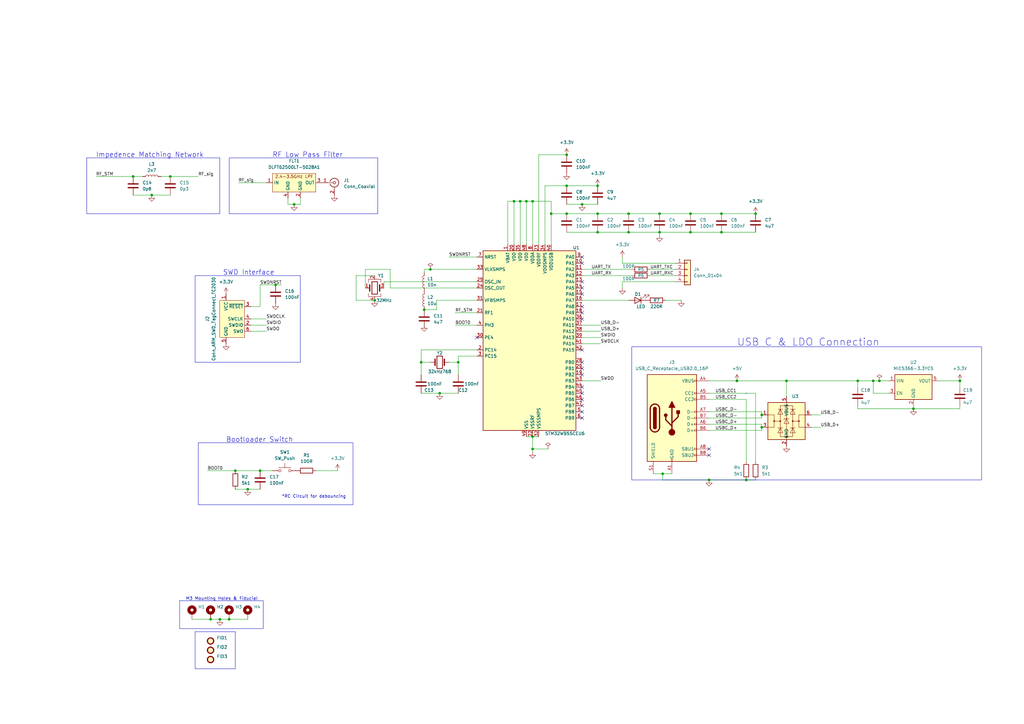
<source format=kicad_sch>
(kicad_sch (version 20230121) (generator eeschema)

  (uuid 9dbda902-cb8a-4562-8e72-be40c764a0b4)

  (paper "A3")

  (title_block
    (title "STM32 Dev Board")
    (date "2024-02-26")
  )

  (lib_symbols
    (symbol "BluePillCopy:DLFT62500LT-5028A1" (in_bom yes) (on_board yes)
      (property "Reference" "FLT" (at 1.27 10.16 0)
        (effects (font (size 1.27 1.27)))
      )
      (property "Value" "DLFT62500LT-5028A1" (at 0 0 0)
        (effects (font (size 1.27 1.27)))
      )
      (property "Footprint" "BluePillPCBFootPrints:DLFT62500LT-5028A1" (at 0 0 0)
        (effects (font (size 1.27 1.27)) hide)
      )
      (property "Datasheet" "" (at 0 0 0)
        (effects (font (size 1.27 1.27)) hide)
      )
      (symbol "DLFT62500LT-5028A1_0_0"
        (pin passive line (at -10.16 5.08 0) (length 2.54)
          (name "IN" (effects (font (size 1.27 1.27))))
          (number "1" (effects (font (size 1.27 1.27))))
        )
        (pin passive line (at 3.81 -1.27 90) (length 2.54)
          (name "GND" (effects (font (size 1.27 1.27))))
          (number "2" (effects (font (size 1.27 1.27))))
        )
        (pin passive line (at 12.7 5.08 180) (length 2.54)
          (name "OUT" (effects (font (size 1.27 1.27))))
          (number "3" (effects (font (size 1.27 1.27))))
        )
        (pin passive line (at -1.27 -1.27 90) (length 2.54)
          (name "GND" (effects (font (size 1.27 1.27))))
          (number "4" (effects (font (size 1.27 1.27))))
        )
      )
      (symbol "DLFT62500LT-5028A1_1_1"
        (rectangle (start -7.62 8.89) (end 10.16 1.27)
          (stroke (width 0) (type default))
          (fill (type background))
        )
        (text "2.4-3.5GHz LPF\n" (at 1.27 7.62 0)
          (effects (font (size 1.27 1.27)))
        )
      )
    )
    (symbol "BluePillCopy:USBESD" (in_bom yes) (on_board yes)
      (property "Reference" "U" (at 0 0 0)
        (effects (font (size 1.27 1.27)))
      )
      (property "Value" "" (at 0 0 0)
        (effects (font (size 1.27 1.27)))
      )
      (property "Footprint" "Package_TO_SOT_SMD:SOT-23-6" (at 0 0 0)
        (effects (font (size 1.27 1.27)) hide)
      )
      (property "Datasheet" "" (at 0 0 0)
        (effects (font (size 1.27 1.27)) hide)
      )
      (symbol "USBESD_0_1"
        (polyline
          (pts
            (xy 11.43 -13.97)
            (xy 8.89 -13.97)
          )
          (stroke (width 0) (type default))
          (fill (type none))
        )
        (polyline
          (pts
            (xy 11.43 -11.43)
            (xy 11.43 -13.97)
          )
          (stroke (width 0) (type default))
          (fill (type none))
        )
        (polyline
          (pts
            (xy 11.43 -8.89)
            (xy 8.89 -8.89)
          )
          (stroke (width 0) (type default))
          (fill (type none))
        )
        (polyline
          (pts
            (xy 14.986 -14.224)
            (xy 12.954 -14.224)
          )
          (stroke (width 0) (type default))
          (fill (type none))
        )
        (polyline
          (pts
            (xy 14.986 -6.604)
            (xy 12.954 -6.604)
          )
          (stroke (width 0) (type default))
          (fill (type none))
        )
        (polyline
          (pts
            (xy 16.51 -19.05)
            (xy 16.51 -17.78)
          )
          (stroke (width 0) (type default))
          (fill (type none))
        )
        (polyline
          (pts
            (xy 16.51 -17.78)
            (xy 16.51 -10.16)
          )
          (stroke (width 0) (type default))
          (fill (type none))
        )
        (polyline
          (pts
            (xy 16.51 -10.16)
            (xy 16.51 -5.08)
          )
          (stroke (width 0) (type default))
          (fill (type none))
        )
        (polyline
          (pts
            (xy 16.51 -5.08)
            (xy 16.51 -3.81)
          )
          (stroke (width 0) (type default))
          (fill (type none))
        )
        (polyline
          (pts
            (xy 18.034 -14.224)
            (xy 20.066 -14.224)
          )
          (stroke (width 0) (type default))
          (fill (type none))
        )
        (polyline
          (pts
            (xy 18.034 -6.604)
            (xy 20.066 -6.604)
          )
          (stroke (width 0) (type default))
          (fill (type none))
        )
        (polyline
          (pts
            (xy 21.59 -13.97)
            (xy 24.13 -13.97)
          )
          (stroke (width 0) (type default))
          (fill (type none))
        )
        (polyline
          (pts
            (xy 21.59 -11.43)
            (xy 21.59 -13.97)
          )
          (stroke (width 0) (type default))
          (fill (type none))
        )
        (polyline
          (pts
            (xy 21.59 -8.89)
            (xy 24.13 -8.89)
          )
          (stroke (width 0) (type default))
          (fill (type none))
        )
        (polyline
          (pts
            (xy 13.97 -11.43)
            (xy 11.43 -11.43)
            (xy 11.43 -8.89)
          )
          (stroke (width 0) (type default))
          (fill (type none))
        )
        (polyline
          (pts
            (xy 19.05 -11.43)
            (xy 21.59 -11.43)
            (xy 21.59 -8.89)
          )
          (stroke (width 0) (type default))
          (fill (type none))
        )
        (polyline
          (pts
            (xy 12.954 -16.256)
            (xy 14.986 -16.256)
            (xy 13.97 -14.224)
            (xy 12.954 -16.256)
          )
          (stroke (width 0) (type default))
          (fill (type none))
        )
        (polyline
          (pts
            (xy 12.954 -8.636)
            (xy 14.986 -8.636)
            (xy 13.97 -6.604)
            (xy 12.954 -8.636)
          )
          (stroke (width 0) (type default))
          (fill (type none))
        )
        (polyline
          (pts
            (xy 15.494 -12.446)
            (xy 17.526 -12.446)
            (xy 16.51 -10.414)
            (xy 15.494 -12.446)
          )
          (stroke (width 0) (type default))
          (fill (type none))
        )
        (polyline
          (pts
            (xy 17.526 -10.414)
            (xy 17.272 -10.414)
            (xy 15.494 -10.414)
            (xy 15.494 -10.922)
          )
          (stroke (width 0) (type default))
          (fill (type none))
        )
        (polyline
          (pts
            (xy 20.066 -16.256)
            (xy 18.034 -16.256)
            (xy 19.05 -14.224)
            (xy 20.066 -16.256)
          )
          (stroke (width 0) (type default))
          (fill (type none))
        )
        (polyline
          (pts
            (xy 20.066 -8.636)
            (xy 18.034 -8.636)
            (xy 19.05 -6.604)
            (xy 20.066 -8.636)
          )
          (stroke (width 0) (type default))
          (fill (type none))
        )
        (rectangle (start 8.89 -19.05) (end 24.13 -3.81)
          (stroke (width 0.254) (type default))
          (fill (type background))
        )
        (circle (center 11.43 -11.43) (radius 0.254)
          (stroke (width 0) (type default))
          (fill (type outline))
        )
        (circle (center 13.97 -11.43) (radius 0.254)
          (stroke (width 0) (type default))
          (fill (type outline))
        )
        (rectangle (start 13.97 -5.08) (end 19.05 -17.78)
          (stroke (width 0) (type default))
          (fill (type none))
        )
        (circle (center 16.51 -17.78) (radius 0.254)
          (stroke (width 0) (type default))
          (fill (type outline))
        )
        (circle (center 16.51 -5.08) (radius 0.254)
          (stroke (width 0) (type default))
          (fill (type outline))
        )
        (circle (center 19.05 -11.43) (radius 0.254)
          (stroke (width 0) (type default))
          (fill (type outline))
        )
        (circle (center 21.59 -11.43) (radius 0.254)
          (stroke (width 0) (type default))
          (fill (type outline))
        )
      )
      (symbol "USBESD_1_1"
        (pin passive line (at 6.35 -8.89 0) (length 2.54)
          (name "" (effects (font (size 1.27 1.27))))
          (number "1" (effects (font (size 1.27 1.27))))
        )
        (pin passive line (at 16.51 -21.59 90) (length 2.54)
          (name "GND" (effects (font (size 1.27 1.27))))
          (number "2" (effects (font (size 1.27 1.27))))
        )
        (pin passive line (at 6.35 -13.97 0) (length 2.54)
          (name "" (effects (font (size 1.27 1.27))))
          (number "3" (effects (font (size 1.27 1.27))))
        )
        (pin passive line (at 26.67 -13.97 180) (length 2.54)
          (name "" (effects (font (size 1.27 1.27))))
          (number "4" (effects (font (size 1.27 1.27))))
        )
        (pin passive line (at 16.51 -1.27 270) (length 2.54)
          (name "VBUS" (effects (font (size 1.27 1.27))))
          (number "5" (effects (font (size 1.27 1.27))))
        )
        (pin passive line (at 26.67 -8.89 180) (length 2.54)
          (name "" (effects (font (size 1.27 1.27))))
          (number "6" (effects (font (size 1.27 1.27))))
        )
      )
    )
    (symbol "Connector:Conn_ARM_SWD_TagConnect_TC2030" (in_bom no) (on_board yes)
      (property "Reference" "J" (at 2.54 11.43 0)
        (effects (font (size 1.27 1.27)))
      )
      (property "Value" "Conn_ARM_SWD_TagConnect_TC2030" (at 5.08 8.89 0)
        (effects (font (size 1.27 1.27)))
      )
      (property "Footprint" "Connector:Tag-Connect_TC2030-IDC-FP_2x03_P1.27mm_Vertical" (at 0 -17.78 0)
        (effects (font (size 1.27 1.27)) hide)
      )
      (property "Datasheet" "https://www.tag-connect.com/wp-content/uploads/bsk-pdf-manager/TC2030-CTX_1.pdf" (at 0 -15.24 0)
        (effects (font (size 1.27 1.27)) hide)
      )
      (property "ki_keywords" "Cortex Debug Connector ARM SWD JTAG" (at 0 0 0)
        (effects (font (size 1.27 1.27)) hide)
      )
      (property "ki_description" "Tag-Connect ARM Cortex SWD JTAG connector, 6 pin" (at 0 0 0)
        (effects (font (size 1.27 1.27)) hide)
      )
      (property "ki_fp_filters" "*TC2030*" (at 0 0 0)
        (effects (font (size 1.27 1.27)) hide)
      )
      (symbol "Conn_ARM_SWD_TagConnect_TC2030_0_0"
        (pin power_in line (at -2.54 10.16 270) (length 2.54)
          (name "VCC" (effects (font (size 1.27 1.27))))
          (number "1" (effects (font (size 1.27 1.27))))
        )
        (pin bidirectional line (at 7.62 -2.54 180) (length 2.54)
          (name "SWDIO" (effects (font (size 1.27 1.27))))
          (number "2" (effects (font (size 1.27 1.27))))
          (alternate "TMS" bidirectional line)
        )
        (pin open_collector line (at 7.62 5.08 180) (length 2.54)
          (name "~{RESET}" (effects (font (size 1.27 1.27))))
          (number "3" (effects (font (size 1.27 1.27))))
        )
        (pin output line (at 7.62 0 180) (length 2.54)
          (name "SWCLK" (effects (font (size 1.27 1.27))))
          (number "4" (effects (font (size 1.27 1.27))))
          (alternate "TCK" output line)
        )
        (pin power_in line (at -2.54 -10.16 90) (length 2.54)
          (name "GND" (effects (font (size 1.27 1.27))))
          (number "5" (effects (font (size 1.27 1.27))))
        )
        (pin input line (at 7.62 -5.08 180) (length 2.54)
          (name "SWO" (effects (font (size 1.27 1.27))))
          (number "6" (effects (font (size 1.27 1.27))))
          (alternate "TDO" input line)
        )
      )
      (symbol "Conn_ARM_SWD_TagConnect_TC2030_0_1"
        (rectangle (start -5.08 7.62) (end 5.08 -7.62)
          (stroke (width 0) (type default))
          (fill (type background))
        )
      )
    )
    (symbol "Connector:Conn_Coaxial" (pin_names (offset 1.016) hide) (in_bom yes) (on_board yes)
      (property "Reference" "J" (at 0.254 3.048 0)
        (effects (font (size 1.27 1.27)))
      )
      (property "Value" "Conn_Coaxial" (at 2.921 0 90)
        (effects (font (size 1.27 1.27)))
      )
      (property "Footprint" "" (at 0 0 0)
        (effects (font (size 1.27 1.27)) hide)
      )
      (property "Datasheet" " ~" (at 0 0 0)
        (effects (font (size 1.27 1.27)) hide)
      )
      (property "ki_keywords" "BNC SMA SMB SMC LEMO coaxial connector CINCH RCA MCX MMCX U.FL UMRF" (at 0 0 0)
        (effects (font (size 1.27 1.27)) hide)
      )
      (property "ki_description" "coaxial connector (BNC, SMA, SMB, SMC, Cinch/RCA, LEMO, ...)" (at 0 0 0)
        (effects (font (size 1.27 1.27)) hide)
      )
      (property "ki_fp_filters" "*BNC* *SMA* *SMB* *SMC* *Cinch* *LEMO* *UMRF* *MCX* *U.FL*" (at 0 0 0)
        (effects (font (size 1.27 1.27)) hide)
      )
      (symbol "Conn_Coaxial_0_1"
        (arc (start -1.778 -0.508) (mid 0.2311 -1.8066) (end 1.778 0)
          (stroke (width 0.254) (type default))
          (fill (type none))
        )
        (polyline
          (pts
            (xy -2.54 0)
            (xy -0.508 0)
          )
          (stroke (width 0) (type default))
          (fill (type none))
        )
        (polyline
          (pts
            (xy 0 -2.54)
            (xy 0 -1.778)
          )
          (stroke (width 0) (type default))
          (fill (type none))
        )
        (circle (center 0 0) (radius 0.508)
          (stroke (width 0.2032) (type default))
          (fill (type none))
        )
        (arc (start 1.778 0) (mid 0.2099 1.8101) (end -1.778 0.508)
          (stroke (width 0.254) (type default))
          (fill (type none))
        )
      )
      (symbol "Conn_Coaxial_1_1"
        (pin passive line (at -5.08 0 0) (length 2.54)
          (name "In" (effects (font (size 1.27 1.27))))
          (number "1" (effects (font (size 1.27 1.27))))
        )
        (pin passive line (at 0 -5.08 90) (length 2.54)
          (name "Ext" (effects (font (size 1.27 1.27))))
          (number "2" (effects (font (size 1.27 1.27))))
        )
      )
    )
    (symbol "Connector:USB_C_Receptacle_USB2.0_16P" (pin_names (offset 1.016)) (in_bom yes) (on_board yes)
      (property "Reference" "J" (at 0 22.225 0)
        (effects (font (size 1.27 1.27)))
      )
      (property "Value" "USB_C_Receptacle_USB2.0_16P" (at 0 19.685 0)
        (effects (font (size 1.27 1.27)))
      )
      (property "Footprint" "" (at 3.81 0 0)
        (effects (font (size 1.27 1.27)) hide)
      )
      (property "Datasheet" "https://www.usb.org/sites/default/files/documents/usb_type-c.zip" (at 3.81 0 0)
        (effects (font (size 1.27 1.27)) hide)
      )
      (property "ki_keywords" "usb universal serial bus type-C USB2.0" (at 0 0 0)
        (effects (font (size 1.27 1.27)) hide)
      )
      (property "ki_description" "USB 2.0-only 16P Type-C Receptacle connector" (at 0 0 0)
        (effects (font (size 1.27 1.27)) hide)
      )
      (property "ki_fp_filters" "USB*C*Receptacle*" (at 0 0 0)
        (effects (font (size 1.27 1.27)) hide)
      )
      (symbol "USB_C_Receptacle_USB2.0_16P_0_0"
        (rectangle (start -0.254 -17.78) (end 0.254 -16.764)
          (stroke (width 0) (type default))
          (fill (type none))
        )
        (rectangle (start 10.16 -14.986) (end 9.144 -15.494)
          (stroke (width 0) (type default))
          (fill (type none))
        )
        (rectangle (start 10.16 -12.446) (end 9.144 -12.954)
          (stroke (width 0) (type default))
          (fill (type none))
        )
        (rectangle (start 10.16 -4.826) (end 9.144 -5.334)
          (stroke (width 0) (type default))
          (fill (type none))
        )
        (rectangle (start 10.16 -2.286) (end 9.144 -2.794)
          (stroke (width 0) (type default))
          (fill (type none))
        )
        (rectangle (start 10.16 0.254) (end 9.144 -0.254)
          (stroke (width 0) (type default))
          (fill (type none))
        )
        (rectangle (start 10.16 2.794) (end 9.144 2.286)
          (stroke (width 0) (type default))
          (fill (type none))
        )
        (rectangle (start 10.16 7.874) (end 9.144 7.366)
          (stroke (width 0) (type default))
          (fill (type none))
        )
        (rectangle (start 10.16 10.414) (end 9.144 9.906)
          (stroke (width 0) (type default))
          (fill (type none))
        )
        (rectangle (start 10.16 15.494) (end 9.144 14.986)
          (stroke (width 0) (type default))
          (fill (type none))
        )
      )
      (symbol "USB_C_Receptacle_USB2.0_16P_0_1"
        (rectangle (start -10.16 17.78) (end 10.16 -17.78)
          (stroke (width 0.254) (type default))
          (fill (type background))
        )
        (arc (start -8.89 -3.81) (mid -6.985 -5.7067) (end -5.08 -3.81)
          (stroke (width 0.508) (type default))
          (fill (type none))
        )
        (arc (start -7.62 -3.81) (mid -6.985 -4.4423) (end -6.35 -3.81)
          (stroke (width 0.254) (type default))
          (fill (type none))
        )
        (arc (start -7.62 -3.81) (mid -6.985 -4.4423) (end -6.35 -3.81)
          (stroke (width 0.254) (type default))
          (fill (type outline))
        )
        (rectangle (start -7.62 -3.81) (end -6.35 3.81)
          (stroke (width 0.254) (type default))
          (fill (type outline))
        )
        (arc (start -6.35 3.81) (mid -6.985 4.4423) (end -7.62 3.81)
          (stroke (width 0.254) (type default))
          (fill (type none))
        )
        (arc (start -6.35 3.81) (mid -6.985 4.4423) (end -7.62 3.81)
          (stroke (width 0.254) (type default))
          (fill (type outline))
        )
        (arc (start -5.08 3.81) (mid -6.985 5.7067) (end -8.89 3.81)
          (stroke (width 0.508) (type default))
          (fill (type none))
        )
        (circle (center -2.54 1.143) (radius 0.635)
          (stroke (width 0.254) (type default))
          (fill (type outline))
        )
        (circle (center 0 -5.842) (radius 1.27)
          (stroke (width 0) (type default))
          (fill (type outline))
        )
        (polyline
          (pts
            (xy -8.89 -3.81)
            (xy -8.89 3.81)
          )
          (stroke (width 0.508) (type default))
          (fill (type none))
        )
        (polyline
          (pts
            (xy -5.08 3.81)
            (xy -5.08 -3.81)
          )
          (stroke (width 0.508) (type default))
          (fill (type none))
        )
        (polyline
          (pts
            (xy 0 -5.842)
            (xy 0 4.318)
          )
          (stroke (width 0.508) (type default))
          (fill (type none))
        )
        (polyline
          (pts
            (xy 0 -3.302)
            (xy -2.54 -0.762)
            (xy -2.54 0.508)
          )
          (stroke (width 0.508) (type default))
          (fill (type none))
        )
        (polyline
          (pts
            (xy 0 -2.032)
            (xy 2.54 0.508)
            (xy 2.54 1.778)
          )
          (stroke (width 0.508) (type default))
          (fill (type none))
        )
        (polyline
          (pts
            (xy -1.27 4.318)
            (xy 0 6.858)
            (xy 1.27 4.318)
            (xy -1.27 4.318)
          )
          (stroke (width 0.254) (type default))
          (fill (type outline))
        )
        (rectangle (start 1.905 1.778) (end 3.175 3.048)
          (stroke (width 0.254) (type default))
          (fill (type outline))
        )
      )
      (symbol "USB_C_Receptacle_USB2.0_16P_1_1"
        (pin passive line (at 0 -22.86 90) (length 5.08)
          (name "GND" (effects (font (size 1.27 1.27))))
          (number "A1" (effects (font (size 1.27 1.27))))
        )
        (pin passive line (at 0 -22.86 90) (length 5.08) hide
          (name "GND" (effects (font (size 1.27 1.27))))
          (number "A12" (effects (font (size 1.27 1.27))))
        )
        (pin passive line (at 15.24 15.24 180) (length 5.08)
          (name "VBUS" (effects (font (size 1.27 1.27))))
          (number "A4" (effects (font (size 1.27 1.27))))
        )
        (pin bidirectional line (at 15.24 10.16 180) (length 5.08)
          (name "CC1" (effects (font (size 1.27 1.27))))
          (number "A5" (effects (font (size 1.27 1.27))))
        )
        (pin bidirectional line (at 15.24 -2.54 180) (length 5.08)
          (name "D+" (effects (font (size 1.27 1.27))))
          (number "A6" (effects (font (size 1.27 1.27))))
        )
        (pin bidirectional line (at 15.24 2.54 180) (length 5.08)
          (name "D-" (effects (font (size 1.27 1.27))))
          (number "A7" (effects (font (size 1.27 1.27))))
        )
        (pin bidirectional line (at 15.24 -12.7 180) (length 5.08)
          (name "SBU1" (effects (font (size 1.27 1.27))))
          (number "A8" (effects (font (size 1.27 1.27))))
        )
        (pin passive line (at 15.24 15.24 180) (length 5.08) hide
          (name "VBUS" (effects (font (size 1.27 1.27))))
          (number "A9" (effects (font (size 1.27 1.27))))
        )
        (pin passive line (at 0 -22.86 90) (length 5.08) hide
          (name "GND" (effects (font (size 1.27 1.27))))
          (number "B1" (effects (font (size 1.27 1.27))))
        )
        (pin passive line (at 0 -22.86 90) (length 5.08) hide
          (name "GND" (effects (font (size 1.27 1.27))))
          (number "B12" (effects (font (size 1.27 1.27))))
        )
        (pin passive line (at 15.24 15.24 180) (length 5.08) hide
          (name "VBUS" (effects (font (size 1.27 1.27))))
          (number "B4" (effects (font (size 1.27 1.27))))
        )
        (pin bidirectional line (at 15.24 7.62 180) (length 5.08)
          (name "CC2" (effects (font (size 1.27 1.27))))
          (number "B5" (effects (font (size 1.27 1.27))))
        )
        (pin bidirectional line (at 15.24 -5.08 180) (length 5.08)
          (name "D+" (effects (font (size 1.27 1.27))))
          (number "B6" (effects (font (size 1.27 1.27))))
        )
        (pin bidirectional line (at 15.24 0 180) (length 5.08)
          (name "D-" (effects (font (size 1.27 1.27))))
          (number "B7" (effects (font (size 1.27 1.27))))
        )
        (pin bidirectional line (at 15.24 -15.24 180) (length 5.08)
          (name "SBU2" (effects (font (size 1.27 1.27))))
          (number "B8" (effects (font (size 1.27 1.27))))
        )
        (pin passive line (at 15.24 15.24 180) (length 5.08) hide
          (name "VBUS" (effects (font (size 1.27 1.27))))
          (number "B9" (effects (font (size 1.27 1.27))))
        )
        (pin passive line (at -7.62 -22.86 90) (length 5.08)
          (name "SHIELD" (effects (font (size 1.27 1.27))))
          (number "S1" (effects (font (size 1.27 1.27))))
        )
      )
    )
    (symbol "Connector_Generic:Conn_01x04" (pin_names (offset 1.016) hide) (in_bom yes) (on_board yes)
      (property "Reference" "J" (at 0 5.08 0)
        (effects (font (size 1.27 1.27)))
      )
      (property "Value" "Conn_01x04" (at 0 -7.62 0)
        (effects (font (size 1.27 1.27)))
      )
      (property "Footprint" "" (at 0 0 0)
        (effects (font (size 1.27 1.27)) hide)
      )
      (property "Datasheet" "~" (at 0 0 0)
        (effects (font (size 1.27 1.27)) hide)
      )
      (property "ki_keywords" "connector" (at 0 0 0)
        (effects (font (size 1.27 1.27)) hide)
      )
      (property "ki_description" "Generic connector, single row, 01x04, script generated (kicad-library-utils/schlib/autogen/connector/)" (at 0 0 0)
        (effects (font (size 1.27 1.27)) hide)
      )
      (property "ki_fp_filters" "Connector*:*_1x??_*" (at 0 0 0)
        (effects (font (size 1.27 1.27)) hide)
      )
      (symbol "Conn_01x04_1_1"
        (rectangle (start -1.27 -4.953) (end 0 -5.207)
          (stroke (width 0.1524) (type default))
          (fill (type none))
        )
        (rectangle (start -1.27 -2.413) (end 0 -2.667)
          (stroke (width 0.1524) (type default))
          (fill (type none))
        )
        (rectangle (start -1.27 0.127) (end 0 -0.127)
          (stroke (width 0.1524) (type default))
          (fill (type none))
        )
        (rectangle (start -1.27 2.667) (end 0 2.413)
          (stroke (width 0.1524) (type default))
          (fill (type none))
        )
        (rectangle (start -1.27 3.81) (end 1.27 -6.35)
          (stroke (width 0.254) (type default))
          (fill (type background))
        )
        (pin passive line (at -5.08 2.54 0) (length 3.81)
          (name "Pin_1" (effects (font (size 1.27 1.27))))
          (number "1" (effects (font (size 1.27 1.27))))
        )
        (pin passive line (at -5.08 0 0) (length 3.81)
          (name "Pin_2" (effects (font (size 1.27 1.27))))
          (number "2" (effects (font (size 1.27 1.27))))
        )
        (pin passive line (at -5.08 -2.54 0) (length 3.81)
          (name "Pin_3" (effects (font (size 1.27 1.27))))
          (number "3" (effects (font (size 1.27 1.27))))
        )
        (pin passive line (at -5.08 -5.08 0) (length 3.81)
          (name "Pin_4" (effects (font (size 1.27 1.27))))
          (number "4" (effects (font (size 1.27 1.27))))
        )
      )
    )
    (symbol "Device:C" (pin_numbers hide) (pin_names (offset 0.254)) (in_bom yes) (on_board yes)
      (property "Reference" "C" (at 0.635 2.54 0)
        (effects (font (size 1.27 1.27)) (justify left))
      )
      (property "Value" "C" (at 0.635 -2.54 0)
        (effects (font (size 1.27 1.27)) (justify left))
      )
      (property "Footprint" "" (at 0.9652 -3.81 0)
        (effects (font (size 1.27 1.27)) hide)
      )
      (property "Datasheet" "~" (at 0 0 0)
        (effects (font (size 1.27 1.27)) hide)
      )
      (property "ki_keywords" "cap capacitor" (at 0 0 0)
        (effects (font (size 1.27 1.27)) hide)
      )
      (property "ki_description" "Unpolarized capacitor" (at 0 0 0)
        (effects (font (size 1.27 1.27)) hide)
      )
      (property "ki_fp_filters" "C_*" (at 0 0 0)
        (effects (font (size 1.27 1.27)) hide)
      )
      (symbol "C_0_1"
        (polyline
          (pts
            (xy -2.032 -0.762)
            (xy 2.032 -0.762)
          )
          (stroke (width 0.508) (type default))
          (fill (type none))
        )
        (polyline
          (pts
            (xy -2.032 0.762)
            (xy 2.032 0.762)
          )
          (stroke (width 0.508) (type default))
          (fill (type none))
        )
      )
      (symbol "C_1_1"
        (pin passive line (at 0 3.81 270) (length 2.794)
          (name "~" (effects (font (size 1.27 1.27))))
          (number "1" (effects (font (size 1.27 1.27))))
        )
        (pin passive line (at 0 -3.81 90) (length 2.794)
          (name "~" (effects (font (size 1.27 1.27))))
          (number "2" (effects (font (size 1.27 1.27))))
        )
      )
    )
    (symbol "Device:Crystal" (pin_numbers hide) (pin_names (offset 1.016) hide) (in_bom yes) (on_board yes)
      (property "Reference" "Y" (at 0 3.81 0)
        (effects (font (size 1.27 1.27)))
      )
      (property "Value" "Crystal" (at 0 -3.81 0)
        (effects (font (size 1.27 1.27)))
      )
      (property "Footprint" "" (at 0 0 0)
        (effects (font (size 1.27 1.27)) hide)
      )
      (property "Datasheet" "~" (at 0 0 0)
        (effects (font (size 1.27 1.27)) hide)
      )
      (property "ki_keywords" "quartz ceramic resonator oscillator" (at 0 0 0)
        (effects (font (size 1.27 1.27)) hide)
      )
      (property "ki_description" "Two pin crystal" (at 0 0 0)
        (effects (font (size 1.27 1.27)) hide)
      )
      (property "ki_fp_filters" "Crystal*" (at 0 0 0)
        (effects (font (size 1.27 1.27)) hide)
      )
      (symbol "Crystal_0_1"
        (rectangle (start -1.143 2.54) (end 1.143 -2.54)
          (stroke (width 0.3048) (type default))
          (fill (type none))
        )
        (polyline
          (pts
            (xy -2.54 0)
            (xy -1.905 0)
          )
          (stroke (width 0) (type default))
          (fill (type none))
        )
        (polyline
          (pts
            (xy -1.905 -1.27)
            (xy -1.905 1.27)
          )
          (stroke (width 0.508) (type default))
          (fill (type none))
        )
        (polyline
          (pts
            (xy 1.905 -1.27)
            (xy 1.905 1.27)
          )
          (stroke (width 0.508) (type default))
          (fill (type none))
        )
        (polyline
          (pts
            (xy 2.54 0)
            (xy 1.905 0)
          )
          (stroke (width 0) (type default))
          (fill (type none))
        )
      )
      (symbol "Crystal_1_1"
        (pin passive line (at -3.81 0 0) (length 1.27)
          (name "1" (effects (font (size 1.27 1.27))))
          (number "1" (effects (font (size 1.27 1.27))))
        )
        (pin passive line (at 3.81 0 180) (length 1.27)
          (name "2" (effects (font (size 1.27 1.27))))
          (number "2" (effects (font (size 1.27 1.27))))
        )
      )
    )
    (symbol "Device:Crystal_GND24" (pin_names (offset 1.016) hide) (in_bom yes) (on_board yes)
      (property "Reference" "Y" (at 3.175 5.08 0)
        (effects (font (size 1.27 1.27)) (justify left))
      )
      (property "Value" "Crystal_GND24" (at 3.175 3.175 0)
        (effects (font (size 1.27 1.27)) (justify left))
      )
      (property "Footprint" "" (at 0 0 0)
        (effects (font (size 1.27 1.27)) hide)
      )
      (property "Datasheet" "~" (at 0 0 0)
        (effects (font (size 1.27 1.27)) hide)
      )
      (property "ki_keywords" "quartz ceramic resonator oscillator" (at 0 0 0)
        (effects (font (size 1.27 1.27)) hide)
      )
      (property "ki_description" "Four pin crystal, GND on pins 2 and 4" (at 0 0 0)
        (effects (font (size 1.27 1.27)) hide)
      )
      (property "ki_fp_filters" "Crystal*" (at 0 0 0)
        (effects (font (size 1.27 1.27)) hide)
      )
      (symbol "Crystal_GND24_0_1"
        (rectangle (start -1.143 2.54) (end 1.143 -2.54)
          (stroke (width 0.3048) (type default))
          (fill (type none))
        )
        (polyline
          (pts
            (xy -2.54 0)
            (xy -2.032 0)
          )
          (stroke (width 0) (type default))
          (fill (type none))
        )
        (polyline
          (pts
            (xy -2.032 -1.27)
            (xy -2.032 1.27)
          )
          (stroke (width 0.508) (type default))
          (fill (type none))
        )
        (polyline
          (pts
            (xy 0 -3.81)
            (xy 0 -3.556)
          )
          (stroke (width 0) (type default))
          (fill (type none))
        )
        (polyline
          (pts
            (xy 0 3.556)
            (xy 0 3.81)
          )
          (stroke (width 0) (type default))
          (fill (type none))
        )
        (polyline
          (pts
            (xy 2.032 -1.27)
            (xy 2.032 1.27)
          )
          (stroke (width 0.508) (type default))
          (fill (type none))
        )
        (polyline
          (pts
            (xy 2.032 0)
            (xy 2.54 0)
          )
          (stroke (width 0) (type default))
          (fill (type none))
        )
        (polyline
          (pts
            (xy -2.54 -2.286)
            (xy -2.54 -3.556)
            (xy 2.54 -3.556)
            (xy 2.54 -2.286)
          )
          (stroke (width 0) (type default))
          (fill (type none))
        )
        (polyline
          (pts
            (xy -2.54 2.286)
            (xy -2.54 3.556)
            (xy 2.54 3.556)
            (xy 2.54 2.286)
          )
          (stroke (width 0) (type default))
          (fill (type none))
        )
      )
      (symbol "Crystal_GND24_1_1"
        (pin passive line (at -3.81 0 0) (length 1.27)
          (name "1" (effects (font (size 1.27 1.27))))
          (number "1" (effects (font (size 1.27 1.27))))
        )
        (pin passive line (at 0 5.08 270) (length 1.27)
          (name "2" (effects (font (size 1.27 1.27))))
          (number "2" (effects (font (size 1.27 1.27))))
        )
        (pin passive line (at 3.81 0 180) (length 1.27)
          (name "3" (effects (font (size 1.27 1.27))))
          (number "3" (effects (font (size 1.27 1.27))))
        )
        (pin passive line (at 0 -5.08 90) (length 1.27)
          (name "4" (effects (font (size 1.27 1.27))))
          (number "4" (effects (font (size 1.27 1.27))))
        )
      )
    )
    (symbol "Device:L" (pin_numbers hide) (pin_names (offset 1.016) hide) (in_bom yes) (on_board yes)
      (property "Reference" "L" (at -1.27 0 90)
        (effects (font (size 1.27 1.27)))
      )
      (property "Value" "L" (at 1.905 0 90)
        (effects (font (size 1.27 1.27)))
      )
      (property "Footprint" "" (at 0 0 0)
        (effects (font (size 1.27 1.27)) hide)
      )
      (property "Datasheet" "~" (at 0 0 0)
        (effects (font (size 1.27 1.27)) hide)
      )
      (property "ki_keywords" "inductor choke coil reactor magnetic" (at 0 0 0)
        (effects (font (size 1.27 1.27)) hide)
      )
      (property "ki_description" "Inductor" (at 0 0 0)
        (effects (font (size 1.27 1.27)) hide)
      )
      (property "ki_fp_filters" "Choke_* *Coil* Inductor_* L_*" (at 0 0 0)
        (effects (font (size 1.27 1.27)) hide)
      )
      (symbol "L_0_1"
        (arc (start 0 -2.54) (mid 0.6323 -1.905) (end 0 -1.27)
          (stroke (width 0) (type default))
          (fill (type none))
        )
        (arc (start 0 -1.27) (mid 0.6323 -0.635) (end 0 0)
          (stroke (width 0) (type default))
          (fill (type none))
        )
        (arc (start 0 0) (mid 0.6323 0.635) (end 0 1.27)
          (stroke (width 0) (type default))
          (fill (type none))
        )
        (arc (start 0 1.27) (mid 0.6323 1.905) (end 0 2.54)
          (stroke (width 0) (type default))
          (fill (type none))
        )
      )
      (symbol "L_1_1"
        (pin passive line (at 0 3.81 270) (length 1.27)
          (name "1" (effects (font (size 1.27 1.27))))
          (number "1" (effects (font (size 1.27 1.27))))
        )
        (pin passive line (at 0 -3.81 90) (length 1.27)
          (name "2" (effects (font (size 1.27 1.27))))
          (number "2" (effects (font (size 1.27 1.27))))
        )
      )
    )
    (symbol "Device:LED" (pin_numbers hide) (pin_names (offset 1.016) hide) (in_bom yes) (on_board yes)
      (property "Reference" "D" (at 0 2.54 0)
        (effects (font (size 1.27 1.27)))
      )
      (property "Value" "LED" (at 0 -2.54 0)
        (effects (font (size 1.27 1.27)))
      )
      (property "Footprint" "" (at 0 0 0)
        (effects (font (size 1.27 1.27)) hide)
      )
      (property "Datasheet" "~" (at 0 0 0)
        (effects (font (size 1.27 1.27)) hide)
      )
      (property "ki_keywords" "LED diode" (at 0 0 0)
        (effects (font (size 1.27 1.27)) hide)
      )
      (property "ki_description" "Light emitting diode" (at 0 0 0)
        (effects (font (size 1.27 1.27)) hide)
      )
      (property "ki_fp_filters" "LED* LED_SMD:* LED_THT:*" (at 0 0 0)
        (effects (font (size 1.27 1.27)) hide)
      )
      (symbol "LED_0_1"
        (polyline
          (pts
            (xy -1.27 -1.27)
            (xy -1.27 1.27)
          )
          (stroke (width 0.254) (type default))
          (fill (type none))
        )
        (polyline
          (pts
            (xy -1.27 0)
            (xy 1.27 0)
          )
          (stroke (width 0) (type default))
          (fill (type none))
        )
        (polyline
          (pts
            (xy 1.27 -1.27)
            (xy 1.27 1.27)
            (xy -1.27 0)
            (xy 1.27 -1.27)
          )
          (stroke (width 0.254) (type default))
          (fill (type none))
        )
        (polyline
          (pts
            (xy -3.048 -0.762)
            (xy -4.572 -2.286)
            (xy -3.81 -2.286)
            (xy -4.572 -2.286)
            (xy -4.572 -1.524)
          )
          (stroke (width 0) (type default))
          (fill (type none))
        )
        (polyline
          (pts
            (xy -1.778 -0.762)
            (xy -3.302 -2.286)
            (xy -2.54 -2.286)
            (xy -3.302 -2.286)
            (xy -3.302 -1.524)
          )
          (stroke (width 0) (type default))
          (fill (type none))
        )
      )
      (symbol "LED_1_1"
        (pin passive line (at -3.81 0 0) (length 2.54)
          (name "K" (effects (font (size 1.27 1.27))))
          (number "1" (effects (font (size 1.27 1.27))))
        )
        (pin passive line (at 3.81 0 180) (length 2.54)
          (name "A" (effects (font (size 1.27 1.27))))
          (number "2" (effects (font (size 1.27 1.27))))
        )
      )
    )
    (symbol "Device:R" (pin_numbers hide) (pin_names (offset 0)) (in_bom yes) (on_board yes)
      (property "Reference" "R" (at 2.032 0 90)
        (effects (font (size 1.27 1.27)))
      )
      (property "Value" "R" (at 0 0 90)
        (effects (font (size 1.27 1.27)))
      )
      (property "Footprint" "" (at -1.778 0 90)
        (effects (font (size 1.27 1.27)) hide)
      )
      (property "Datasheet" "~" (at 0 0 0)
        (effects (font (size 1.27 1.27)) hide)
      )
      (property "ki_keywords" "R res resistor" (at 0 0 0)
        (effects (font (size 1.27 1.27)) hide)
      )
      (property "ki_description" "Resistor" (at 0 0 0)
        (effects (font (size 1.27 1.27)) hide)
      )
      (property "ki_fp_filters" "R_*" (at 0 0 0)
        (effects (font (size 1.27 1.27)) hide)
      )
      (symbol "R_0_1"
        (rectangle (start -1.016 -2.54) (end 1.016 2.54)
          (stroke (width 0.254) (type default))
          (fill (type none))
        )
      )
      (symbol "R_1_1"
        (pin passive line (at 0 3.81 270) (length 1.27)
          (name "~" (effects (font (size 1.27 1.27))))
          (number "1" (effects (font (size 1.27 1.27))))
        )
        (pin passive line (at 0 -3.81 90) (length 1.27)
          (name "~" (effects (font (size 1.27 1.27))))
          (number "2" (effects (font (size 1.27 1.27))))
        )
      )
    )
    (symbol "MCU_ST_STM32WB:STM32WB55CEUx" (in_bom yes) (on_board yes)
      (property "Reference" "U" (at -17.78 39.37 0)
        (effects (font (size 1.27 1.27)) (justify left))
      )
      (property "Value" "STM32WB55CEUx" (at 12.7 39.37 0)
        (effects (font (size 1.27 1.27)) (justify left))
      )
      (property "Footprint" "Package_DFN_QFN:QFN-48-1EP_7x7mm_P0.5mm_EP5.6x5.6mm" (at -17.78 -35.56 0)
        (effects (font (size 1.27 1.27)) (justify right) hide)
      )
      (property "Datasheet" "https://www.st.com/resource/en/datasheet/stm32wb55ce.pdf" (at 0 0 0)
        (effects (font (size 1.27 1.27)) hide)
      )
      (property "ki_locked" "" (at 0 0 0)
        (effects (font (size 1.27 1.27)))
      )
      (property "ki_keywords" "Arm Cortex-M4 STM32WB STM32WBx5" (at 0 0 0)
        (effects (font (size 1.27 1.27)) hide)
      )
      (property "ki_description" "STMicroelectronics Arm Cortex-M4 MCU, 512KB flash, 256KB RAM, 64 MHz, 1.71-3.6V, 30 GPIO, UFQFPN48" (at 0 0 0)
        (effects (font (size 1.27 1.27)) hide)
      )
      (property "ki_fp_filters" "QFN*1EP*7x7mm*P0.5mm*" (at 0 0 0)
        (effects (font (size 1.27 1.27)) hide)
      )
      (symbol "STM32WB55CEUx_0_1"
        (rectangle (start -17.78 -35.56) (end 20.32 38.1)
          (stroke (width 0.254) (type default))
          (fill (type background))
        )
      )
      (symbol "STM32WB55CEUx_1_1"
        (pin power_in line (at -7.62 40.64 270) (length 2.54)
          (name "VBAT" (effects (font (size 1.27 1.27))))
          (number "1" (effects (font (size 1.27 1.27))))
        )
        (pin bidirectional line (at 22.86 33.02 180) (length 2.54)
          (name "PA1" (effects (font (size 1.27 1.27))))
          (number "10" (effects (font (size 1.27 1.27))))
          (alternate "ADC1_IN6" bidirectional line)
          (alternate "COMP1_INP" bidirectional line)
          (alternate "I2C1_SMBA" bidirectional line)
          (alternate "LCD_SEG0" bidirectional line)
          (alternate "SPI1_SCK" bidirectional line)
          (alternate "TIM2_CH2" bidirectional line)
        )
        (pin bidirectional line (at 22.86 30.48 180) (length 2.54)
          (name "PA2" (effects (font (size 1.27 1.27))))
          (number "11" (effects (font (size 1.27 1.27))))
          (alternate "ADC1_IN7" bidirectional line)
          (alternate "COMP2_INM" bidirectional line)
          (alternate "COMP2_OUT" bidirectional line)
          (alternate "LCD_SEG1" bidirectional line)
          (alternate "LPUART1_TX" bidirectional line)
          (alternate "QUADSPI_BK1_NCS" bidirectional line)
          (alternate "RCC_LSCO" bidirectional line)
          (alternate "SYS_WKUP4" bidirectional line)
          (alternate "TIM2_CH3" bidirectional line)
        )
        (pin bidirectional line (at 22.86 27.94 180) (length 2.54)
          (name "PA3" (effects (font (size 1.27 1.27))))
          (number "12" (effects (font (size 1.27 1.27))))
          (alternate "ADC1_IN8" bidirectional line)
          (alternate "COMP2_INP" bidirectional line)
          (alternate "LCD_SEG2" bidirectional line)
          (alternate "LPUART1_RX" bidirectional line)
          (alternate "QUADSPI_CLK" bidirectional line)
          (alternate "SAI1_CK1" bidirectional line)
          (alternate "SAI1_MCLK_A" bidirectional line)
          (alternate "TIM2_CH4" bidirectional line)
        )
        (pin bidirectional line (at 22.86 25.4 180) (length 2.54)
          (name "PA4" (effects (font (size 1.27 1.27))))
          (number "13" (effects (font (size 1.27 1.27))))
          (alternate "ADC1_IN9" bidirectional line)
          (alternate "COMP1_INM" bidirectional line)
          (alternate "COMP2_INM" bidirectional line)
          (alternate "LCD_SEG5" bidirectional line)
          (alternate "LPTIM2_OUT" bidirectional line)
          (alternate "SAI1_FS_B" bidirectional line)
          (alternate "SPI1_NSS" bidirectional line)
        )
        (pin bidirectional line (at 22.86 22.86 180) (length 2.54)
          (name "PA5" (effects (font (size 1.27 1.27))))
          (number "14" (effects (font (size 1.27 1.27))))
          (alternate "ADC1_IN10" bidirectional line)
          (alternate "COMP1_INM" bidirectional line)
          (alternate "COMP2_INM" bidirectional line)
          (alternate "LPTIM2_ETR" bidirectional line)
          (alternate "SAI1_SD_B" bidirectional line)
          (alternate "SPI1_SCK" bidirectional line)
          (alternate "TIM2_CH1" bidirectional line)
          (alternate "TIM2_ETR" bidirectional line)
        )
        (pin bidirectional line (at 22.86 20.32 180) (length 2.54)
          (name "PA6" (effects (font (size 1.27 1.27))))
          (number "15" (effects (font (size 1.27 1.27))))
          (alternate "ADC1_IN11" bidirectional line)
          (alternate "LCD_SEG3" bidirectional line)
          (alternate "LPUART1_CTS" bidirectional line)
          (alternate "QUADSPI_BK1_IO3" bidirectional line)
          (alternate "SPI1_MISO" bidirectional line)
          (alternate "TIM16_CH1" bidirectional line)
          (alternate "TIM1_BKIN" bidirectional line)
        )
        (pin bidirectional line (at 22.86 17.78 180) (length 2.54)
          (name "PA7" (effects (font (size 1.27 1.27))))
          (number "16" (effects (font (size 1.27 1.27))))
          (alternate "ADC1_IN12" bidirectional line)
          (alternate "COMP2_OUT" bidirectional line)
          (alternate "I2C3_SCL" bidirectional line)
          (alternate "LCD_SEG4" bidirectional line)
          (alternate "QUADSPI_BK1_IO2" bidirectional line)
          (alternate "SPI1_MOSI" bidirectional line)
          (alternate "TIM17_CH1" bidirectional line)
          (alternate "TIM1_CH1N" bidirectional line)
        )
        (pin bidirectional line (at 22.86 15.24 180) (length 2.54)
          (name "PA8" (effects (font (size 1.27 1.27))))
          (number "17" (effects (font (size 1.27 1.27))))
          (alternate "ADC1_IN15" bidirectional line)
          (alternate "LCD_COM0" bidirectional line)
          (alternate "LPTIM2_OUT" bidirectional line)
          (alternate "RCC_MCO" bidirectional line)
          (alternate "SAI1_CK2" bidirectional line)
          (alternate "SAI1_SCK_A" bidirectional line)
          (alternate "TIM1_CH1" bidirectional line)
          (alternate "USART1_CK" bidirectional line)
        )
        (pin bidirectional line (at 22.86 12.7 180) (length 2.54)
          (name "PA9" (effects (font (size 1.27 1.27))))
          (number "18" (effects (font (size 1.27 1.27))))
          (alternate "ADC1_IN16" bidirectional line)
          (alternate "COMP1_INM" bidirectional line)
          (alternate "I2C1_SCL" bidirectional line)
          (alternate "LCD_COM1" bidirectional line)
          (alternate "SAI1_D2" bidirectional line)
          (alternate "SAI1_FS_A" bidirectional line)
          (alternate "TIM1_CH2" bidirectional line)
          (alternate "USART1_TX" bidirectional line)
        )
        (pin bidirectional line (at 22.86 -12.7 180) (length 2.54)
          (name "PB2" (effects (font (size 1.27 1.27))))
          (number "19" (effects (font (size 1.27 1.27))))
          (alternate "COMP1_INP" bidirectional line)
          (alternate "I2C3_SMBA" bidirectional line)
          (alternate "LCD_VLCD" bidirectional line)
          (alternate "LPTIM1_OUT" bidirectional line)
          (alternate "RTC_OUT2" bidirectional line)
          (alternate "SAI1_EXTCLK" bidirectional line)
          (alternate "SPI1_NSS" bidirectional line)
        )
        (pin bidirectional line (at -20.32 -2.54 0) (length 2.54)
          (name "PC14" (effects (font (size 1.27 1.27))))
          (number "2" (effects (font (size 1.27 1.27))))
          (alternate "RCC_OSC32_IN" bidirectional line)
        )
        (pin power_in line (at -5.08 40.64 270) (length 2.54)
          (name "VDD" (effects (font (size 1.27 1.27))))
          (number "20" (effects (font (size 1.27 1.27))))
        )
        (pin bidirectional line (at -20.32 12.7 0) (length 2.54)
          (name "RF1" (effects (font (size 1.27 1.27))))
          (number "21" (effects (font (size 1.27 1.27))))
          (alternate "RF_RF1" bidirectional line)
        )
        (pin power_in line (at 2.54 -38.1 90) (length 2.54)
          (name "VSSRF" (effects (font (size 1.27 1.27))))
          (number "22" (effects (font (size 1.27 1.27))))
        )
        (pin power_in line (at 5.08 40.64 270) (length 2.54)
          (name "VDDRF" (effects (font (size 1.27 1.27))))
          (number "23" (effects (font (size 1.27 1.27))))
        )
        (pin input line (at -20.32 22.86 0) (length 2.54)
          (name "OSC_OUT" (effects (font (size 1.27 1.27))))
          (number "24" (effects (font (size 1.27 1.27))))
          (alternate "RCC_OSC_OUT" bidirectional line)
        )
        (pin input line (at -20.32 25.4 0) (length 2.54)
          (name "OSC_IN" (effects (font (size 1.27 1.27))))
          (number "25" (effects (font (size 1.27 1.27))))
          (alternate "RCC_OSC_IN" bidirectional line)
        )
        (pin no_connect line (at -17.78 -35.56 0) (length 2.54) hide
          (name "AT0" (effects (font (size 1.27 1.27))))
          (number "26" (effects (font (size 1.27 1.27))))
        )
        (pin no_connect line (at -17.78 -33.02 0) (length 2.54) hide
          (name "AT1" (effects (font (size 1.27 1.27))))
          (number "27" (effects (font (size 1.27 1.27))))
        )
        (pin bidirectional line (at 22.86 -7.62 180) (length 2.54)
          (name "PB0" (effects (font (size 1.27 1.27))))
          (number "28" (effects (font (size 1.27 1.27))))
          (alternate "COMP1_OUT" bidirectional line)
          (alternate "RF_TX_MOD_EXT_PA" bidirectional line)
        )
        (pin bidirectional line (at 22.86 -10.16 180) (length 2.54)
          (name "PB1" (effects (font (size 1.27 1.27))))
          (number "29" (effects (font (size 1.27 1.27))))
          (alternate "LPTIM2_IN1" bidirectional line)
          (alternate "LPUART1_DE" bidirectional line)
          (alternate "LPUART1_RTS" bidirectional line)
        )
        (pin bidirectional line (at -20.32 -5.08 0) (length 2.54)
          (name "PC15" (effects (font (size 1.27 1.27))))
          (number "3" (effects (font (size 1.27 1.27))))
          (alternate "ADC1_EXTI15" bidirectional line)
          (alternate "RCC_OSC32_OUT" bidirectional line)
        )
        (pin bidirectional line (at -20.32 2.54 0) (length 2.54)
          (name "PE4" (effects (font (size 1.27 1.27))))
          (number "30" (effects (font (size 1.27 1.27))))
        )
        (pin input line (at -20.32 17.78 0) (length 2.54)
          (name "VFBSMPS" (effects (font (size 1.27 1.27))))
          (number "31" (effects (font (size 1.27 1.27))))
        )
        (pin power_in line (at 5.08 -38.1 90) (length 2.54)
          (name "VSSSMPS" (effects (font (size 1.27 1.27))))
          (number "32" (effects (font (size 1.27 1.27))))
        )
        (pin power_in line (at -20.32 30.48 0) (length 2.54)
          (name "VLXSMPS" (effects (font (size 1.27 1.27))))
          (number "33" (effects (font (size 1.27 1.27))))
        )
        (pin power_in line (at 7.62 40.64 270) (length 2.54)
          (name "VDDSMPS" (effects (font (size 1.27 1.27))))
          (number "34" (effects (font (size 1.27 1.27))))
        )
        (pin power_in line (at -2.54 40.64 270) (length 2.54)
          (name "VDD" (effects (font (size 1.27 1.27))))
          (number "35" (effects (font (size 1.27 1.27))))
        )
        (pin bidirectional line (at 22.86 10.16 180) (length 2.54)
          (name "PA10" (effects (font (size 1.27 1.27))))
          (number "36" (effects (font (size 1.27 1.27))))
          (alternate "CRS_SYNC" bidirectional line)
          (alternate "I2C1_SDA" bidirectional line)
          (alternate "LCD_COM2" bidirectional line)
          (alternate "SAI1_D1" bidirectional line)
          (alternate "SAI1_SD_A" bidirectional line)
          (alternate "TIM17_BKIN" bidirectional line)
          (alternate "TIM1_CH3" bidirectional line)
          (alternate "USART1_RX" bidirectional line)
        )
        (pin bidirectional line (at 22.86 7.62 180) (length 2.54)
          (name "PA11" (effects (font (size 1.27 1.27))))
          (number "37" (effects (font (size 1.27 1.27))))
          (alternate "ADC1_EXTI11" bidirectional line)
          (alternate "SPI1_MISO" bidirectional line)
          (alternate "TIM1_BKIN2" bidirectional line)
          (alternate "TIM1_CH4" bidirectional line)
          (alternate "USART1_CTS" bidirectional line)
          (alternate "USART1_NSS" bidirectional line)
          (alternate "USB_DM" bidirectional line)
        )
        (pin bidirectional line (at 22.86 5.08 180) (length 2.54)
          (name "PA12" (effects (font (size 1.27 1.27))))
          (number "38" (effects (font (size 1.27 1.27))))
          (alternate "LPUART1_RX" bidirectional line)
          (alternate "SPI1_MOSI" bidirectional line)
          (alternate "TIM1_ETR" bidirectional line)
          (alternate "USART1_DE" bidirectional line)
          (alternate "USART1_RTS" bidirectional line)
          (alternate "USB_DP" bidirectional line)
        )
        (pin bidirectional line (at 22.86 2.54 180) (length 2.54)
          (name "PA13" (effects (font (size 1.27 1.27))))
          (number "39" (effects (font (size 1.27 1.27))))
          (alternate "IR_OUT" bidirectional line)
          (alternate "SAI1_SD_B" bidirectional line)
          (alternate "SYS_JTMS-SWDIO" bidirectional line)
          (alternate "USB_NOE" bidirectional line)
        )
        (pin bidirectional line (at -20.32 7.62 0) (length 2.54)
          (name "PH3" (effects (font (size 1.27 1.27))))
          (number "4" (effects (font (size 1.27 1.27))))
          (alternate "RCC_LSCO" bidirectional line)
        )
        (pin power_in line (at 10.16 40.64 270) (length 2.54)
          (name "VDDUSB" (effects (font (size 1.27 1.27))))
          (number "40" (effects (font (size 1.27 1.27))))
        )
        (pin bidirectional line (at 22.86 0 180) (length 2.54)
          (name "PA14" (effects (font (size 1.27 1.27))))
          (number "41" (effects (font (size 1.27 1.27))))
          (alternate "I2C1_SMBA" bidirectional line)
          (alternate "LCD_SEG5" bidirectional line)
          (alternate "LPTIM1_OUT" bidirectional line)
          (alternate "SAI1_FS_B" bidirectional line)
          (alternate "SYS_JTCK-SWCLK" bidirectional line)
        )
        (pin bidirectional line (at 22.86 -2.54 180) (length 2.54)
          (name "PA15" (effects (font (size 1.27 1.27))))
          (number "42" (effects (font (size 1.27 1.27))))
          (alternate "ADC1_EXTI15" bidirectional line)
          (alternate "LCD_SEG17" bidirectional line)
          (alternate "RCC_MCO" bidirectional line)
          (alternate "SPI1_NSS" bidirectional line)
          (alternate "SYS_JTDI" bidirectional line)
          (alternate "TIM2_CH1" bidirectional line)
          (alternate "TIM2_ETR" bidirectional line)
        )
        (pin bidirectional line (at 22.86 -15.24 180) (length 2.54)
          (name "PB3" (effects (font (size 1.27 1.27))))
          (number "43" (effects (font (size 1.27 1.27))))
          (alternate "COMP2_INM" bidirectional line)
          (alternate "LCD_SEG7" bidirectional line)
          (alternate "SAI1_SCK_B" bidirectional line)
          (alternate "SPI1_SCK" bidirectional line)
          (alternate "SYS_JTDO-SWO" bidirectional line)
          (alternate "TIM2_CH2" bidirectional line)
          (alternate "USART1_DE" bidirectional line)
          (alternate "USART1_RTS" bidirectional line)
        )
        (pin bidirectional line (at 22.86 -17.78 180) (length 2.54)
          (name "PB4" (effects (font (size 1.27 1.27))))
          (number "44" (effects (font (size 1.27 1.27))))
          (alternate "COMP2_INP" bidirectional line)
          (alternate "I2C3_SDA" bidirectional line)
          (alternate "LCD_SEG8" bidirectional line)
          (alternate "SAI1_MCLK_B" bidirectional line)
          (alternate "SPI1_MISO" bidirectional line)
          (alternate "SYS_JTRST" bidirectional line)
          (alternate "TIM17_BKIN" bidirectional line)
          (alternate "USART1_CTS" bidirectional line)
          (alternate "USART1_NSS" bidirectional line)
        )
        (pin bidirectional line (at 22.86 -20.32 180) (length 2.54)
          (name "PB5" (effects (font (size 1.27 1.27))))
          (number "45" (effects (font (size 1.27 1.27))))
          (alternate "COMP2_OUT" bidirectional line)
          (alternate "I2C1_SMBA" bidirectional line)
          (alternate "LCD_SEG9" bidirectional line)
          (alternate "LPTIM1_IN1" bidirectional line)
          (alternate "LPUART1_TX" bidirectional line)
          (alternate "SAI1_SD_B" bidirectional line)
          (alternate "SPI1_MOSI" bidirectional line)
          (alternate "TIM16_BKIN" bidirectional line)
          (alternate "USART1_CK" bidirectional line)
        )
        (pin bidirectional line (at 22.86 -22.86 180) (length 2.54)
          (name "PB6" (effects (font (size 1.27 1.27))))
          (number "46" (effects (font (size 1.27 1.27))))
          (alternate "COMP2_INP" bidirectional line)
          (alternate "I2C1_SCL" bidirectional line)
          (alternate "LCD_SEG6" bidirectional line)
          (alternate "LPTIM1_ETR" bidirectional line)
          (alternate "RCC_MCO" bidirectional line)
          (alternate "SAI1_FS_B" bidirectional line)
          (alternate "TIM16_CH1N" bidirectional line)
          (alternate "USART1_TX" bidirectional line)
        )
        (pin bidirectional line (at 22.86 -25.4 180) (length 2.54)
          (name "PB7" (effects (font (size 1.27 1.27))))
          (number "47" (effects (font (size 1.27 1.27))))
          (alternate "COMP2_INM" bidirectional line)
          (alternate "I2C1_SDA" bidirectional line)
          (alternate "LCD_SEG21" bidirectional line)
          (alternate "LPTIM1_IN2" bidirectional line)
          (alternate "SYS_PVD_IN" bidirectional line)
          (alternate "TIM17_CH1N" bidirectional line)
          (alternate "TIM1_BKIN" bidirectional line)
          (alternate "USART1_RX" bidirectional line)
        )
        (pin power_in line (at 0 40.64 270) (length 2.54)
          (name "VDD" (effects (font (size 1.27 1.27))))
          (number "48" (effects (font (size 1.27 1.27))))
        )
        (pin power_in line (at 0 -38.1 90) (length 2.54)
          (name "VSS" (effects (font (size 1.27 1.27))))
          (number "49" (effects (font (size 1.27 1.27))))
        )
        (pin bidirectional line (at 22.86 -27.94 180) (length 2.54)
          (name "PB8" (effects (font (size 1.27 1.27))))
          (number "5" (effects (font (size 1.27 1.27))))
          (alternate "I2C1_SCL" bidirectional line)
          (alternate "LCD_SEG16" bidirectional line)
          (alternate "QUADSPI_BK1_IO1" bidirectional line)
          (alternate "SAI1_CK1" bidirectional line)
          (alternate "SAI1_MCLK_A" bidirectional line)
          (alternate "TIM16_CH1" bidirectional line)
          (alternate "TIM1_CH2N" bidirectional line)
        )
        (pin bidirectional line (at 22.86 -30.48 180) (length 2.54)
          (name "PB9" (effects (font (size 1.27 1.27))))
          (number "6" (effects (font (size 1.27 1.27))))
          (alternate "I2C1_SDA" bidirectional line)
          (alternate "IR_OUT" bidirectional line)
          (alternate "LCD_COM3" bidirectional line)
          (alternate "QUADSPI_BK1_IO0" bidirectional line)
          (alternate "SAI1_D2" bidirectional line)
          (alternate "SAI1_FS_A" bidirectional line)
          (alternate "TIM17_CH1" bidirectional line)
          (alternate "TIM1_CH3N" bidirectional line)
        )
        (pin input line (at -20.32 35.56 0) (length 2.54)
          (name "NRST" (effects (font (size 1.27 1.27))))
          (number "7" (effects (font (size 1.27 1.27))))
        )
        (pin power_in line (at 2.54 40.64 270) (length 2.54)
          (name "VDDA" (effects (font (size 1.27 1.27))))
          (number "8" (effects (font (size 1.27 1.27))))
        )
        (pin bidirectional line (at 22.86 35.56 180) (length 2.54)
          (name "PA0" (effects (font (size 1.27 1.27))))
          (number "9" (effects (font (size 1.27 1.27))))
          (alternate "ADC1_IN5" bidirectional line)
          (alternate "COMP1_INM" bidirectional line)
          (alternate "COMP1_OUT" bidirectional line)
          (alternate "RTC_TAMP2" bidirectional line)
          (alternate "SAI1_EXTCLK" bidirectional line)
          (alternate "SYS_WKUP1" bidirectional line)
          (alternate "TIM2_CH1" bidirectional line)
          (alternate "TIM2_ETR" bidirectional line)
        )
      )
    )
    (symbol "Mechanical:Fiducial" (in_bom yes) (on_board yes)
      (property "Reference" "FID" (at 0 5.08 0)
        (effects (font (size 1.27 1.27)))
      )
      (property "Value" "Fiducial" (at 0 3.175 0)
        (effects (font (size 1.27 1.27)))
      )
      (property "Footprint" "" (at 0 0 0)
        (effects (font (size 1.27 1.27)) hide)
      )
      (property "Datasheet" "~" (at 0 0 0)
        (effects (font (size 1.27 1.27)) hide)
      )
      (property "ki_keywords" "fiducial marker" (at 0 0 0)
        (effects (font (size 1.27 1.27)) hide)
      )
      (property "ki_description" "Fiducial Marker" (at 0 0 0)
        (effects (font (size 1.27 1.27)) hide)
      )
      (property "ki_fp_filters" "Fiducial*" (at 0 0 0)
        (effects (font (size 1.27 1.27)) hide)
      )
      (symbol "Fiducial_0_1"
        (circle (center 0 0) (radius 1.27)
          (stroke (width 0.508) (type default))
          (fill (type background))
        )
      )
    )
    (symbol "Mechanical:MountingHole_Pad" (pin_numbers hide) (pin_names (offset 1.016) hide) (in_bom yes) (on_board yes)
      (property "Reference" "H" (at 0 6.35 0)
        (effects (font (size 1.27 1.27)))
      )
      (property "Value" "MountingHole_Pad" (at 0 4.445 0)
        (effects (font (size 1.27 1.27)))
      )
      (property "Footprint" "" (at 0 0 0)
        (effects (font (size 1.27 1.27)) hide)
      )
      (property "Datasheet" "~" (at 0 0 0)
        (effects (font (size 1.27 1.27)) hide)
      )
      (property "ki_keywords" "mounting hole" (at 0 0 0)
        (effects (font (size 1.27 1.27)) hide)
      )
      (property "ki_description" "Mounting Hole with connection" (at 0 0 0)
        (effects (font (size 1.27 1.27)) hide)
      )
      (property "ki_fp_filters" "MountingHole*Pad*" (at 0 0 0)
        (effects (font (size 1.27 1.27)) hide)
      )
      (symbol "MountingHole_Pad_0_1"
        (circle (center 0 1.27) (radius 1.27)
          (stroke (width 1.27) (type default))
          (fill (type none))
        )
      )
      (symbol "MountingHole_Pad_1_1"
        (pin input line (at 0 -2.54 90) (length 2.54)
          (name "1" (effects (font (size 1.27 1.27))))
          (number "1" (effects (font (size 1.27 1.27))))
        )
      )
    )
    (symbol "Regulator_Linear:MIC5366-3.3YC5" (in_bom yes) (on_board yes)
      (property "Reference" "U" (at -6.35 6.35 0)
        (effects (font (size 1.27 1.27)))
      )
      (property "Value" "MIC5366-3.3YC5" (at 0 6.35 0)
        (effects (font (size 1.27 1.27)) (justify left))
      )
      (property "Footprint" "Package_TO_SOT_SMD:SOT-353_SC-70-5" (at 0 8.89 0)
        (effects (font (size 1.27 1.27)) hide)
      )
      (property "Datasheet" "http://ww1.microchip.com/downloads/en/DeviceDoc/mic5365.pdf" (at -7.62 20.32 0)
        (effects (font (size 1.27 1.27)) hide)
      )
      (property "ki_keywords" "Micrel LDO voltage regulator" (at 0 0 0)
        (effects (font (size 1.27 1.27)) hide)
      )
      (property "ki_description" "150mA Low-dropout Voltage Regulator, Vout 3.3V, Output discharge circuit, Vin up to 5.5V, SC-70-5" (at 0 0 0)
        (effects (font (size 1.27 1.27)) hide)
      )
      (property "ki_fp_filters" "SOT*353*SC*70*" (at 0 0 0)
        (effects (font (size 1.27 1.27)) hide)
      )
      (symbol "MIC5366-3.3YC5_0_1"
        (rectangle (start -7.62 -5.08) (end 7.62 5.08)
          (stroke (width 0.254) (type default))
          (fill (type background))
        )
      )
      (symbol "MIC5366-3.3YC5_1_1"
        (pin power_in line (at -10.16 2.54 0) (length 2.54)
          (name "VIN" (effects (font (size 1.27 1.27))))
          (number "1" (effects (font (size 1.27 1.27))))
        )
        (pin power_in line (at 0 -7.62 90) (length 2.54)
          (name "GND" (effects (font (size 1.27 1.27))))
          (number "2" (effects (font (size 1.27 1.27))))
        )
        (pin input line (at -10.16 -2.54 0) (length 2.54)
          (name "EN" (effects (font (size 1.27 1.27))))
          (number "3" (effects (font (size 1.27 1.27))))
        )
        (pin no_connect line (at 7.62 -2.54 180) (length 2.54) hide
          (name "NC" (effects (font (size 1.27 1.27))))
          (number "4" (effects (font (size 1.27 1.27))))
        )
        (pin power_out line (at 10.16 2.54 180) (length 2.54)
          (name "VOUT" (effects (font (size 1.27 1.27))))
          (number "5" (effects (font (size 1.27 1.27))))
        )
      )
    )
    (symbol "Switch:SW_Push" (pin_numbers hide) (pin_names (offset 1.016) hide) (in_bom yes) (on_board yes)
      (property "Reference" "SW" (at 1.27 2.54 0)
        (effects (font (size 1.27 1.27)) (justify left))
      )
      (property "Value" "SW_Push" (at 0 -1.524 0)
        (effects (font (size 1.27 1.27)))
      )
      (property "Footprint" "" (at 0 5.08 0)
        (effects (font (size 1.27 1.27)) hide)
      )
      (property "Datasheet" "~" (at 0 5.08 0)
        (effects (font (size 1.27 1.27)) hide)
      )
      (property "ki_keywords" "switch normally-open pushbutton push-button" (at 0 0 0)
        (effects (font (size 1.27 1.27)) hide)
      )
      (property "ki_description" "Push button switch, generic, two pins" (at 0 0 0)
        (effects (font (size 1.27 1.27)) hide)
      )
      (symbol "SW_Push_0_1"
        (circle (center -2.032 0) (radius 0.508)
          (stroke (width 0) (type default))
          (fill (type none))
        )
        (polyline
          (pts
            (xy 0 1.27)
            (xy 0 3.048)
          )
          (stroke (width 0) (type default))
          (fill (type none))
        )
        (polyline
          (pts
            (xy 2.54 1.27)
            (xy -2.54 1.27)
          )
          (stroke (width 0) (type default))
          (fill (type none))
        )
        (circle (center 2.032 0) (radius 0.508)
          (stroke (width 0) (type default))
          (fill (type none))
        )
        (pin passive line (at -5.08 0 0) (length 2.54)
          (name "1" (effects (font (size 1.27 1.27))))
          (number "1" (effects (font (size 1.27 1.27))))
        )
        (pin passive line (at 5.08 0 180) (length 2.54)
          (name "2" (effects (font (size 1.27 1.27))))
          (number "2" (effects (font (size 1.27 1.27))))
        )
      )
    )
    (symbol "power:+3.3V" (power) (pin_names (offset 0)) (in_bom yes) (on_board yes)
      (property "Reference" "#PWR" (at 0 -3.81 0)
        (effects (font (size 1.27 1.27)) hide)
      )
      (property "Value" "+3.3V" (at 0 3.556 0)
        (effects (font (size 1.27 1.27)))
      )
      (property "Footprint" "" (at 0 0 0)
        (effects (font (size 1.27 1.27)) hide)
      )
      (property "Datasheet" "" (at 0 0 0)
        (effects (font (size 1.27 1.27)) hide)
      )
      (property "ki_keywords" "global power" (at 0 0 0)
        (effects (font (size 1.27 1.27)) hide)
      )
      (property "ki_description" "Power symbol creates a global label with name \"+3.3V\"" (at 0 0 0)
        (effects (font (size 1.27 1.27)) hide)
      )
      (symbol "+3.3V_0_1"
        (polyline
          (pts
            (xy -0.762 1.27)
            (xy 0 2.54)
          )
          (stroke (width 0) (type default))
          (fill (type none))
        )
        (polyline
          (pts
            (xy 0 0)
            (xy 0 2.54)
          )
          (stroke (width 0) (type default))
          (fill (type none))
        )
        (polyline
          (pts
            (xy 0 2.54)
            (xy 0.762 1.27)
          )
          (stroke (width 0) (type default))
          (fill (type none))
        )
      )
      (symbol "+3.3V_1_1"
        (pin power_in line (at 0 0 90) (length 0) hide
          (name "+3.3V" (effects (font (size 1.27 1.27))))
          (number "1" (effects (font (size 1.27 1.27))))
        )
      )
    )
    (symbol "power:+5V" (power) (pin_names (offset 0)) (in_bom yes) (on_board yes)
      (property "Reference" "#PWR" (at 0 -3.81 0)
        (effects (font (size 1.27 1.27)) hide)
      )
      (property "Value" "+5V" (at 0 3.556 0)
        (effects (font (size 1.27 1.27)))
      )
      (property "Footprint" "" (at 0 0 0)
        (effects (font (size 1.27 1.27)) hide)
      )
      (property "Datasheet" "" (at 0 0 0)
        (effects (font (size 1.27 1.27)) hide)
      )
      (property "ki_keywords" "global power" (at 0 0 0)
        (effects (font (size 1.27 1.27)) hide)
      )
      (property "ki_description" "Power symbol creates a global label with name \"+5V\"" (at 0 0 0)
        (effects (font (size 1.27 1.27)) hide)
      )
      (symbol "+5V_0_1"
        (polyline
          (pts
            (xy -0.762 1.27)
            (xy 0 2.54)
          )
          (stroke (width 0) (type default))
          (fill (type none))
        )
        (polyline
          (pts
            (xy 0 0)
            (xy 0 2.54)
          )
          (stroke (width 0) (type default))
          (fill (type none))
        )
        (polyline
          (pts
            (xy 0 2.54)
            (xy 0.762 1.27)
          )
          (stroke (width 0) (type default))
          (fill (type none))
        )
      )
      (symbol "+5V_1_1"
        (pin power_in line (at 0 0 90) (length 0) hide
          (name "+5V" (effects (font (size 1.27 1.27))))
          (number "1" (effects (font (size 1.27 1.27))))
        )
      )
    )
    (symbol "power:GND" (power) (pin_names (offset 0)) (in_bom yes) (on_board yes)
      (property "Reference" "#PWR" (at 0 -6.35 0)
        (effects (font (size 1.27 1.27)) hide)
      )
      (property "Value" "GND" (at 0 -3.81 0)
        (effects (font (size 1.27 1.27)))
      )
      (property "Footprint" "" (at 0 0 0)
        (effects (font (size 1.27 1.27)) hide)
      )
      (property "Datasheet" "" (at 0 0 0)
        (effects (font (size 1.27 1.27)) hide)
      )
      (property "ki_keywords" "global power" (at 0 0 0)
        (effects (font (size 1.27 1.27)) hide)
      )
      (property "ki_description" "Power symbol creates a global label with name \"GND\" , ground" (at 0 0 0)
        (effects (font (size 1.27 1.27)) hide)
      )
      (symbol "GND_0_1"
        (polyline
          (pts
            (xy 0 0)
            (xy 0 -1.27)
            (xy 1.27 -1.27)
            (xy 0 -2.54)
            (xy -1.27 -1.27)
            (xy 0 -1.27)
          )
          (stroke (width 0) (type default))
          (fill (type none))
        )
      )
      (symbol "GND_1_1"
        (pin power_in line (at 0 0 270) (length 0) hide
          (name "GND" (effects (font (size 1.27 1.27))))
          (number "1" (effects (font (size 1.27 1.27))))
        )
      )
    )
    (symbol "power:PWR_FLAG" (power) (pin_numbers hide) (pin_names (offset 0) hide) (in_bom yes) (on_board yes)
      (property "Reference" "#FLG" (at 0 1.905 0)
        (effects (font (size 1.27 1.27)) hide)
      )
      (property "Value" "PWR_FLAG" (at 0 3.81 0)
        (effects (font (size 1.27 1.27)))
      )
      (property "Footprint" "" (at 0 0 0)
        (effects (font (size 1.27 1.27)) hide)
      )
      (property "Datasheet" "~" (at 0 0 0)
        (effects (font (size 1.27 1.27)) hide)
      )
      (property "ki_keywords" "flag power" (at 0 0 0)
        (effects (font (size 1.27 1.27)) hide)
      )
      (property "ki_description" "Special symbol for telling ERC where power comes from" (at 0 0 0)
        (effects (font (size 1.27 1.27)) hide)
      )
      (symbol "PWR_FLAG_0_0"
        (pin power_out line (at 0 0 90) (length 0)
          (name "pwr" (effects (font (size 1.27 1.27))))
          (number "1" (effects (font (size 1.27 1.27))))
        )
      )
      (symbol "PWR_FLAG_0_1"
        (polyline
          (pts
            (xy 0 0)
            (xy 0 1.27)
            (xy -1.016 1.905)
            (xy 0 2.54)
            (xy 1.016 1.905)
            (xy 0 1.27)
          )
          (stroke (width 0) (type default))
          (fill (type none))
        )
      )
    )
  )

  (junction (at 173.99 127) (diameter 0) (color 0 0 0 0)
    (uuid 01ff5394-fd04-43a5-a97f-55c005ee1b98)
  )
  (junction (at 90.17 254) (diameter 0) (color 0 0 0 0)
    (uuid 09d8c45a-845e-4a20-b638-8ee027df3fee)
  )
  (junction (at 120.65 83.82) (diameter 0) (color 0 0 0 0)
    (uuid 129d734b-916c-4b59-be6b-0a251c20913f)
  )
  (junction (at 245.11 95.25) (diameter 0) (color 0 0 0 0)
    (uuid 135f6b57-e6f4-41ba-9cb3-f96980aefd2a)
  )
  (junction (at 218.44 184.15) (diameter 0) (color 0 0 0 0)
    (uuid 2cb6fe5c-54fc-4d16-949f-5a9587f74ed3)
  )
  (junction (at 93.98 254) (diameter 0) (color 0 0 0 0)
    (uuid 2ea3a434-f554-4843-85ab-232bea2406b4)
  )
  (junction (at 69.85 72.39) (diameter 0) (color 0 0 0 0)
    (uuid 3876418a-8160-479d-b2f6-6c3214f6dd5b)
  )
  (junction (at 306.07 196.85) (diameter 0) (color 0 0 0 0)
    (uuid 38f6f697-3de9-4fc3-997a-0512db8a291d)
  )
  (junction (at 218.44 82.55) (diameter 0) (color 0 0 0 0)
    (uuid 3d2fc680-7cf5-4bb1-93c6-9abd18681360)
  )
  (junction (at 218.44 179.07) (diameter 0) (color 0 0 0 0)
    (uuid 41dada6d-7faf-4b8b-bd25-3cbcfe61e689)
  )
  (junction (at 232.41 76.2) (diameter 0) (color 0 0 0 0)
    (uuid 42064174-dc93-4eaa-a86b-873d0ea2935c)
  )
  (junction (at 295.91 95.25) (diameter 0) (color 0 0 0 0)
    (uuid 4ab45a50-33ce-4161-bf87-a4958eac91fb)
  )
  (junction (at 101.6 200.66) (diameter 0) (color 0 0 0 0)
    (uuid 4cd4d117-bf8e-4af8-85d9-ef96f6158852)
  )
  (junction (at 226.06 87.63) (diameter 0) (color 0 0 0 0)
    (uuid 51ae6ad6-1c59-4e74-8b53-5851972ebc84)
  )
  (junction (at 290.83 196.85) (diameter 0) (color 0 0 0 0)
    (uuid 557ce7db-c2b4-41b3-a458-e605730e48b8)
  )
  (junction (at 96.52 193.04) (diameter 0) (color 0 0 0 0)
    (uuid 5a28c3d5-5ff1-4534-8b8b-2e8637d76781)
  )
  (junction (at 245.11 76.2) (diameter 0) (color 0 0 0 0)
    (uuid 619c3809-a0ac-4846-a95b-24a54d2c0c96)
  )
  (junction (at 245.11 87.63) (diameter 0) (color 0 0 0 0)
    (uuid 63b1daed-879d-42ae-8d6c-2d31fa19b9ea)
  )
  (junction (at 54.61 72.39) (diameter 0) (color 0 0 0 0)
    (uuid 6f4c88e4-61e0-42a5-b6f6-b4d378b0cc58)
  )
  (junction (at 232.41 87.63) (diameter 0) (color 0 0 0 0)
    (uuid 71353352-5e8d-4571-b2fa-8afe02d57eca)
  )
  (junction (at 360.68 156.21) (diameter 0) (color 0 0 0 0)
    (uuid 7bd84ec6-3a7d-4b5f-b6bd-6398437a4c3a)
  )
  (junction (at 322.58 156.21) (diameter 0) (color 0 0 0 0)
    (uuid 7f40ed8a-4b6f-4d23-a930-136ab1cb36bf)
  )
  (junction (at 270.51 87.63) (diameter 0) (color 0 0 0 0)
    (uuid 88ecb8df-753d-45ba-b5da-98244597ee60)
  )
  (junction (at 270.51 95.25) (diameter 0) (color 0 0 0 0)
    (uuid 8aed56b9-ceab-4f3d-9c73-eae2aeaa3dbe)
  )
  (junction (at 215.9 82.55) (diameter 0) (color 0 0 0 0)
    (uuid 93066bd5-9dd9-4aa6-8ee2-ec2a833176ed)
  )
  (junction (at 153.67 123.19) (diameter 0) (color 0 0 0 0)
    (uuid 945b4b82-f320-4a41-8736-75eb7342c67b)
  )
  (junction (at 210.82 82.55) (diameter 0) (color 0 0 0 0)
    (uuid 97a84111-ed81-4060-9615-a818f767fbfe)
  )
  (junction (at 232.41 63.5) (diameter 0) (color 0 0 0 0)
    (uuid a9ebe851-d88d-4f71-ac6f-6f19dec07dd7)
  )
  (junction (at 106.68 193.04) (diameter 0) (color 0 0 0 0)
    (uuid ae270a38-8243-410b-90c4-5f56b7ab46e3)
  )
  (junction (at 358.14 156.21) (diameter 0) (color 0 0 0 0)
    (uuid b6d22299-a5b0-4387-aa64-a4fe7b6a33da)
  )
  (junction (at 187.96 148.59) (diameter 0) (color 0 0 0 0)
    (uuid b737a7a2-99b4-42c9-9dba-b5cd79228bae)
  )
  (junction (at 312.42 170.18) (diameter 0) (color 0 0 0 0)
    (uuid b94d3a32-8f77-434f-b698-3702e7269761)
  )
  (junction (at 213.36 82.55) (diameter 0) (color 0 0 0 0)
    (uuid ba760f97-a70e-415d-b3b8-c88e963c9d9e)
  )
  (junction (at 176.53 110.49) (diameter 0) (color 0 0 0 0)
    (uuid bbc54839-101a-474b-9bf3-afb6d013c124)
  )
  (junction (at 312.42 175.26) (diameter 0) (color 0 0 0 0)
    (uuid bf39113b-44b4-4de2-87cf-1c37d960d717)
  )
  (junction (at 351.79 156.21) (diameter 0) (color 0 0 0 0)
    (uuid bfd0a79e-7e1a-4cf2-a1c8-90e690520b8e)
  )
  (junction (at 238.76 83.82) (diameter 0) (color 0 0 0 0)
    (uuid c0b8e7ed-2a5f-4af7-92b2-2bf25de04367)
  )
  (junction (at 295.91 87.63) (diameter 0) (color 0 0 0 0)
    (uuid c47beefd-5bde-4b91-9f7a-499ba268367a)
  )
  (junction (at 283.21 87.63) (diameter 0) (color 0 0 0 0)
    (uuid c50b002b-0c76-4486-84c0-bb651d436a69)
  )
  (junction (at 302.26 156.21) (diameter 0) (color 0 0 0 0)
    (uuid cb3136f3-e1ee-403c-83ad-76f9a05b3343)
  )
  (junction (at 113.03 116.84) (diameter 0) (color 0 0 0 0)
    (uuid cd82c411-a95b-4228-ac64-70629992e7ec)
  )
  (junction (at 271.78 194.31) (diameter 0) (color 0 0 0 0)
    (uuid d89e6915-df16-4fa4-b952-8ac8c69fe65a)
  )
  (junction (at 309.88 87.63) (diameter 0) (color 0 0 0 0)
    (uuid d9ebaa42-696c-4a42-bd87-a8a78130842a)
  )
  (junction (at 283.21 95.25) (diameter 0) (color 0 0 0 0)
    (uuid dc6d2edd-9fd5-4b37-b57e-96ef7cb6f4f0)
  )
  (junction (at 172.72 148.59) (diameter 0) (color 0 0 0 0)
    (uuid e20381e1-a2f5-4ded-9104-167ac8cf9a01)
  )
  (junction (at 257.81 95.25) (diameter 0) (color 0 0 0 0)
    (uuid e38f23cb-ba9b-44a5-8102-7f05332bfa12)
  )
  (junction (at 86.36 254) (diameter 0) (color 0 0 0 0)
    (uuid e489f2cb-e3fc-4338-9b4d-09a337522cd7)
  )
  (junction (at 393.7 156.21) (diameter 0) (color 0 0 0 0)
    (uuid e630c7ec-f4ad-4278-92d1-244393ac5f8b)
  )
  (junction (at 257.81 87.63) (diameter 0) (color 0 0 0 0)
    (uuid edba10d9-a05b-41d5-8e51-e15180369958)
  )
  (junction (at 180.34 161.29) (diameter 0) (color 0 0 0 0)
    (uuid efc0ac7a-7723-47ad-8095-25f19a9ac3ac)
  )
  (junction (at 374.65 167.64) (diameter 0) (color 0 0 0 0)
    (uuid f8ee5b9a-cf81-43fd-996a-291956836aa1)
  )
  (junction (at 62.23 80.01) (diameter 0) (color 0 0 0 0)
    (uuid ff709f58-fdfd-4f38-b1b8-414001a9b08b)
  )

  (no_connect (at 238.76 163.83) (uuid 03a0d151-3f7a-4cb4-9498-5ece559350b8))
  (no_connect (at 238.76 168.91) (uuid 20453b15-5bd9-45af-a21b-750514a258f6))
  (no_connect (at 290.83 184.15) (uuid 230595a4-6251-4eac-ad78-938ec6d16fed))
  (no_connect (at 195.58 138.43) (uuid 260d4fd3-e54f-43a8-b55f-d664ac67f100))
  (no_connect (at 238.76 158.75) (uuid 34e4463b-e366-4080-9784-ce1e3156d55a))
  (no_connect (at 238.76 151.13) (uuid 3dc4564d-cc33-4cea-86db-57f5157f9d41))
  (no_connect (at 238.76 120.65) (uuid 4c039c62-ab9b-49b9-8148-de917efb86f5))
  (no_connect (at 238.76 115.57) (uuid 5b059f8c-f018-4bad-ae63-0f32e1a1912e))
  (no_connect (at 238.76 105.41) (uuid 708561a9-d4c9-48c2-a453-6b9e25014c52))
  (no_connect (at 238.76 128.27) (uuid 7ade45c6-7588-43fe-8d26-e38eed005a9a))
  (no_connect (at 238.76 171.45) (uuid 7c8e1c05-6bcb-4316-bd5a-99a7d39fc21b))
  (no_connect (at 290.83 186.69) (uuid 8643495c-4662-42bc-bfd3-e75486b021dc))
  (no_connect (at 238.76 153.67) (uuid 88daa632-5b68-4a39-bf16-7fc8d2f9efad))
  (no_connect (at 238.76 166.37) (uuid 93bd1709-6929-49a1-991b-e318a0f15046))
  (no_connect (at 238.76 161.29) (uuid 953ee368-a2dc-4f97-9083-2019d1e2774d))
  (no_connect (at 238.76 107.95) (uuid b005724a-b87a-4c4d-a994-11c8f9bdaaf8))
  (no_connect (at 238.76 148.59) (uuid b557a71b-17cf-4c1c-9c71-83868b840b6d))
  (no_connect (at 238.76 125.73) (uuid c8e221ce-344e-4ea8-858c-cbf3f17a0b08))
  (no_connect (at 238.76 118.11) (uuid d6ec9159-52cd-4a71-a8d7-5d28fddf649a))
  (no_connect (at 238.76 130.81) (uuid e3e444f3-602f-4c6a-be73-2ee215ce51fc))
  (no_connect (at 238.76 143.51) (uuid ed3a1750-81cf-49bc-9b4b-7f8ed38955b5))

  (wire (pts (xy 157.48 115.57) (xy 195.58 115.57))
    (stroke (width 0) (type default))
    (uuid 008a708a-4eea-46dc-aaab-324e6b10d768)
  )
  (wire (pts (xy 172.72 148.59) (xy 172.72 153.67))
    (stroke (width 0) (type default))
    (uuid 03d3a811-1125-459b-9d36-539fdaa78f0f)
  )
  (wire (pts (xy 218.44 179.07) (xy 220.98 179.07))
    (stroke (width 0) (type default))
    (uuid 04b7fa52-fcc9-4a45-9d07-5fbaddf4786e)
  )
  (wire (pts (xy 309.88 161.29) (xy 309.88 189.23))
    (stroke (width 0) (type default))
    (uuid 04fbca4b-eb21-4c87-ab2b-f24c2dc72260)
  )
  (wire (pts (xy 358.14 156.21) (xy 360.68 156.21))
    (stroke (width 0) (type default))
    (uuid 05d5fa54-0412-4bbf-a0eb-2332d0c9e5a8)
  )
  (wire (pts (xy 172.72 143.51) (xy 172.72 148.59))
    (stroke (width 0) (type default))
    (uuid 06fedcf8-c654-4ad3-b14d-5366af9bdf24)
  )
  (wire (pts (xy 66.04 72.39) (xy 69.85 72.39))
    (stroke (width 0) (type default))
    (uuid 0cec55ad-307e-4449-a5b7-3a7d5c021352)
  )
  (wire (pts (xy 149.86 110.49) (xy 149.86 118.11))
    (stroke (width 0) (type default))
    (uuid 0d954de0-5e64-4273-8707-8c6cc75d1474)
  )
  (wire (pts (xy 86.36 254) (xy 90.17 254))
    (stroke (width 0) (type default))
    (uuid 0f8ce540-08ce-4ca3-bc90-47d53aec5f5a)
  )
  (wire (pts (xy 271.78 196.85) (xy 290.83 196.85))
    (stroke (width 0) (type default))
    (uuid 107b0f81-d9f0-484f-8845-5e460ea4a994)
  )
  (wire (pts (xy 245.11 87.63) (xy 257.81 87.63))
    (stroke (width 0) (type default))
    (uuid 124c6fbc-481f-425f-add2-82268d01e422)
  )
  (wire (pts (xy 180.34 161.29) (xy 187.96 161.29))
    (stroke (width 0) (type default))
    (uuid 15ea0cfc-c94d-48f1-829c-d1a9c654a569)
  )
  (wire (pts (xy 39.37 72.39) (xy 54.61 72.39))
    (stroke (width 0) (type default))
    (uuid 15fd26e6-b01b-41dc-9f81-36933642d6b6)
  )
  (wire (pts (xy 271.78 194.31) (xy 271.78 196.85))
    (stroke (width 0) (type default))
    (uuid 176ab429-ec44-41b0-bfbc-a0249c684fba)
  )
  (wire (pts (xy 220.98 63.5) (xy 232.41 63.5))
    (stroke (width 0) (type default))
    (uuid 1b5f1520-2f9f-4e75-9fe9-3a131bbd39de)
  )
  (wire (pts (xy 106.68 125.73) (xy 102.87 125.73))
    (stroke (width 0) (type default))
    (uuid 2261db0a-6190-44fc-847d-b0ec06d747a5)
  )
  (wire (pts (xy 153.67 113.03) (xy 146.05 113.03))
    (stroke (width 0) (type default))
    (uuid 24605499-eb5f-4597-b619-f458bdd83dcc)
  )
  (wire (pts (xy 115.57 116.84) (xy 113.03 116.84))
    (stroke (width 0) (type default))
    (uuid 246e0602-07e7-49dc-8a3b-4aa17de5e071)
  )
  (wire (pts (xy 208.28 100.33) (xy 208.28 82.55))
    (stroke (width 0) (type default))
    (uuid 24d5836d-34dc-4c19-8655-3842fa2e5466)
  )
  (wire (pts (xy 267.97 194.31) (xy 271.78 194.31))
    (stroke (width 0) (type default))
    (uuid 28a40008-4c43-4f18-beaa-47fa22c10e47)
  )
  (wire (pts (xy 295.91 95.25) (xy 309.88 95.25))
    (stroke (width 0) (type default))
    (uuid 2adea7a0-2cba-4afc-b06a-5e907243751f)
  )
  (wire (pts (xy 246.38 138.43) (xy 238.76 138.43))
    (stroke (width 0) (type default))
    (uuid 2bc3b9ea-c0f9-4e63-9869-aca41f6c58c4)
  )
  (wire (pts (xy 322.58 156.21) (xy 351.79 156.21))
    (stroke (width 0) (type default))
    (uuid 2d7a1091-3846-4dbc-b43e-d3bfea35668a)
  )
  (wire (pts (xy 118.11 81.28) (xy 118.11 83.82))
    (stroke (width 0) (type default))
    (uuid 311b9b16-9160-4c99-8874-3217d3cd74d8)
  )
  (wire (pts (xy 69.85 72.39) (xy 81.28 72.39))
    (stroke (width 0) (type default))
    (uuid 3451e962-a58e-4088-b85d-2a0cff5ca2ea)
  )
  (wire (pts (xy 173.99 110.49) (xy 173.99 111.76))
    (stroke (width 0) (type default))
    (uuid 391c0a78-8c14-4a1c-9b1a-f0f1f1edfcdd)
  )
  (wire (pts (xy 266.7 113.03) (xy 276.86 113.03))
    (stroke (width 0) (type default))
    (uuid 3be8807a-162a-4681-a913-f461aa18d49d)
  )
  (wire (pts (xy 218.44 185.42) (xy 218.44 184.15))
    (stroke (width 0) (type default))
    (uuid 3d944c01-6229-472d-a8d2-f8dcdb92e746)
  )
  (wire (pts (xy 246.38 140.97) (xy 238.76 140.97))
    (stroke (width 0) (type default))
    (uuid 425b6fba-36b8-4ce3-9b7f-90ea4e841f2a)
  )
  (wire (pts (xy 96.52 193.04) (xy 106.68 193.04))
    (stroke (width 0) (type default))
    (uuid 42f14604-2983-49ff-95ac-f31bd9e4744d)
  )
  (wire (pts (xy 295.91 87.63) (xy 309.88 87.63))
    (stroke (width 0) (type default))
    (uuid 45680df7-1c65-4e07-93a7-6c26be25e1b8)
  )
  (wire (pts (xy 290.83 171.45) (xy 312.42 171.45))
    (stroke (width 0) (type default))
    (uuid 461905cb-88be-4274-8a13-33f151442240)
  )
  (wire (pts (xy 62.23 80.01) (xy 69.85 80.01))
    (stroke (width 0) (type default))
    (uuid 4713e8c6-4a51-4bef-8342-644b67d8cc61)
  )
  (wire (pts (xy 146.05 123.19) (xy 153.67 123.19))
    (stroke (width 0) (type default))
    (uuid 4bf37cee-5c31-408f-859a-cc63f2ee7c78)
  )
  (wire (pts (xy 208.28 82.55) (xy 210.82 82.55))
    (stroke (width 0) (type default))
    (uuid 4c0d024a-4fb6-44ca-bb8d-f47241b86088)
  )
  (wire (pts (xy 322.58 162.56) (xy 322.58 156.21))
    (stroke (width 0) (type default))
    (uuid 4cfd385f-76b0-4241-8351-3ba13eee1679)
  )
  (wire (pts (xy 218.44 184.15) (xy 218.44 179.07))
    (stroke (width 0) (type default))
    (uuid 5837ed5c-3f33-480e-884e-735082b4c3d5)
  )
  (wire (pts (xy 184.15 148.59) (xy 187.96 148.59))
    (stroke (width 0) (type default))
    (uuid 5ab0e86a-f3f8-4135-a4a4-4e48813e0dc7)
  )
  (wire (pts (xy 312.42 168.91) (xy 312.42 170.18))
    (stroke (width 0) (type default))
    (uuid 5bcf27d2-d109-40c9-9d18-9e95a4500cad)
  )
  (wire (pts (xy 312.42 176.53) (xy 312.42 175.26))
    (stroke (width 0) (type default))
    (uuid 5bef5fca-d945-4d5d-8a80-0ff7d7a3b397)
  )
  (wire (pts (xy 223.52 76.2) (xy 232.41 76.2))
    (stroke (width 0) (type default))
    (uuid 5f8fce71-1331-4618-a211-4ee3c106ac0c)
  )
  (wire (pts (xy 238.76 113.03) (xy 259.08 113.03))
    (stroke (width 0) (type default))
    (uuid 6251416c-cdb5-4a8e-84d2-f6361e14f67a)
  )
  (wire (pts (xy 118.11 83.82) (xy 120.65 83.82))
    (stroke (width 0) (type default))
    (uuid 6408be98-ecae-448e-8af6-286e045ff139)
  )
  (wire (pts (xy 54.61 72.39) (xy 58.42 72.39))
    (stroke (width 0) (type default))
    (uuid 6686806d-1332-4434-b5ef-0962356c432e)
  )
  (wire (pts (xy 360.68 156.21) (xy 364.49 156.21))
    (stroke (width 0) (type default))
    (uuid 672adf42-0118-4902-8d04-1a09f754c061)
  )
  (wire (pts (xy 312.42 173.99) (xy 312.42 175.26))
    (stroke (width 0) (type default))
    (uuid 690ccba3-0591-4856-bb63-f62d022b014a)
  )
  (wire (pts (xy 97.79 74.93) (xy 109.22 74.93))
    (stroke (width 0) (type default))
    (uuid 6944473b-7e23-4b07-9652-4bf78d7b497a)
  )
  (wire (pts (xy 290.83 176.53) (xy 312.42 176.53))
    (stroke (width 0) (type default))
    (uuid 6a76986c-ebd1-4ad9-940a-23576e1ab3a9)
  )
  (wire (pts (xy 187.96 148.59) (xy 187.96 153.67))
    (stroke (width 0) (type default))
    (uuid 6bfc0efc-e95c-465e-b155-c3dceb5ac82b)
  )
  (wire (pts (xy 290.83 163.83) (xy 306.07 163.83))
    (stroke (width 0) (type default))
    (uuid 6c68647c-fa69-4d15-a31c-60963daad552)
  )
  (wire (pts (xy 109.22 133.35) (xy 102.87 133.35))
    (stroke (width 0) (type default))
    (uuid 6cae0e77-36f1-4ed0-bd55-8cf33067c8f2)
  )
  (wire (pts (xy 302.26 156.21) (xy 322.58 156.21))
    (stroke (width 0) (type default))
    (uuid 727f660e-c67c-4af0-86fc-9054e78d4d94)
  )
  (wire (pts (xy 351.79 156.21) (xy 358.14 156.21))
    (stroke (width 0) (type default))
    (uuid 732f887b-2fd5-4cf1-b88b-1fe851ed600f)
  )
  (wire (pts (xy 290.83 173.99) (xy 312.42 173.99))
    (stroke (width 0) (type default))
    (uuid 7397d6e7-a475-4ac7-b6e3-3595c374e7aa)
  )
  (wire (pts (xy 271.78 194.31) (xy 275.59 194.31))
    (stroke (width 0) (type default))
    (uuid 74072de4-dd1b-488c-8bf4-358224951788)
  )
  (wire (pts (xy 374.65 167.64) (xy 393.7 167.64))
    (stroke (width 0) (type default))
    (uuid 74e9f3a1-5ca1-416a-9173-d1a7af595a55)
  )
  (wire (pts (xy 238.76 110.49) (xy 259.08 110.49))
    (stroke (width 0) (type default))
    (uuid 75c43f33-d2c1-415a-831c-99a2f9afd13c)
  )
  (wire (pts (xy 245.11 95.25) (xy 257.81 95.25))
    (stroke (width 0) (type default))
    (uuid 7b56f31c-946f-448d-b0c3-bfc84574da9f)
  )
  (wire (pts (xy 255.27 115.57) (xy 255.27 118.11))
    (stroke (width 0) (type default))
    (uuid 7bf02034-404b-4c57-9241-02bead971979)
  )
  (wire (pts (xy 224.79 184.15) (xy 218.44 184.15))
    (stroke (width 0) (type default))
    (uuid 7bf4442c-a7a0-47a1-8eef-0cfe3f322004)
  )
  (wire (pts (xy 232.41 95.25) (xy 245.11 95.25))
    (stroke (width 0) (type default))
    (uuid 7ffa6e0b-1d01-4a0d-8059-737e7fddb384)
  )
  (wire (pts (xy 109.22 130.81) (xy 102.87 130.81))
    (stroke (width 0) (type default))
    (uuid 81981a3f-ccb4-40d1-a217-7a0a5b5404f7)
  )
  (wire (pts (xy 270.51 95.25) (xy 283.21 95.25))
    (stroke (width 0) (type default))
    (uuid 82fb75a8-11af-4c57-b276-f834a3ec28f1)
  )
  (wire (pts (xy 187.96 146.05) (xy 187.96 148.59))
    (stroke (width 0) (type default))
    (uuid 87885c1c-fca1-485a-bac5-02b1e81d124c)
  )
  (wire (pts (xy 179.07 123.19) (xy 179.07 127))
    (stroke (width 0) (type default))
    (uuid 88333b34-39c6-4e77-b146-0f1b6c9e9f8b)
  )
  (wire (pts (xy 54.61 80.01) (xy 62.23 80.01))
    (stroke (width 0) (type default))
    (uuid 8971a489-d9dd-4e5d-9cf8-b80f675cc7f1)
  )
  (wire (pts (xy 186.69 128.27) (xy 195.58 128.27))
    (stroke (width 0) (type default))
    (uuid 8a4fd9d6-85d6-426e-b665-f497b7e8cd94)
  )
  (wire (pts (xy 312.42 171.45) (xy 312.42 170.18))
    (stroke (width 0) (type default))
    (uuid 8b610d46-a887-4cd4-a546-e0f8021663fe)
  )
  (wire (pts (xy 123.19 83.82) (xy 120.65 83.82))
    (stroke (width 0) (type default))
    (uuid 8ea17be4-2c41-4ae8-8aca-d718c5636288)
  )
  (wire (pts (xy 101.6 200.66) (xy 106.68 200.66))
    (stroke (width 0) (type default))
    (uuid 906de84d-4af7-4915-bc11-26b41d7e70ab)
  )
  (wire (pts (xy 238.76 83.82) (xy 245.11 83.82))
    (stroke (width 0) (type default))
    (uuid 911181c8-0800-485c-ae50-59aa456765fb)
  )
  (wire (pts (xy 351.79 167.64) (xy 374.65 167.64))
    (stroke (width 0) (type default))
    (uuid 93d3e8c9-2e95-4d1b-ad45-6ee6de1afc40)
  )
  (wire (pts (xy 393.7 156.21) (xy 393.7 158.75))
    (stroke (width 0) (type default))
    (uuid 9434a40a-e8fa-47ef-8b3f-37145e6b3a39)
  )
  (wire (pts (xy 176.53 110.49) (xy 195.58 110.49))
    (stroke (width 0) (type default))
    (uuid 9696b8ce-303c-4a60-b770-e36c607f86e7)
  )
  (wire (pts (xy 232.41 76.2) (xy 245.11 76.2))
    (stroke (width 0) (type default))
    (uuid 9706b11e-bcc7-46e8-b4e9-b168d558360a)
  )
  (wire (pts (xy 246.38 156.21) (xy 238.76 156.21))
    (stroke (width 0) (type default))
    (uuid 99511ed0-7203-4123-85ed-dd821ef7a029)
  )
  (wire (pts (xy 351.79 166.37) (xy 351.79 167.64))
    (stroke (width 0) (type default))
    (uuid 99dcf64d-556f-4931-a537-1085ce790cc8)
  )
  (wire (pts (xy 215.9 179.07) (xy 218.44 179.07))
    (stroke (width 0) (type default))
    (uuid 9d40d9a2-fc0b-4dd7-ba4f-2b0ccd239a7b)
  )
  (wire (pts (xy 90.17 254) (xy 93.98 254))
    (stroke (width 0) (type default))
    (uuid 9da0db04-cab3-4636-8a83-8b7008209325)
  )
  (wire (pts (xy 283.21 87.63) (xy 295.91 87.63))
    (stroke (width 0) (type default))
    (uuid 9f879583-cd44-4d8a-b9ac-0a5ffd83b59f)
  )
  (wire (pts (xy 358.14 156.21) (xy 358.14 161.29))
    (stroke (width 0) (type default))
    (uuid a43bf6c3-64ed-4bfa-b44c-4b989906f06d)
  )
  (wire (pts (xy 215.9 82.55) (xy 218.44 82.55))
    (stroke (width 0) (type default))
    (uuid a43f0cb2-6ee4-4be5-924f-cfe474b4c80b)
  )
  (wire (pts (xy 232.41 87.63) (xy 245.11 87.63))
    (stroke (width 0) (type default))
    (uuid a5279e4f-68ed-4182-9bb0-a73ccdd44038)
  )
  (wire (pts (xy 160.02 110.49) (xy 149.86 110.49))
    (stroke (width 0) (type default))
    (uuid a6573c34-920c-49d8-9ec8-00496f833c49)
  )
  (wire (pts (xy 172.72 148.59) (xy 176.53 148.59))
    (stroke (width 0) (type default))
    (uuid a6d61af3-5fd7-4b9d-8522-7947eb7840fd)
  )
  (wire (pts (xy 290.83 161.29) (xy 309.88 161.29))
    (stroke (width 0) (type default))
    (uuid a787b1d4-e9b8-4b74-b7da-24e92dab0bd3)
  )
  (wire (pts (xy 226.06 87.63) (xy 226.06 100.33))
    (stroke (width 0) (type default))
    (uuid ab469f69-582e-4e58-a07d-fe6b098d3e4f)
  )
  (wire (pts (xy 210.82 100.33) (xy 210.82 82.55))
    (stroke (width 0) (type default))
    (uuid ad1e02f1-407e-4bd7-a2c8-a8ec798f2f33)
  )
  (wire (pts (xy 184.15 105.41) (xy 195.58 105.41))
    (stroke (width 0) (type default))
    (uuid af65df62-19a1-465d-a362-14d69fa841a9)
  )
  (wire (pts (xy 279.4 123.19) (xy 273.05 123.19))
    (stroke (width 0) (type default))
    (uuid b131cef4-794b-490d-a197-59c53b7e3b8f)
  )
  (wire (pts (xy 172.72 161.29) (xy 180.34 161.29))
    (stroke (width 0) (type default))
    (uuid b1c64b34-c511-4136-ad5c-0ff8280a015c)
  )
  (wire (pts (xy 332.74 175.26) (xy 336.55 175.26))
    (stroke (width 0) (type default))
    (uuid b22cc1a7-e96d-47db-892c-5b0df1b6ccc5)
  )
  (wire (pts (xy 374.65 166.37) (xy 374.65 167.64))
    (stroke (width 0) (type default))
    (uuid b426c9e0-6854-4474-a8a6-66401897209a)
  )
  (wire (pts (xy 306.07 163.83) (xy 306.07 189.23))
    (stroke (width 0) (type default))
    (uuid b455cd2c-0aa6-43df-87f8-950df937aa55)
  )
  (wire (pts (xy 218.44 100.33) (xy 218.44 82.55))
    (stroke (width 0) (type default))
    (uuid b9fa09f4-cba3-4319-8620-cfc958934ab1)
  )
  (wire (pts (xy 306.07 196.85) (xy 309.88 196.85))
    (stroke (width 0) (type default))
    (uuid bd49675b-97b6-4694-83d7-df6f779847c4)
  )
  (wire (pts (xy 266.7 110.49) (xy 276.86 110.49))
    (stroke (width 0) (type default))
    (uuid be761409-daa9-4e12-898e-32f10af49307)
  )
  (wire (pts (xy 238.76 133.35) (xy 246.38 133.35))
    (stroke (width 0) (type default))
    (uuid c137a724-cfe8-4e21-ac03-8114d9840f46)
  )
  (wire (pts (xy 384.81 156.21) (xy 393.7 156.21))
    (stroke (width 0) (type default))
    (uuid c1958895-9983-42bb-8f63-ad0e7b465f48)
  )
  (wire (pts (xy 173.99 110.49) (xy 176.53 110.49))
    (stroke (width 0) (type default))
    (uuid c27b301c-9ddb-4b00-8096-a64abb6847fb)
  )
  (wire (pts (xy 157.48 115.57) (xy 157.48 118.11))
    (stroke (width 0) (type default))
    (uuid c4580741-bf49-4892-85f5-32fc61f272db)
  )
  (wire (pts (xy 238.76 135.89) (xy 246.38 135.89))
    (stroke (width 0) (type default))
    (uuid c551ce84-a7a6-48a5-959e-8e74dde5342b)
  )
  (wire (pts (xy 393.7 166.37) (xy 393.7 167.64))
    (stroke (width 0) (type default))
    (uuid c582f2ef-a9aa-4661-85c4-10bba1333535)
  )
  (wire (pts (xy 85.09 193.04) (xy 96.52 193.04))
    (stroke (width 0) (type default))
    (uuid c5946003-499f-48e0-b76e-a6618954fb8d)
  )
  (wire (pts (xy 123.19 81.28) (xy 123.19 83.82))
    (stroke (width 0) (type default))
    (uuid c66d7a5b-a0f0-4f78-9431-b098353452a8)
  )
  (wire (pts (xy 220.98 100.33) (xy 220.98 63.5))
    (stroke (width 0) (type default))
    (uuid c7f95c6c-d911-4cb2-a57d-373846c310b7)
  )
  (wire (pts (xy 179.07 127) (xy 173.99 127))
    (stroke (width 0) (type default))
    (uuid c84f012f-e653-4fe6-b46e-82050b2fd8f9)
  )
  (wire (pts (xy 226.06 87.63) (xy 226.06 82.55))
    (stroke (width 0) (type default))
    (uuid cb4fd155-a1ae-4ff9-9faa-214350bdfaf9)
  )
  (wire (pts (xy 173.99 134.62) (xy 173.99 133.35))
    (stroke (width 0) (type default))
    (uuid cc45681f-4183-4a89-8e98-4bda6c66363f)
  )
  (wire (pts (xy 290.83 156.21) (xy 302.26 156.21))
    (stroke (width 0) (type default))
    (uuid cc90b8e7-6870-4d3a-b0fe-dc2435cc99e0)
  )
  (wire (pts (xy 358.14 161.29) (xy 364.49 161.29))
    (stroke (width 0) (type default))
    (uuid cd1df8fa-e0e4-471d-8a85-60f3bbfc546c)
  )
  (wire (pts (xy 160.02 118.11) (xy 195.58 118.11))
    (stroke (width 0) (type default))
    (uuid cd3a1dcd-cd42-495b-978d-fbaccff8a948)
  )
  (wire (pts (xy 186.69 133.35) (xy 195.58 133.35))
    (stroke (width 0) (type default))
    (uuid d14f5fdb-5b6f-4672-9c7b-0c9f77665999)
  )
  (wire (pts (xy 78.74 254) (xy 86.36 254))
    (stroke (width 0) (type default))
    (uuid d295184e-c34a-4c02-b037-c4bee51a783b)
  )
  (wire (pts (xy 238.76 123.19) (xy 257.81 123.19))
    (stroke (width 0) (type default))
    (uuid d34c1756-3926-47b7-aae6-a4e7df88e7ad)
  )
  (wire (pts (xy 374.65 167.64) (xy 374.65 168.91))
    (stroke (width 0) (type default))
    (uuid d3cd4ffc-a5f5-4358-9be4-6ddb52dd26e8)
  )
  (wire (pts (xy 213.36 82.55) (xy 215.9 82.55))
    (stroke (width 0) (type default))
    (uuid d6b9368e-6bd2-4365-86a2-39275349bfaa)
  )
  (wire (pts (xy 93.98 254) (xy 101.6 254))
    (stroke (width 0) (type default))
    (uuid d6f89914-4240-4234-8756-3b4541a7b0df)
  )
  (wire (pts (xy 160.02 118.11) (xy 160.02 110.49))
    (stroke (width 0) (type default))
    (uuid d70fbb3c-0ec7-47c7-bf2d-6664657d5f0a)
  )
  (wire (pts (xy 276.86 115.57) (xy 255.27 115.57))
    (stroke (width 0) (type default))
    (uuid d97b77b4-031b-49d1-91d2-ba3160b6775b)
  )
  (wire (pts (xy 213.36 100.33) (xy 213.36 82.55))
    (stroke (width 0) (type default))
    (uuid db27e7ed-91fd-40ff-b283-6505961877eb)
  )
  (wire (pts (xy 106.68 116.84) (xy 106.68 125.73))
    (stroke (width 0) (type default))
    (uuid dc0af132-33c8-48a9-9d21-95577ad0b706)
  )
  (wire (pts (xy 113.03 116.84) (xy 106.68 116.84))
    (stroke (width 0) (type default))
    (uuid dc4dc52d-6250-4eab-974a-977845879c89)
  )
  (wire (pts (xy 210.82 82.55) (xy 213.36 82.55))
    (stroke (width 0) (type default))
    (uuid dd54a629-021f-4dda-89a6-d3ab6b5dde79)
  )
  (wire (pts (xy 146.05 113.03) (xy 146.05 123.19))
    (stroke (width 0) (type default))
    (uuid e0f45750-e7a7-4f89-9069-3404b65fdb7e)
  )
  (wire (pts (xy 255.27 105.41) (xy 255.27 107.95))
    (stroke (width 0) (type default))
    (uuid e11ea337-1732-4246-b9a5-2a6e770cdc0b)
  )
  (wire (pts (xy 290.83 196.85) (xy 306.07 196.85))
    (stroke (width 0) (type default))
    (uuid e12d1b67-4756-48ce-acfd-62dc0ef43771)
  )
  (wire (pts (xy 270.51 87.63) (xy 283.21 87.63))
    (stroke (width 0) (type default))
    (uuid e1b41f47-09c6-4570-ba32-c9c883cb788a)
  )
  (wire (pts (xy 109.22 135.89) (xy 102.87 135.89))
    (stroke (width 0) (type default))
    (uuid e27e0e10-b7a5-49ba-8d3a-f620e83bc0f2)
  )
  (wire (pts (xy 276.86 107.95) (xy 255.27 107.95))
    (stroke (width 0) (type default))
    (uuid e2cfcec9-2905-44bf-b57f-2f9809b2e09c)
  )
  (wire (pts (xy 257.81 95.25) (xy 270.51 95.25))
    (stroke (width 0) (type default))
    (uuid e50d268a-a73f-4d42-8658-d1739a2c04fc)
  )
  (wire (pts (xy 332.74 170.18) (xy 336.55 170.18))
    (stroke (width 0) (type default))
    (uuid e68a9a81-2a58-4b61-ae19-29f740b6b906)
  )
  (wire (pts (xy 215.9 100.33) (xy 215.9 82.55))
    (stroke (width 0) (type default))
    (uuid e9dbdf95-423d-467f-95c1-4d70f340adba)
  )
  (wire (pts (xy 106.68 193.04) (xy 111.76 193.04))
    (stroke (width 0) (type default))
    (uuid ec8be4d9-fd62-429c-bf4e-eba419a35db6)
  )
  (wire (pts (xy 290.83 168.91) (xy 312.42 168.91))
    (stroke (width 0) (type default))
    (uuid eff34119-f2fc-48b4-887a-6ee3e5f3b18d)
  )
  (wire (pts (xy 283.21 95.25) (xy 295.91 95.25))
    (stroke (width 0) (type default))
    (uuid f27ea5d8-a896-42c4-a82d-a8dcba67bd71)
  )
  (wire (pts (xy 96.52 200.66) (xy 101.6 200.66))
    (stroke (width 0) (type default))
    (uuid f317516e-a596-456d-b3c7-9197ba5c31e0)
  )
  (wire (pts (xy 226.06 87.63) (xy 232.41 87.63))
    (stroke (width 0) (type default))
    (uuid f660f082-84bd-4e48-af0c-5ec086d707da)
  )
  (wire (pts (xy 257.81 87.63) (xy 270.51 87.63))
    (stroke (width 0) (type default))
    (uuid f6c591df-61b6-4480-adc1-24e793e7b31f)
  )
  (wire (pts (xy 218.44 82.55) (xy 226.06 82.55))
    (stroke (width 0) (type default))
    (uuid f72a9e5c-acc9-461d-ad39-1f37ec121c6f)
  )
  (wire (pts (xy 187.96 146.05) (xy 195.58 146.05))
    (stroke (width 0) (type default))
    (uuid f855ac36-52a8-4d14-a1c9-6cb78f5fe9ba)
  )
  (wire (pts (xy 351.79 156.21) (xy 351.79 158.75))
    (stroke (width 0) (type default))
    (uuid f9b40ab2-f86f-47b0-8d17-f253fbfa7860)
  )
  (wire (pts (xy 179.07 123.19) (xy 195.58 123.19))
    (stroke (width 0) (type default))
    (uuid fa6d9d14-2306-4b21-8578-42ed513d3c11)
  )
  (wire (pts (xy 232.41 83.82) (xy 238.76 83.82))
    (stroke (width 0) (type default))
    (uuid fae6d93c-bc05-4cfa-be22-c4ee4e41d692)
  )
  (wire (pts (xy 270.51 95.25) (xy 270.51 96.52))
    (stroke (width 0) (type default))
    (uuid fc2658ac-90d2-42aa-884b-e9ce6f6138d5)
  )
  (wire (pts (xy 223.52 100.33) (xy 223.52 76.2))
    (stroke (width 0) (type default))
    (uuid ff0b422e-add5-405b-ac8d-2994e2d6fad8)
  )
  (wire (pts (xy 129.54 193.04) (xy 138.43 193.04))
    (stroke (width 0) (type default))
    (uuid ffb6c093-4768-45fe-a677-d65deedb4ee4)
  )
  (wire (pts (xy 172.72 143.51) (xy 195.58 143.51))
    (stroke (width 0) (type default))
    (uuid fff7747a-983e-4a1e-8b03-31b801f694bd)
  )

  (rectangle (start 35.56 64.77) (end 90.17 87.63)
    (stroke (width 0) (type default))
    (fill (type none))
    (uuid 1c70fe2b-af7a-44b3-9f43-42b274c8ebd3)
  )
  (rectangle (start 73.66 246.38) (end 107.95 257.81)
    (stroke (width 0) (type default))
    (fill (type none))
    (uuid 736714dd-1512-4775-a6cb-6aae4cd4bae3)
  )
  (rectangle (start 80.01 259.08) (end 96.52 274.32)
    (stroke (width 0) (type default))
    (fill (type none))
    (uuid 8e102ffa-6424-4460-b3bc-9af955f847f5)
  )
  (rectangle (start 80.01 113.03) (end 123.19 148.59)
    (stroke (width 0) (type default))
    (fill (type none))
    (uuid b84f35cd-b940-41b0-a8c9-5454e2937605)
  )
  (rectangle (start 93.98 64.77) (end 154.94 87.63)
    (stroke (width 0) (type default))
    (fill (type none))
    (uuid ce9cf55e-5073-4e16-bfdb-9f72a01dacc8)
  )
  (rectangle (start 81.28 181.61) (end 144.78 207.01)
    (stroke (width 0) (type default))
    (fill (type none))
    (uuid cf1b6e94-141d-47f3-af3a-3e23d4223343)
  )
  (rectangle (start 259.08 142.24) (end 402.59 196.85)
    (stroke (width 0) (type default))
    (fill (type none))
    (uuid f7358b95-ebc9-41b5-8aa9-0a9df285b542)
  )

  (text "SWD Interface\n" (at 91.44 113.03 0)
    (effects (font (size 2 2)) (justify left bottom))
    (uuid 0a12dba5-1e84-498c-903f-79117ab1d527)
  )
  (text "M3 Mounting Holes & Fiducial \n" (at 76.2 246.38 0)
    (effects (font (size 1.27 1.27)) (justify left bottom))
    (uuid 138e7cfc-a060-4c85-a5eb-029f87ffd36a)
  )
  (text "*RC Circuit for debouncing \n" (at 115.57 204.47 0)
    (effects (font (size 1.27 1.27)) (justify left bottom))
    (uuid 87dd464d-ef48-429a-aea4-2e453bcf69f1)
  )
  (text "RF Low Pass Filter\n" (at 111.76 64.77 0)
    (effects (font (size 2 2)) (justify left bottom))
    (uuid a846e376-9b87-4f85-82da-6f9d2c600af8)
  )
  (text "USB C & LDO Connection\n" (at 302.26 142.24 0)
    (effects (font (size 3 3)) (justify left bottom))
    (uuid bf342a65-e0c6-4ba3-abb8-fa65cf2efe30)
  )
  (text "Bootloader Switch\n" (at 92.71 181.61 0)
    (effects (font (size 2 2)) (justify left bottom))
    (uuid cda882cd-37cc-4a31-8ebd-371993136186)
  )
  (text "Impedence Matching Network\n" (at 39.37 64.77 0)
    (effects (font (size 2 2)) (justify left bottom))
    (uuid f168b55a-d774-4602-934c-b500375b8f8b)
  )

  (label "USB_CC2" (at 293.37 163.83 0) (fields_autoplaced)
    (effects (font (size 1.27 1.27)) (justify left bottom))
    (uuid 01ea8692-7d54-42c5-8854-e13f60f6bef9)
  )
  (label "SWDIO" (at 246.38 138.43 0) (fields_autoplaced)
    (effects (font (size 1.27 1.27)) (justify left bottom))
    (uuid 1388b0c9-522d-47fc-949d-edd3e995dc9d)
  )
  (label "BOOT0" (at 186.69 133.35 0) (fields_autoplaced)
    (effects (font (size 1.27 1.27)) (justify left bottom))
    (uuid 13a84d5e-4d9a-4003-9a6f-73584a2d420a)
  )
  (label "USB_D-" (at 246.38 133.35 0) (fields_autoplaced)
    (effects (font (size 1.27 1.27)) (justify left bottom))
    (uuid 1f733192-63a0-4c0e-b924-b5b8106e8864)
  )
  (label "SWDO" (at 109.22 135.89 0) (fields_autoplaced)
    (effects (font (size 1.27 1.27)) (justify left bottom))
    (uuid 24fbb2c1-65f4-4a85-9115-29d2720befe6)
  )
  (label "SWDIO" (at 109.22 133.35 0) (fields_autoplaced)
    (effects (font (size 1.27 1.27)) (justify left bottom))
    (uuid 25c52aa5-bacc-46c1-a21a-a2f2ba19c242)
  )
  (label "UART_RX" (at 242.57 113.03 0) (fields_autoplaced)
    (effects (font (size 1.27 1.27)) (justify left bottom))
    (uuid 4112b559-5c10-47d3-8940-3ab11514aad5)
  )
  (label "USBC_D+" (at 293.37 173.99 0) (fields_autoplaced)
    (effects (font (size 1.27 1.27)) (justify left bottom))
    (uuid 456fd944-f3dc-45aa-8735-1598459f3f3f)
  )
  (label "RF_sig" (at 97.79 74.93 0) (fields_autoplaced)
    (effects (font (size 1.27 1.27)) (justify left bottom))
    (uuid 49727faa-312b-4afa-8698-326f3765eb19)
  )
  (label "UART_TXC" (at 266.7 110.49 0) (fields_autoplaced)
    (effects (font (size 1.27 1.27)) (justify left bottom))
    (uuid 53a73786-aab4-4700-9827-dff60d1aae7f)
  )
  (label "USB_D-" (at 336.55 170.18 0) (fields_autoplaced)
    (effects (font (size 1.27 1.27)) (justify left bottom))
    (uuid 5f340b4b-e84f-4d8e-8d7c-f3f2e44f50e0)
  )
  (label "UART_TX" (at 242.57 110.49 0) (fields_autoplaced)
    (effects (font (size 1.27 1.27)) (justify left bottom))
    (uuid 63786635-21fe-48b3-b5ff-a82b88bfe7c9)
  )
  (label "SWDO" (at 246.38 156.21 0) (fields_autoplaced)
    (effects (font (size 1.27 1.27)) (justify left bottom))
    (uuid 64bbfb34-cd30-4de0-9fe6-a569aebf217f)
  )
  (label "SWDCLK" (at 109.22 130.81 0) (fields_autoplaced)
    (effects (font (size 1.27 1.27)) (justify left bottom))
    (uuid 68512821-40fc-4dc7-b92d-4ca67abc8952)
  )
  (label "RF_STM" (at 39.37 72.39 0) (fields_autoplaced)
    (effects (font (size 1.27 1.27)) (justify left bottom))
    (uuid 739fcce8-e700-400e-adfa-12c3de58afa9)
  )
  (label "USB_D+" (at 336.55 175.26 0) (fields_autoplaced)
    (effects (font (size 1.27 1.27)) (justify left bottom))
    (uuid 77c56b17-95fc-497a-95fc-a458de540219)
  )
  (label "USBC_D-" (at 293.37 171.45 0) (fields_autoplaced)
    (effects (font (size 1.27 1.27)) (justify left bottom))
    (uuid 7d1fea86-f63c-44b2-a615-8173c1b9af57)
  )
  (label "SWDCLK" (at 246.38 140.97 0) (fields_autoplaced)
    (effects (font (size 1.27 1.27)) (justify left bottom))
    (uuid 8252f9d1-4f3c-4a3e-8001-512df00cb594)
  )
  (label "USBC_D-" (at 293.37 168.91 0) (fields_autoplaced)
    (effects (font (size 1.27 1.27)) (justify left bottom))
    (uuid 892219b1-cf73-453b-8ea2-eb9b04ef1c00)
  )
  (label "RF_sig" (at 81.28 72.39 0) (fields_autoplaced)
    (effects (font (size 1.27 1.27)) (justify left bottom))
    (uuid 96f0431c-dd2d-444d-ad6a-cd9b91cdc23a)
  )
  (label "SWDNRST" (at 184.15 105.41 0) (fields_autoplaced)
    (effects (font (size 1.27 1.27)) (justify left bottom))
    (uuid afc4b938-19b4-4207-882a-61cd17e5d490)
  )
  (label "USB_D+" (at 246.38 135.89 0) (fields_autoplaced)
    (effects (font (size 1.27 1.27)) (justify left bottom))
    (uuid b7313069-ee54-4f09-a6c3-4e11c6a18dbc)
  )
  (label "USB_CC1" (at 293.37 161.29 0) (fields_autoplaced)
    (effects (font (size 1.27 1.27)) (justify left bottom))
    (uuid b75676c8-e20f-4850-88f2-64d9c5e49e39)
  )
  (label "UART_RXC" (at 266.7 113.03 0) (fields_autoplaced)
    (effects (font (size 1.27 1.27)) (justify left bottom))
    (uuid cec0267c-9c62-41d2-93d9-0b5ca8b23d3e)
  )
  (label "RF_STM" (at 186.69 128.27 0) (fields_autoplaced)
    (effects (font (size 1.27 1.27)) (justify left bottom))
    (uuid e0316205-61a5-4f1d-af13-8c7f739cfed3)
  )
  (label "USBC_D+" (at 293.37 176.53 0) (fields_autoplaced)
    (effects (font (size 1.27 1.27)) (justify left bottom))
    (uuid e7f434fd-06a4-4f82-bb78-fc332d4d99bd)
  )
  (label "SWDNRST" (at 115.57 116.84 180) (fields_autoplaced)
    (effects (font (size 1.27 1.27)) (justify right bottom))
    (uuid fdf56d09-4791-4591-99ae-019d0347e260)
  )
  (label "BOOT0" (at 85.09 193.04 0) (fields_autoplaced)
    (effects (font (size 1.27 1.27)) (justify left bottom))
    (uuid ff0a2092-b7fd-4b44-99ec-04bcb46439d5)
  )

  (symbol (lib_id "Device:Crystal_GND24") (at 153.67 118.11 0) (unit 1)
    (in_bom yes) (on_board yes) (dnp no)
    (uuid 0088dd8c-f38e-4601-bd7e-585743e5300a)
    (property "Reference" "Y1" (at 156.21 113.03 0)
      (effects (font (size 1.27 1.27)))
    )
    (property "Value" "32MHz" (at 157.48 123.19 0)
      (effects (font (size 1.27 1.27)))
    )
    (property "Footprint" "Crystal:Crystal_SMD_2016-4Pin_2.0x1.6mm" (at 153.67 118.11 0)
      (effects (font (size 1.27 1.27)) hide)
    )
    (property "Datasheet" "~" (at 153.67 118.11 0)
      (effects (font (size 1.27 1.27)) hide)
    )
    (pin "1" (uuid 7a7050a4-47cf-49b2-9382-db6810f58557))
    (pin "3" (uuid 53065d21-ff70-4512-b8d2-c77c92f4ee67))
    (pin "4" (uuid 407fadcb-1dfc-4f82-b460-97cca4aba436))
    (pin "2" (uuid ab6b2067-0676-426c-87a0-dade38dbc829))
    (instances
      (project "BluePill"
        (path "/9dbda902-cb8a-4562-8e72-be40c764a0b4"
          (reference "Y1") (unit 1)
        )
      )
    )
  )

  (symbol (lib_id "Mechanical:MountingHole_Pad") (at 86.36 251.46 0) (unit 1)
    (in_bom no) (on_board yes) (dnp no) (fields_autoplaced)
    (uuid 04cae98f-ad21-41ca-9c30-c22d64602620)
    (property "Reference" "H2" (at 88.9 248.92 0)
      (effects (font (size 1.27 1.27)) (justify left))
    )
    (property "Value" "MountingHole_Pad" (at 88.9 251.46 0)
      (effects (font (size 1.27 1.27)) (justify left) hide)
    )
    (property "Footprint" "MountingHole:MountingHole_2.2mm_M2_Pad_Via" (at 86.36 251.46 0)
      (effects (font (size 1.27 1.27)) hide)
    )
    (property "Datasheet" "~" (at 86.36 251.46 0)
      (effects (font (size 1.27 1.27)) hide)
    )
    (pin "1" (uuid 6cd0314c-e14d-4177-b38c-56ca24f3cc41))
    (instances
      (project "BluePill"
        (path "/9dbda902-cb8a-4562-8e72-be40c764a0b4"
          (reference "H2") (unit 1)
        )
      )
    )
  )

  (symbol (lib_id "Device:R") (at 309.88 193.04 180) (unit 1)
    (in_bom yes) (on_board yes) (dnp no) (fields_autoplaced)
    (uuid 06e4e10f-db3a-452f-9987-521f5bc51058)
    (property "Reference" "R3" (at 312.42 191.77 0)
      (effects (font (size 1.27 1.27)) (justify right))
    )
    (property "Value" "5k1" (at 312.42 194.31 0)
      (effects (font (size 1.27 1.27)) (justify right))
    )
    (property "Footprint" "Resistor_SMD:R_0402_1005Metric" (at 311.658 193.04 90)
      (effects (font (size 1.27 1.27)) hide)
    )
    (property "Datasheet" "~" (at 309.88 193.04 0)
      (effects (font (size 1.27 1.27)) hide)
    )
    (pin "1" (uuid e07fa7f8-bf5d-469c-875d-1060d6598778))
    (pin "2" (uuid 32844a1f-8158-404f-b136-f0941adae27e))
    (instances
      (project "BluePill"
        (path "/9dbda902-cb8a-4562-8e72-be40c764a0b4"
          (reference "R3") (unit 1)
        )
      )
    )
  )

  (symbol (lib_id "power:GND") (at 238.76 83.82 0) (unit 1)
    (in_bom yes) (on_board yes) (dnp no) (fields_autoplaced)
    (uuid 0949d3df-ddc6-4b16-be80-79328b9b6047)
    (property "Reference" "#PWR02" (at 238.76 90.17 0)
      (effects (font (size 1.27 1.27)) hide)
    )
    (property "Value" "GND" (at 238.76 88.9 0)
      (effects (font (size 1.27 1.27)) hide)
    )
    (property "Footprint" "" (at 238.76 83.82 0)
      (effects (font (size 1.27 1.27)) hide)
    )
    (property "Datasheet" "" (at 238.76 83.82 0)
      (effects (font (size 1.27 1.27)) hide)
    )
    (pin "1" (uuid aeea34bb-4837-4444-bb55-629dcb4c6b05))
    (instances
      (project "BluePill"
        (path "/9dbda902-cb8a-4562-8e72-be40c764a0b4"
          (reference "#PWR02") (unit 1)
        )
      )
    )
  )

  (symbol (lib_id "power:GND") (at 173.99 133.35 0) (unit 1)
    (in_bom yes) (on_board yes) (dnp no) (fields_autoplaced)
    (uuid 0d140e7b-09bb-485e-9489-b00eb1d2c0cb)
    (property "Reference" "#PWR08" (at 173.99 139.7 0)
      (effects (font (size 1.27 1.27)) hide)
    )
    (property "Value" "GND" (at 173.99 138.43 0)
      (effects (font (size 1.27 1.27)) hide)
    )
    (property "Footprint" "" (at 173.99 133.35 0)
      (effects (font (size 1.27 1.27)) hide)
    )
    (property "Datasheet" "" (at 173.99 133.35 0)
      (effects (font (size 1.27 1.27)) hide)
    )
    (pin "1" (uuid 9707705b-71ae-4158-a124-66012776c1b0))
    (instances
      (project "BluePill"
        (path "/9dbda902-cb8a-4562-8e72-be40c764a0b4"
          (reference "#PWR08") (unit 1)
        )
      )
    )
  )

  (symbol (lib_id "power:GND") (at 113.03 124.46 0) (unit 1)
    (in_bom yes) (on_board yes) (dnp no) (fields_autoplaced)
    (uuid 115072ff-2fec-496e-9fbf-7f1439864e0d)
    (property "Reference" "#PWR016" (at 113.03 130.81 0)
      (effects (font (size 1.27 1.27)) hide)
    )
    (property "Value" "GND" (at 113.03 129.54 0)
      (effects (font (size 1.27 1.27)) hide)
    )
    (property "Footprint" "" (at 113.03 124.46 0)
      (effects (font (size 1.27 1.27)) hide)
    )
    (property "Datasheet" "" (at 113.03 124.46 0)
      (effects (font (size 1.27 1.27)) hide)
    )
    (pin "1" (uuid 48640ec6-ec41-4d8c-84f4-bff19d5722cd))
    (instances
      (project "BluePill"
        (path "/9dbda902-cb8a-4562-8e72-be40c764a0b4"
          (reference "#PWR016") (unit 1)
        )
      )
    )
  )

  (symbol (lib_id "Connector_Generic:Conn_01x04") (at 281.94 110.49 0) (unit 1)
    (in_bom yes) (on_board yes) (dnp no) (fields_autoplaced)
    (uuid 12f224df-9922-4575-9f91-130d7920b03a)
    (property "Reference" "J4" (at 284.48 110.49 0)
      (effects (font (size 1.27 1.27)) (justify left))
    )
    (property "Value" "Conn_01x04" (at 284.48 113.03 0)
      (effects (font (size 1.27 1.27)) (justify left))
    )
    (property "Footprint" "Connector_PinSocket_2.54mm:PinSocket_1x04_P2.54mm_Vertical" (at 281.94 110.49 0)
      (effects (font (size 1.27 1.27)) hide)
    )
    (property "Datasheet" "~" (at 281.94 110.49 0)
      (effects (font (size 1.27 1.27)) hide)
    )
    (pin "2" (uuid 880a3a84-4d94-477d-a852-eed8acb5b997))
    (pin "4" (uuid bc1239b6-f75e-4b7e-b88a-7fc7bfa655d8))
    (pin "3" (uuid 7a5317ef-a82c-4acb-8de1-96b213b96c47))
    (pin "1" (uuid 16ff1451-9d03-4d80-a2ae-2a8153f87a84))
    (instances
      (project "BluePill"
        (path "/9dbda902-cb8a-4562-8e72-be40c764a0b4"
          (reference "J4") (unit 1)
        )
      )
    )
  )

  (symbol (lib_id "power:+3.3V") (at 138.43 193.04 0) (unit 1)
    (in_bom yes) (on_board yes) (dnp no) (fields_autoplaced)
    (uuid 14b5ac1f-7e37-4fc4-b81d-9317afcf39b5)
    (property "Reference" "#PWR018" (at 138.43 196.85 0)
      (effects (font (size 1.27 1.27)) hide)
    )
    (property "Value" "+3.3V" (at 138.43 187.96 0)
      (effects (font (size 1.27 1.27)))
    )
    (property "Footprint" "" (at 138.43 193.04 0)
      (effects (font (size 1.27 1.27)) hide)
    )
    (property "Datasheet" "" (at 138.43 193.04 0)
      (effects (font (size 1.27 1.27)) hide)
    )
    (pin "1" (uuid a7fb43e8-7b56-4321-9757-950132c85f8d))
    (instances
      (project "BluePill"
        (path "/9dbda902-cb8a-4562-8e72-be40c764a0b4"
          (reference "#PWR018") (unit 1)
        )
      )
    )
  )

  (symbol (lib_id "Device:L") (at 62.23 72.39 90) (unit 1)
    (in_bom yes) (on_board yes) (dnp no) (fields_autoplaced)
    (uuid 1663b911-52e9-4965-abb8-984416e73470)
    (property "Reference" "L3" (at 62.23 67.31 90)
      (effects (font (size 1.27 1.27)))
    )
    (property "Value" "2n7" (at 62.23 69.85 90)
      (effects (font (size 1.27 1.27)))
    )
    (property "Footprint" "Inductor_SMD:L_0402_1005Metric" (at 62.23 72.39 0)
      (effects (font (size 1.27 1.27)) hide)
    )
    (property "Datasheet" "~" (at 62.23 72.39 0)
      (effects (font (size 1.27 1.27)) hide)
    )
    (pin "2" (uuid 32fd3f01-ebb5-46ab-9b76-a03f2ce9d51b))
    (pin "1" (uuid 2345eb55-1fbb-4d9e-bed4-42c462874172))
    (instances
      (project "BluePill"
        (path "/9dbda902-cb8a-4562-8e72-be40c764a0b4"
          (reference "L3") (unit 1)
        )
      )
    )
  )

  (symbol (lib_id "power:+3.3V") (at 232.41 63.5 0) (unit 1)
    (in_bom yes) (on_board yes) (dnp no) (fields_autoplaced)
    (uuid 175d12d3-8111-4c65-bf4f-863d21c1244a)
    (property "Reference" "#PWR07" (at 232.41 67.31 0)
      (effects (font (size 1.27 1.27)) hide)
    )
    (property "Value" "+3.3V" (at 232.41 58.42 0)
      (effects (font (size 1.27 1.27)))
    )
    (property "Footprint" "" (at 232.41 63.5 0)
      (effects (font (size 1.27 1.27)) hide)
    )
    (property "Datasheet" "" (at 232.41 63.5 0)
      (effects (font (size 1.27 1.27)) hide)
    )
    (pin "1" (uuid 8e2fedad-da93-48a2-99e6-a5d9d772339c))
    (instances
      (project "BluePill"
        (path "/9dbda902-cb8a-4562-8e72-be40c764a0b4"
          (reference "#PWR07") (unit 1)
        )
      )
    )
  )

  (symbol (lib_id "power:GND") (at 120.65 83.82 0) (unit 1)
    (in_bom yes) (on_board yes) (dnp no) (fields_autoplaced)
    (uuid 1b07c1a0-ef46-4bee-af00-b1c2844830b6)
    (property "Reference" "#PWR012" (at 120.65 90.17 0)
      (effects (font (size 1.27 1.27)) hide)
    )
    (property "Value" "GND" (at 120.65 88.9 0)
      (effects (font (size 1.27 1.27)) hide)
    )
    (property "Footprint" "" (at 120.65 83.82 0)
      (effects (font (size 1.27 1.27)) hide)
    )
    (property "Datasheet" "" (at 120.65 83.82 0)
      (effects (font (size 1.27 1.27)) hide)
    )
    (pin "1" (uuid e7c61a33-0eba-40c1-ae31-4f965ce297ab))
    (instances
      (project "BluePill"
        (path "/9dbda902-cb8a-4562-8e72-be40c764a0b4"
          (reference "#PWR012") (unit 1)
        )
      )
    )
  )

  (symbol (lib_id "Device:C") (at 245.11 80.01 0) (unit 1)
    (in_bom yes) (on_board yes) (dnp no) (fields_autoplaced)
    (uuid 1b1e727d-f6e2-4f28-911d-8237299dba68)
    (property "Reference" "C9" (at 248.92 78.74 0)
      (effects (font (size 1.27 1.27)) (justify left))
    )
    (property "Value" "4u7" (at 248.92 81.28 0)
      (effects (font (size 1.27 1.27)) (justify left))
    )
    (property "Footprint" "Capacitor_SMD:C_0603_1608Metric" (at 246.0752 83.82 0)
      (effects (font (size 1.27 1.27)) hide)
    )
    (property "Datasheet" "~" (at 245.11 80.01 0)
      (effects (font (size 1.27 1.27)) hide)
    )
    (pin "2" (uuid d85877e0-0a06-48bc-94f8-03b4faeeaff5))
    (pin "1" (uuid 7afa2b86-2685-44f8-b184-f92d4eaf315d))
    (instances
      (project "BluePill"
        (path "/9dbda902-cb8a-4562-8e72-be40c764a0b4"
          (reference "C9") (unit 1)
        )
      )
    )
  )

  (symbol (lib_id "Device:C") (at 283.21 91.44 0) (unit 1)
    (in_bom yes) (on_board yes) (dnp no) (fields_autoplaced)
    (uuid 1e152bfd-dd9a-47bc-a552-9495cd9449a6)
    (property "Reference" "C5" (at 287.02 90.17 0)
      (effects (font (size 1.27 1.27)) (justify left))
    )
    (property "Value" "100nF" (at 287.02 92.71 0)
      (effects (font (size 1.27 1.27)) (justify left))
    )
    (property "Footprint" "Capacitor_SMD:C_0402_1005Metric" (at 284.1752 95.25 0)
      (effects (font (size 1.27 1.27)) hide)
    )
    (property "Datasheet" "~" (at 283.21 91.44 0)
      (effects (font (size 1.27 1.27)) hide)
    )
    (pin "2" (uuid b3539fd7-1886-4464-980a-95c57f711ca8))
    (pin "1" (uuid eb1d72d0-d2a3-4a96-aa85-9207a60b1714))
    (instances
      (project "BluePill"
        (path "/9dbda902-cb8a-4562-8e72-be40c764a0b4"
          (reference "C5") (unit 1)
        )
      )
    )
  )

  (symbol (lib_id "power:GND") (at 232.41 71.12 0) (unit 1)
    (in_bom yes) (on_board yes) (dnp no) (fields_autoplaced)
    (uuid 1f39b8f5-57b9-41a2-9cf9-0bad997d17aa)
    (property "Reference" "#PWR03" (at 232.41 77.47 0)
      (effects (font (size 1.27 1.27)) hide)
    )
    (property "Value" "GND" (at 232.41 76.2 0)
      (effects (font (size 1.27 1.27)) hide)
    )
    (property "Footprint" "" (at 232.41 71.12 0)
      (effects (font (size 1.27 1.27)) hide)
    )
    (property "Datasheet" "" (at 232.41 71.12 0)
      (effects (font (size 1.27 1.27)) hide)
    )
    (pin "1" (uuid 27b08b20-456c-4a18-8131-52349034d944))
    (instances
      (project "BluePill"
        (path "/9dbda902-cb8a-4562-8e72-be40c764a0b4"
          (reference "#PWR03") (unit 1)
        )
      )
    )
  )

  (symbol (lib_id "Device:R") (at 306.07 193.04 180) (unit 1)
    (in_bom yes) (on_board yes) (dnp no)
    (uuid 22a53583-3dc1-40ff-84c7-e21a7b140b83)
    (property "Reference" "R4" (at 300.99 191.77 0)
      (effects (font (size 1.27 1.27)) (justify right))
    )
    (property "Value" "5k1" (at 300.99 194.31 0)
      (effects (font (size 1.27 1.27)) (justify right))
    )
    (property "Footprint" "Resistor_SMD:R_0402_1005Metric" (at 307.848 193.04 90)
      (effects (font (size 1.27 1.27)) hide)
    )
    (property "Datasheet" "~" (at 306.07 193.04 0)
      (effects (font (size 1.27 1.27)) hide)
    )
    (pin "1" (uuid 63e994c1-789c-4ed0-a9a9-f3cf1139cc8f))
    (pin "2" (uuid 33025f6f-9b76-428c-b6e4-0d0e30127ec8))
    (instances
      (project "BluePill"
        (path "/9dbda902-cb8a-4562-8e72-be40c764a0b4"
          (reference "R4") (unit 1)
        )
      )
    )
  )

  (symbol (lib_id "Device:C") (at 232.41 80.01 0) (unit 1)
    (in_bom yes) (on_board yes) (dnp no) (fields_autoplaced)
    (uuid 23f1ab20-d303-4e8b-b268-ceb9f3dc28b4)
    (property "Reference" "C8" (at 236.22 78.74 0)
      (effects (font (size 1.27 1.27)) (justify left))
    )
    (property "Value" "100nF" (at 236.22 81.28 0)
      (effects (font (size 1.27 1.27)) (justify left))
    )
    (property "Footprint" "Capacitor_SMD:C_0402_1005Metric" (at 233.3752 83.82 0)
      (effects (font (size 1.27 1.27)) hide)
    )
    (property "Datasheet" "~" (at 232.41 80.01 0)
      (effects (font (size 1.27 1.27)) hide)
    )
    (pin "2" (uuid 037726bc-50e3-4bb2-830a-2959f8632b52))
    (pin "1" (uuid bdc31815-2bed-4e26-851e-e11abaef69f0))
    (instances
      (project "BluePill"
        (path "/9dbda902-cb8a-4562-8e72-be40c764a0b4"
          (reference "C8") (unit 1)
        )
      )
    )
  )

  (symbol (lib_id "power:GND") (at 62.23 80.01 0) (unit 1)
    (in_bom yes) (on_board yes) (dnp no) (fields_autoplaced)
    (uuid 29fc9506-6d4c-4832-8474-b239511f9fac)
    (property "Reference" "#PWR010" (at 62.23 86.36 0)
      (effects (font (size 1.27 1.27)) hide)
    )
    (property "Value" "GND" (at 62.23 85.09 0)
      (effects (font (size 1.27 1.27)) hide)
    )
    (property "Footprint" "" (at 62.23 80.01 0)
      (effects (font (size 1.27 1.27)) hide)
    )
    (property "Datasheet" "" (at 62.23 80.01 0)
      (effects (font (size 1.27 1.27)) hide)
    )
    (pin "1" (uuid 192ec05a-8470-453d-8919-cb069dacd4dc))
    (instances
      (project "BluePill"
        (path "/9dbda902-cb8a-4562-8e72-be40c764a0b4"
          (reference "#PWR010") (unit 1)
        )
      )
    )
  )

  (symbol (lib_id "power:PWR_FLAG") (at 224.79 184.15 0) (unit 1)
    (in_bom yes) (on_board yes) (dnp no) (fields_autoplaced)
    (uuid 2fa8f3c2-9968-451d-9302-d0e159d0b3db)
    (property "Reference" "#FLG03" (at 224.79 182.245 0)
      (effects (font (size 1.27 1.27)) hide)
    )
    (property "Value" "PWR_FLAG" (at 224.79 179.07 0)
      (effects (font (size 1.27 1.27)) hide)
    )
    (property "Footprint" "" (at 224.79 184.15 0)
      (effects (font (size 1.27 1.27)) hide)
    )
    (property "Datasheet" "~" (at 224.79 184.15 0)
      (effects (font (size 1.27 1.27)) hide)
    )
    (pin "1" (uuid f1b0c82a-6a9c-45fe-b953-3597e2aa8a16))
    (instances
      (project "BluePill"
        (path "/9dbda902-cb8a-4562-8e72-be40c764a0b4"
          (reference "#FLG03") (unit 1)
        )
      )
    )
  )

  (symbol (lib_id "Device:C") (at 232.41 91.44 0) (unit 1)
    (in_bom yes) (on_board yes) (dnp no) (fields_autoplaced)
    (uuid 345f40b3-f91f-4725-b1b4-8623aab778a4)
    (property "Reference" "C1" (at 236.22 90.17 0)
      (effects (font (size 1.27 1.27)) (justify left))
    )
    (property "Value" "100nF" (at 236.22 92.71 0)
      (effects (font (size 1.27 1.27)) (justify left))
    )
    (property "Footprint" "Capacitor_SMD:C_0402_1005Metric" (at 233.3752 95.25 0)
      (effects (font (size 1.27 1.27)) hide)
    )
    (property "Datasheet" "~" (at 232.41 91.44 0)
      (effects (font (size 1.27 1.27)) hide)
    )
    (pin "2" (uuid 4746d9d9-802d-4fe4-a87e-93240a1ab134))
    (pin "1" (uuid f502f2bd-786e-45e9-8800-359b0d244b3b))
    (instances
      (project "BluePill"
        (path "/9dbda902-cb8a-4562-8e72-be40c764a0b4"
          (reference "C1") (unit 1)
        )
      )
    )
  )

  (symbol (lib_id "Device:C") (at 187.96 157.48 180) (unit 1)
    (in_bom yes) (on_board yes) (dnp no)
    (uuid 34c1a610-c6be-4c67-9314-6b9076591181)
    (property "Reference" "C12" (at 187.96 160.02 0)
      (effects (font (size 1.27 1.27)) (justify right))
    )
    (property "Value" "100nF" (at 190.5 157.48 0)
      (effects (font (size 1.27 1.27)) (justify right))
    )
    (property "Footprint" "Capacitor_SMD:C_0402_1005Metric" (at 186.9948 153.67 0)
      (effects (font (size 1.27 1.27)) hide)
    )
    (property "Datasheet" "~" (at 187.96 157.48 0)
      (effects (font (size 1.27 1.27)) hide)
    )
    (pin "2" (uuid 1d6239ac-714e-4edc-84f2-00eb113d1c67))
    (pin "1" (uuid dd8ed120-61fc-4f29-b733-41c4d84159a6))
    (instances
      (project "BluePill"
        (path "/9dbda902-cb8a-4562-8e72-be40c764a0b4"
          (reference "C12") (unit 1)
        )
      )
    )
  )

  (symbol (lib_id "Device:C") (at 309.88 91.44 0) (unit 1)
    (in_bom yes) (on_board yes) (dnp no) (fields_autoplaced)
    (uuid 3751e2c5-4425-4f66-a0a2-9fd06252072b)
    (property "Reference" "C7" (at 313.69 90.17 0)
      (effects (font (size 1.27 1.27)) (justify left))
    )
    (property "Value" "4u7" (at 313.69 92.71 0)
      (effects (font (size 1.27 1.27)) (justify left))
    )
    (property "Footprint" "Capacitor_SMD:C_0603_1608Metric" (at 310.8452 95.25 0)
      (effects (font (size 1.27 1.27)) hide)
    )
    (property "Datasheet" "~" (at 309.88 91.44 0)
      (effects (font (size 1.27 1.27)) hide)
    )
    (pin "2" (uuid 1166d2fe-ee7d-4530-84ca-f03f8cf7fab1))
    (pin "1" (uuid d68223f6-d71a-4362-8d2a-cf93249a8be5))
    (instances
      (project "BluePill"
        (path "/9dbda902-cb8a-4562-8e72-be40c764a0b4"
          (reference "C7") (unit 1)
        )
      )
    )
  )

  (symbol (lib_id "power:GND") (at 374.65 167.64 0) (unit 1)
    (in_bom yes) (on_board yes) (dnp no) (fields_autoplaced)
    (uuid 3be40f6a-f8f0-4e56-ba19-1507c2d7eef6)
    (property "Reference" "#PWR021" (at 374.65 173.99 0)
      (effects (font (size 1.27 1.27)) hide)
    )
    (property "Value" "GND" (at 374.65 172.72 0)
      (effects (font (size 1.27 1.27)) hide)
    )
    (property "Footprint" "" (at 374.65 167.64 0)
      (effects (font (size 1.27 1.27)) hide)
    )
    (property "Datasheet" "" (at 374.65 167.64 0)
      (effects (font (size 1.27 1.27)) hide)
    )
    (pin "1" (uuid 8889bd90-4c4c-4f7d-8490-67cf573e41c6))
    (instances
      (project "BluePill"
        (path "/9dbda902-cb8a-4562-8e72-be40c764a0b4"
          (reference "#PWR021") (unit 1)
        )
      )
    )
  )

  (symbol (lib_id "power:PWR_FLAG") (at 360.68 156.21 0) (unit 1)
    (in_bom yes) (on_board yes) (dnp no) (fields_autoplaced)
    (uuid 433dd4b3-4663-4165-907d-400a4f818a13)
    (property "Reference" "#FLG01" (at 360.68 154.305 0)
      (effects (font (size 1.27 1.27)) hide)
    )
    (property "Value" "PWR_FLAG" (at 360.68 151.13 0)
      (effects (font (size 1.27 1.27)) hide)
    )
    (property "Footprint" "" (at 360.68 156.21 0)
      (effects (font (size 1.27 1.27)) hide)
    )
    (property "Datasheet" "~" (at 360.68 156.21 0)
      (effects (font (size 1.27 1.27)) hide)
    )
    (pin "1" (uuid 5b6a0a70-02a7-413d-8bd6-84e26ff0590a))
    (instances
      (project "BluePill"
        (path "/9dbda902-cb8a-4562-8e72-be40c764a0b4"
          (reference "#FLG01") (unit 1)
        )
      )
    )
  )

  (symbol (lib_id "Mechanical:Fiducial") (at 86.36 270.51 0) (unit 1)
    (in_bom no) (on_board yes) (dnp no) (fields_autoplaced)
    (uuid 45562f5f-6af1-4a9a-a477-003f182cb81b)
    (property "Reference" "FID3" (at 88.9 269.24 0)
      (effects (font (size 1.27 1.27)) (justify left))
    )
    (property "Value" "Fiducial" (at 88.9 271.78 0)
      (effects (font (size 1.27 1.27)) (justify left) hide)
    )
    (property "Footprint" "Fiducial:Fiducial_1mm_Mask2mm" (at 86.36 270.51 0)
      (effects (font (size 1.27 1.27)) hide)
    )
    (property "Datasheet" "~" (at 86.36 270.51 0)
      (effects (font (size 1.27 1.27)) hide)
    )
    (instances
      (project "BluePill"
        (path "/9dbda902-cb8a-4562-8e72-be40c764a0b4"
          (reference "FID3") (unit 1)
        )
      )
    )
  )

  (symbol (lib_id "Device:L") (at 173.99 115.57 180) (unit 1)
    (in_bom yes) (on_board yes) (dnp no) (fields_autoplaced)
    (uuid 4a820c08-9a63-4047-9bad-484db1a37a2f)
    (property "Reference" "L1" (at 175.26 114.3 0)
      (effects (font (size 1.27 1.27)) (justify right))
    )
    (property "Value" "10n" (at 175.26 116.84 0)
      (effects (font (size 1.27 1.27)) (justify right))
    )
    (property "Footprint" "Inductor_SMD:L_0402_1005Metric" (at 173.99 115.57 0)
      (effects (font (size 1.27 1.27)) hide)
    )
    (property "Datasheet" "~" (at 173.99 115.57 0)
      (effects (font (size 1.27 1.27)) hide)
    )
    (pin "2" (uuid 2ad3b42c-8eaa-4d9f-bd94-d1ed27039545))
    (pin "1" (uuid d8749184-0ebb-443d-b69b-60c51f6038ae))
    (instances
      (project "BluePill"
        (path "/9dbda902-cb8a-4562-8e72-be40c764a0b4"
          (reference "L1") (unit 1)
        )
      )
    )
  )

  (symbol (lib_id "Device:C") (at 232.41 67.31 0) (unit 1)
    (in_bom yes) (on_board yes) (dnp no) (fields_autoplaced)
    (uuid 4f5f3426-f96c-4798-9bf3-45d1587d8bd7)
    (property "Reference" "C10" (at 236.22 66.04 0)
      (effects (font (size 1.27 1.27)) (justify left))
    )
    (property "Value" "100nF" (at 236.22 68.58 0)
      (effects (font (size 1.27 1.27)) (justify left))
    )
    (property "Footprint" "Capacitor_SMD:C_0402_1005Metric" (at 233.3752 71.12 0)
      (effects (font (size 1.27 1.27)) hide)
    )
    (property "Datasheet" "~" (at 232.41 67.31 0)
      (effects (font (size 1.27 1.27)) hide)
    )
    (pin "2" (uuid 4fb1231e-13f9-40ba-bb7f-4ddb0b363e29))
    (pin "1" (uuid 93453017-aeee-4f3e-acec-c2bbc8fc756d))
    (instances
      (project "BluePill"
        (path "/9dbda902-cb8a-4562-8e72-be40c764a0b4"
          (reference "C10") (unit 1)
        )
      )
    )
  )

  (symbol (lib_id "MCU_ST_STM32WB:STM32WB55CEUx") (at 215.9 140.97 0) (unit 1)
    (in_bom yes) (on_board yes) (dnp no)
    (uuid 55525501-a06d-4eec-82df-fdfb6695cfe4)
    (property "Reference" "U1" (at 234.95 101.6 0)
      (effects (font (size 1.27 1.27)) (justify left))
    )
    (property "Value" "STM32WB55CEU6" (at 223.52 177.8 0)
      (effects (font (size 1.27 1.27)) (justify left))
    )
    (property "Footprint" "Package_DFN_QFN:QFN-48-1EP_7x7mm_P0.5mm_EP5.6x5.6mm" (at 198.12 176.53 0)
      (effects (font (size 1.27 1.27)) (justify right) hide)
    )
    (property "Datasheet" "https://www.st.com/resource/en/datasheet/stm32wb55ce.pdf" (at 215.9 140.97 0)
      (effects (font (size 1.27 1.27)) hide)
    )
    (pin "30" (uuid ce5b0ebb-5065-4ba3-a7d6-ad4a4d5f9a65))
    (pin "13" (uuid ef502f11-548a-4356-9004-33c428dade9d))
    (pin "8" (uuid 366ea37c-9395-4eb0-af2f-fbb6b7963c75))
    (pin "9" (uuid b85cb048-bc69-4b5d-902f-b04dd12f50ec))
    (pin "42" (uuid 70d5e709-5bbf-4568-bfe8-f9a2037f921d))
    (pin "48" (uuid e0218e59-cc9b-44aa-adde-933e0fa8ac0a))
    (pin "25" (uuid 0331db3d-9e9c-475a-a625-dc4d2bb06909))
    (pin "32" (uuid 856703fa-4fad-4828-a8e1-65a6c3b716aa))
    (pin "23" (uuid 1fdb718d-f466-4289-a252-5a7301d67be7))
    (pin "31" (uuid 777dcc3c-b4de-4f9a-8db9-c9060c6a46b2))
    (pin "21" (uuid f6d9dd18-1fcf-48b2-a5d8-c33dcfb57b2b))
    (pin "22" (uuid 0f50c2fc-bd33-453d-adc8-228c318511fd))
    (pin "12" (uuid 362b0ed0-d6e8-4087-bf9d-9b6808709599))
    (pin "37" (uuid 71e9a61b-d33f-4a16-ae92-529e596fc02e))
    (pin "1" (uuid 1688a9fc-56ec-4e99-8b25-0d330887d1dc))
    (pin "16" (uuid d193f4ce-cd5e-4103-b51e-b7d0a191039b))
    (pin "4" (uuid 8d6ec3d6-67c8-4957-821e-a3076841e652))
    (pin "41" (uuid 9ade87b7-351a-44ae-9a1e-87da61402c85))
    (pin "43" (uuid 82663d8e-d807-4e6c-b4b8-eed40ac51ce2))
    (pin "44" (uuid 000fac7f-f725-4860-b77b-2d0221cbba68))
    (pin "38" (uuid f8da6812-9d04-4f7b-a960-5bf030143e72))
    (pin "47" (uuid 6a60875f-10c5-4274-bece-7f74a3e9765c))
    (pin "7" (uuid f6abe9f6-d168-4f26-b1d1-9395d721e771))
    (pin "10" (uuid d09ac016-1a9e-48ab-8648-b0f63c9368f8))
    (pin "15" (uuid c566d889-1045-4f8f-bc20-ab17cd607830))
    (pin "26" (uuid a1cb796c-988c-431b-b6bf-d6bbc1955d18))
    (pin "2" (uuid a7284c3f-e9d0-4e7e-9aba-c9afa78ddeed))
    (pin "20" (uuid 555c0383-2227-41be-afc7-c1364e62e97b))
    (pin "18" (uuid 36ba7dab-621b-42b3-a383-e121353b27d2))
    (pin "27" (uuid f168966b-0ef2-429d-b878-496c6d94684f))
    (pin "11" (uuid db7a2f0b-f79e-4c6c-8c38-565a133e3ef4))
    (pin "28" (uuid a5b322f1-b768-4c59-87e3-105803a28cc6))
    (pin "3" (uuid 014610b5-8b18-4b65-8d40-8b41cbb15c9c))
    (pin "33" (uuid 4d37a963-45f8-4ce7-a5b3-85578f0aa3b7))
    (pin "14" (uuid 0b69f61e-955f-42f1-873d-abff58282057))
    (pin "34" (uuid 2fc48a9b-9410-4db7-8894-25749c18a8e4))
    (pin "35" (uuid 983676d4-9b37-4c86-974e-d32308fbfa84))
    (pin "36" (uuid 38ad8d5a-0fd6-4260-8e77-a87922d9d21d))
    (pin "39" (uuid fc77b2ae-5b1c-4055-94f1-c3458cdf3081))
    (pin "40" (uuid 0b38a974-0d33-4fd0-837d-bd10f3388b89))
    (pin "29" (uuid f5508a27-e6da-44de-99bf-c6d0ce8f6c55))
    (pin "46" (uuid c069cd84-c11f-4f5d-9c62-67a838921c03))
    (pin "49" (uuid 015b0518-b1cc-4a39-80b8-b40509b0c1ca))
    (pin "17" (uuid dd6cdf39-8a70-459b-aad4-a81f729a8cae))
    (pin "24" (uuid 8f22c40a-395b-47e3-9486-3391b38687fa))
    (pin "45" (uuid 05236aad-764d-4392-9dca-393e3d3f9702))
    (pin "5" (uuid b0b6c937-f1d5-40be-ab0c-e463a136ba79))
    (pin "6" (uuid 5ff86f81-c1f3-4788-86fa-46170c397f1c))
    (pin "19" (uuid 0473992f-2782-40a1-baf7-7b02328722b9))
    (instances
      (project "BluePill"
        (path "/9dbda902-cb8a-4562-8e72-be40c764a0b4"
          (reference "U1") (unit 1)
        )
      )
    )
  )

  (symbol (lib_id "Device:C") (at 393.7 162.56 0) (unit 1)
    (in_bom yes) (on_board yes) (dnp no)
    (uuid 5af96499-ffa0-4daa-810c-162fa042ad62)
    (property "Reference" "C19" (at 394.97 160.02 0)
      (effects (font (size 1.27 1.27)) (justify left))
    )
    (property "Value" "4u7" (at 394.97 165.1 0)
      (effects (font (size 1.27 1.27)) (justify left))
    )
    (property "Footprint" "Capacitor_SMD:C_0603_1608Metric" (at 394.6652 166.37 0)
      (effects (font (size 1.27 1.27)) hide)
    )
    (property "Datasheet" "~" (at 393.7 162.56 0)
      (effects (font (size 1.27 1.27)) hide)
    )
    (pin "2" (uuid 932b1458-604f-4991-810f-3b31ca298bda))
    (pin "1" (uuid e5aeba7f-47f0-4912-98e8-029a2bf36d17))
    (instances
      (project "BluePill"
        (path "/9dbda902-cb8a-4562-8e72-be40c764a0b4"
          (reference "C19") (unit 1)
        )
      )
    )
  )

  (symbol (lib_id "BluePillCopy:DLFT62500LT-5028A1") (at 119.38 80.01 0) (unit 1)
    (in_bom yes) (on_board yes) (dnp no) (fields_autoplaced)
    (uuid 60379a76-9a9b-4139-91b6-a5255a7319c8)
    (property "Reference" "FLT1" (at 120.65 66.04 0)
      (effects (font (size 1.27 1.27)))
    )
    (property "Value" "DLFT62500LT-5028A1" (at 120.65 68.58 0)
      (effects (font (size 1.27 1.27)))
    )
    (property "Footprint" "BluePillPCBFootPrints:DLFT62500LT-5028A1" (at 119.38 80.01 0)
      (effects (font (size 1.27 1.27)) hide)
    )
    (property "Datasheet" "" (at 119.38 80.01 0)
      (effects (font (size 1.27 1.27)) hide)
    )
    (pin "2" (uuid e9c3c1f2-03e3-49be-a8c1-445f4b11e3a0))
    (pin "4" (uuid cf928958-693e-4202-8b35-c1b147aa9edc))
    (pin "3" (uuid eab538a2-128b-4b87-bf55-7657d546ce52))
    (pin "1" (uuid acac2f1e-a92d-4178-89f3-e2a2fdd4ff27))
    (instances
      (project "BluePill"
        (path "/9dbda902-cb8a-4562-8e72-be40c764a0b4"
          (reference "FLT1") (unit 1)
        )
      )
    )
  )

  (symbol (lib_id "BluePillCopy:USBESD") (at 306.07 161.29 0) (unit 1)
    (in_bom yes) (on_board yes) (dnp no) (fields_autoplaced)
    (uuid 61dce198-ee2c-4368-be57-959ac914f889)
    (property "Reference" "U3" (at 324.7741 162.56 0)
      (effects (font (size 1.27 1.27)) (justify left))
    )
    (property "Value" "~" (at 306.07 161.29 0)
      (effects (font (size 1.27 1.27)))
    )
    (property "Footprint" "Package_TO_SOT_SMD:SOT-23-6" (at 306.07 161.29 0)
      (effects (font (size 1.27 1.27)) hide)
    )
    (property "Datasheet" "" (at 306.07 161.29 0)
      (effects (font (size 1.27 1.27)) hide)
    )
    (pin "2" (uuid 0d03894b-23e2-4eca-8d23-7318b8c3b7a4))
    (pin "3" (uuid 5b52e26a-c197-4ece-8d68-de780b515cb7))
    (pin "5" (uuid 1492bdf3-8e32-493f-b7a8-d6299e55ed19))
    (pin "4" (uuid 27176d10-24c9-4aef-b2ac-c8723f6e10c8))
    (pin "1" (uuid dba7cfe0-f1b1-4623-8526-ee397f0e222f))
    (pin "6" (uuid 67fd561c-bf65-4a14-a4ac-f0c66cd8f943))
    (instances
      (project "BluePill"
        (path "/9dbda902-cb8a-4562-8e72-be40c764a0b4"
          (reference "U3") (unit 1)
        )
      )
    )
  )

  (symbol (lib_id "power:GND") (at 255.27 118.11 0) (unit 1)
    (in_bom yes) (on_board yes) (dnp no) (fields_autoplaced)
    (uuid 64949751-4958-4c30-a408-1e9231205e51)
    (property "Reference" "#PWR023" (at 255.27 124.46 0)
      (effects (font (size 1.27 1.27)) hide)
    )
    (property "Value" "GND" (at 255.27 123.19 0)
      (effects (font (size 1.27 1.27)) hide)
    )
    (property "Footprint" "" (at 255.27 118.11 0)
      (effects (font (size 1.27 1.27)) hide)
    )
    (property "Datasheet" "" (at 255.27 118.11 0)
      (effects (font (size 1.27 1.27)) hide)
    )
    (pin "1" (uuid f877ebdd-aa51-4405-809a-3a5bf8afc095))
    (instances
      (project "BluePill"
        (path "/9dbda902-cb8a-4562-8e72-be40c764a0b4"
          (reference "#PWR023") (unit 1)
        )
      )
    )
  )

  (symbol (lib_id "Device:Crystal") (at 180.34 148.59 180) (unit 1)
    (in_bom yes) (on_board yes) (dnp no)
    (uuid 67c2ac0b-35c9-4065-8864-91b8c5fd207b)
    (property "Reference" "Y2" (at 180.34 144.78 0)
      (effects (font (size 1.27 1.27)))
    )
    (property "Value" "32kHz768" (at 180.34 152.4 0)
      (effects (font (size 1.27 1.27)))
    )
    (property "Footprint" "Crystal:Crystal_SMD_2012-2Pin_2.0x1.2mm" (at 180.34 148.59 0)
      (effects (font (size 1.27 1.27)) hide)
    )
    (property "Datasheet" "~" (at 180.34 148.59 0)
      (effects (font (size 1.27 1.27)) hide)
    )
    (pin "1" (uuid 936ba7fa-d39f-481b-a7af-a7b527291357))
    (pin "2" (uuid 1b03bc38-8fcb-422e-8eae-a8f5cf0d4581))
    (instances
      (project "BluePill"
        (path "/9dbda902-cb8a-4562-8e72-be40c764a0b4"
          (reference "Y2") (unit 1)
        )
      )
    )
  )

  (symbol (lib_id "Device:L") (at 173.99 123.19 180) (unit 1)
    (in_bom yes) (on_board yes) (dnp no) (fields_autoplaced)
    (uuid 6a2624d5-30b1-49e3-bab8-b6275c40c86a)
    (property "Reference" "L2" (at 175.26 121.92 0)
      (effects (font (size 1.27 1.27)) (justify right))
    )
    (property "Value" "10u" (at 175.26 124.46 0)
      (effects (font (size 1.27 1.27)) (justify right))
    )
    (property "Footprint" "Inductor_SMD:L_0805_2012Metric" (at 173.99 123.19 0)
      (effects (font (size 1.27 1.27)) hide)
    )
    (property "Datasheet" "~" (at 173.99 123.19 0)
      (effects (font (size 1.27 1.27)) hide)
    )
    (pin "2" (uuid 3fefabb6-c038-4bb9-a81b-719981303479))
    (pin "1" (uuid 953ae787-0c86-4e4b-b2eb-6b5b5c89ee56))
    (instances
      (project "BluePill"
        (path "/9dbda902-cb8a-4562-8e72-be40c764a0b4"
          (reference "L2") (unit 1)
        )
      )
    )
  )

  (symbol (lib_id "power:GND") (at 90.17 254 0) (unit 1)
    (in_bom yes) (on_board yes) (dnp no) (fields_autoplaced)
    (uuid 6eb6fbc6-fe73-40e1-8d0d-5254f36b65f4)
    (property "Reference" "#PWR027" (at 90.17 260.35 0)
      (effects (font (size 1.27 1.27)) hide)
    )
    (property "Value" "GND" (at 90.17 259.08 0)
      (effects (font (size 1.27 1.27)) hide)
    )
    (property "Footprint" "" (at 90.17 254 0)
      (effects (font (size 1.27 1.27)) hide)
    )
    (property "Datasheet" "" (at 90.17 254 0)
      (effects (font (size 1.27 1.27)) hide)
    )
    (pin "1" (uuid b53fc00b-ff46-4bbe-8b3e-b967478a1360))
    (instances
      (project "BluePill"
        (path "/9dbda902-cb8a-4562-8e72-be40c764a0b4"
          (reference "#PWR027") (unit 1)
        )
      )
    )
  )

  (symbol (lib_id "Device:C") (at 113.03 120.65 0) (unit 1)
    (in_bom yes) (on_board yes) (dnp no) (fields_autoplaced)
    (uuid 7360e992-bef8-4946-956e-9ecb78b715ae)
    (property "Reference" "C16" (at 116.84 119.38 0)
      (effects (font (size 1.27 1.27)) (justify left))
    )
    (property "Value" "100nF" (at 116.84 121.92 0)
      (effects (font (size 1.27 1.27)) (justify left))
    )
    (property "Footprint" "Capacitor_SMD:C_0402_1005Metric" (at 113.9952 124.46 0)
      (effects (font (size 1.27 1.27)) hide)
    )
    (property "Datasheet" "~" (at 113.03 120.65 0)
      (effects (font (size 1.27 1.27)) hide)
    )
    (pin "2" (uuid aa1cc2dd-f6fa-4bfe-b0df-924a709ccce4))
    (pin "1" (uuid eb5c180e-9709-4e85-84cc-c607aeb10d1d))
    (instances
      (project "BluePill"
        (path "/9dbda902-cb8a-4562-8e72-be40c764a0b4"
          (reference "C16") (unit 1)
        )
      )
    )
  )

  (symbol (lib_id "Device:C") (at 351.79 162.56 0) (unit 1)
    (in_bom yes) (on_board yes) (dnp no)
    (uuid 73cd1deb-5e6d-4ab4-963d-8680a73ef075)
    (property "Reference" "C18" (at 353.06 160.02 0)
      (effects (font (size 1.27 1.27)) (justify left))
    )
    (property "Value" "4u7" (at 353.06 165.1 0)
      (effects (font (size 1.27 1.27)) (justify left))
    )
    (property "Footprint" "Capacitor_SMD:C_0603_1608Metric" (at 352.7552 166.37 0)
      (effects (font (size 1.27 1.27)) hide)
    )
    (property "Datasheet" "~" (at 351.79 162.56 0)
      (effects (font (size 1.27 1.27)) hide)
    )
    (pin "2" (uuid 0025fd69-bd9c-4a2c-9477-f7f6a9c8eb6f))
    (pin "1" (uuid b65a1aa4-872f-44af-97cb-d6e62e66dd62))
    (instances
      (project "BluePill"
        (path "/9dbda902-cb8a-4562-8e72-be40c764a0b4"
          (reference "C18") (unit 1)
        )
      )
    )
  )

  (symbol (lib_id "power:GND") (at 153.67 123.19 0) (unit 1)
    (in_bom yes) (on_board yes) (dnp no) (fields_autoplaced)
    (uuid 76823572-5c5a-489c-b4a1-d74c23b4b28c)
    (property "Reference" "#PWR011" (at 153.67 129.54 0)
      (effects (font (size 1.27 1.27)) hide)
    )
    (property "Value" "GND" (at 153.67 128.27 0)
      (effects (font (size 1.27 1.27)) hide)
    )
    (property "Footprint" "" (at 153.67 123.19 0)
      (effects (font (size 1.27 1.27)) hide)
    )
    (property "Datasheet" "" (at 153.67 123.19 0)
      (effects (font (size 1.27 1.27)) hide)
    )
    (pin "1" (uuid 18e1c832-94ff-4b3e-a90a-b418e4461d91))
    (instances
      (project "BluePill"
        (path "/9dbda902-cb8a-4562-8e72-be40c764a0b4"
          (reference "#PWR011") (unit 1)
        )
      )
    )
  )

  (symbol (lib_id "power:GND") (at 270.51 96.52 0) (unit 1)
    (in_bom yes) (on_board yes) (dnp no) (fields_autoplaced)
    (uuid 76917960-8d36-4a7f-b805-618e61f1a5dd)
    (property "Reference" "#PWR05" (at 270.51 102.87 0)
      (effects (font (size 1.27 1.27)) hide)
    )
    (property "Value" "GND" (at 270.51 101.6 0)
      (effects (font (size 1.27 1.27)) hide)
    )
    (property "Footprint" "" (at 270.51 96.52 0)
      (effects (font (size 1.27 1.27)) hide)
    )
    (property "Datasheet" "" (at 270.51 96.52 0)
      (effects (font (size 1.27 1.27)) hide)
    )
    (pin "1" (uuid f3934cd2-63fa-452b-aece-3e7c58a800b5))
    (instances
      (project "BluePill"
        (path "/9dbda902-cb8a-4562-8e72-be40c764a0b4"
          (reference "#PWR05") (unit 1)
        )
      )
    )
  )

  (symbol (lib_id "Device:R") (at 262.89 110.49 90) (unit 1)
    (in_bom yes) (on_board yes) (dnp no)
    (uuid 7846f7fc-bdb6-45cf-8068-e308c0c00049)
    (property "Reference" "R5" (at 262.89 110.49 90)
      (effects (font (size 1.27 1.27)))
    )
    (property "Value" "100R" (at 257.81 109.22 90)
      (effects (font (size 1.27 1.27)))
    )
    (property "Footprint" "Resistor_SMD:R_0402_1005Metric" (at 262.89 112.268 90)
      (effects (font (size 1.27 1.27)) hide)
    )
    (property "Datasheet" "~" (at 262.89 110.49 0)
      (effects (font (size 1.27 1.27)) hide)
    )
    (pin "1" (uuid 17b145bf-b299-4465-bb9e-eb170847b789))
    (pin "2" (uuid bcc6cb26-29db-4c9b-be1c-ce72a6d4cc41))
    (instances
      (project "BluePill"
        (path "/9dbda902-cb8a-4562-8e72-be40c764a0b4"
          (reference "R5") (unit 1)
        )
      )
    )
  )

  (symbol (lib_id "Switch:SW_Push") (at 116.84 193.04 0) (unit 1)
    (in_bom yes) (on_board yes) (dnp no) (fields_autoplaced)
    (uuid 7a83ccd8-072b-4167-af2e-ddd83b035592)
    (property "Reference" "SW1" (at 116.84 185.42 0)
      (effects (font (size 1.27 1.27)))
    )
    (property "Value" "SW_Push" (at 116.84 187.96 0)
      (effects (font (size 1.27 1.27)))
    )
    (property "Footprint" "Button_Switch_SMD:SW_SPST_CK_RS282G05A3" (at 116.84 187.96 0)
      (effects (font (size 1.27 1.27)) hide)
    )
    (property "Datasheet" "~" (at 116.84 187.96 0)
      (effects (font (size 1.27 1.27)) hide)
    )
    (pin "1" (uuid cc5cd908-4b98-475f-8579-5a506190149d))
    (pin "2" (uuid d76722c9-2d0a-4818-8504-9048a26babad))
    (instances
      (project "BluePill"
        (path "/9dbda902-cb8a-4562-8e72-be40c764a0b4"
          (reference "SW1") (unit 1)
        )
      )
    )
  )

  (symbol (lib_id "power:+5V") (at 302.26 156.21 0) (unit 1)
    (in_bom yes) (on_board yes) (dnp no) (fields_autoplaced)
    (uuid 7c32d29b-2432-4568-a54e-ce4fc1ebef75)
    (property "Reference" "#PWR024" (at 302.26 160.02 0)
      (effects (font (size 1.27 1.27)) hide)
    )
    (property "Value" "+5V" (at 302.26 151.13 0)
      (effects (font (size 1.27 1.27)))
    )
    (property "Footprint" "" (at 302.26 156.21 0)
      (effects (font (size 1.27 1.27)) hide)
    )
    (property "Datasheet" "" (at 302.26 156.21 0)
      (effects (font (size 1.27 1.27)) hide)
    )
    (pin "1" (uuid 4c40bb5e-2590-46b2-acbd-0b4b0b3570d8))
    (instances
      (project "BluePill"
        (path "/9dbda902-cb8a-4562-8e72-be40c764a0b4"
          (reference "#PWR024") (unit 1)
        )
      )
    )
  )

  (symbol (lib_id "Device:C") (at 270.51 91.44 0) (unit 1)
    (in_bom yes) (on_board yes) (dnp no) (fields_autoplaced)
    (uuid 82781525-4542-438b-b62b-6b0b7ebe55f3)
    (property "Reference" "C4" (at 274.32 90.17 0)
      (effects (font (size 1.27 1.27)) (justify left))
    )
    (property "Value" "100nF" (at 274.32 92.71 0)
      (effects (font (size 1.27 1.27)) (justify left))
    )
    (property "Footprint" "Capacitor_SMD:C_0402_1005Metric" (at 271.4752 95.25 0)
      (effects (font (size 1.27 1.27)) hide)
    )
    (property "Datasheet" "~" (at 270.51 91.44 0)
      (effects (font (size 1.27 1.27)) hide)
    )
    (pin "2" (uuid 682c8df7-3f2d-4412-bf03-35a5d46600ec))
    (pin "1" (uuid 13bf8dd1-2128-497f-ac63-14355559df1c))
    (instances
      (project "BluePill"
        (path "/9dbda902-cb8a-4562-8e72-be40c764a0b4"
          (reference "C4") (unit 1)
        )
      )
    )
  )

  (symbol (lib_id "Device:R") (at 269.24 123.19 90) (unit 1)
    (in_bom yes) (on_board yes) (dnp no)
    (uuid 839b051f-e249-4c92-90b5-98cdf7411e35)
    (property "Reference" "R7" (at 269.24 123.19 90)
      (effects (font (size 1.27 1.27)))
    )
    (property "Value" "220R" (at 269.24 125.73 90)
      (effects (font (size 1.27 1.27)))
    )
    (property "Footprint" "Resistor_SMD:R_0402_1005Metric" (at 269.24 124.968 90)
      (effects (font (size 1.27 1.27)) hide)
    )
    (property "Datasheet" "~" (at 269.24 123.19 0)
      (effects (font (size 1.27 1.27)) hide)
    )
    (pin "1" (uuid 0b77842b-a4c5-4e69-8f96-0aac5db7cab0))
    (pin "2" (uuid 80a9652a-f984-4664-828e-7a6c31a062d4))
    (instances
      (project "BluePill"
        (path "/9dbda902-cb8a-4562-8e72-be40c764a0b4"
          (reference "R7") (unit 1)
        )
      )
    )
  )

  (symbol (lib_id "Mechanical:MountingHole_Pad") (at 101.6 251.46 0) (unit 1)
    (in_bom no) (on_board yes) (dnp no) (fields_autoplaced)
    (uuid 868102cf-a94b-463d-b71d-940c3abdacd7)
    (property "Reference" "H4" (at 104.14 248.92 0)
      (effects (font (size 1.27 1.27)) (justify left))
    )
    (property "Value" "MountingHole_Pad" (at 104.14 251.46 0)
      (effects (font (size 1.27 1.27)) (justify left) hide)
    )
    (property "Footprint" "MountingHole:MountingHole_2.2mm_M2_Pad_Via" (at 101.6 251.46 0)
      (effects (font (size 1.27 1.27)) hide)
    )
    (property "Datasheet" "~" (at 101.6 251.46 0)
      (effects (font (size 1.27 1.27)) hide)
    )
    (pin "1" (uuid c3f8bb1c-d0b2-4791-b70e-0a42359c93d2))
    (instances
      (project "BluePill"
        (path "/9dbda902-cb8a-4562-8e72-be40c764a0b4"
          (reference "H4") (unit 1)
        )
      )
    )
  )

  (symbol (lib_id "Mechanical:MountingHole_Pad") (at 78.74 251.46 0) (unit 1)
    (in_bom no) (on_board yes) (dnp no) (fields_autoplaced)
    (uuid 8e39d0ef-a1c8-4b7b-85f2-98947754baea)
    (property "Reference" "H1" (at 81.28 248.92 0)
      (effects (font (size 1.27 1.27)) (justify left))
    )
    (property "Value" "MountingHole_Pad" (at 81.28 251.46 0)
      (effects (font (size 1.27 1.27)) (justify left) hide)
    )
    (property "Footprint" "MountingHole:MountingHole_2.2mm_M2_Pad_Via" (at 78.74 251.46 0)
      (effects (font (size 1.27 1.27)) hide)
    )
    (property "Datasheet" "~" (at 78.74 251.46 0)
      (effects (font (size 1.27 1.27)) hide)
    )
    (pin "1" (uuid 97e5e794-f64f-4db3-884b-1ba4f9b81d5b))
    (instances
      (project "BluePill"
        (path "/9dbda902-cb8a-4562-8e72-be40c764a0b4"
          (reference "H1") (unit 1)
        )
      )
    )
  )

  (symbol (lib_id "Device:C") (at 106.68 196.85 0) (unit 1)
    (in_bom yes) (on_board yes) (dnp no) (fields_autoplaced)
    (uuid 99469d97-fe5a-40c0-bc64-ce0e1ec8e3d7)
    (property "Reference" "C17" (at 110.49 195.58 0)
      (effects (font (size 1.27 1.27)) (justify left))
    )
    (property "Value" "100nF" (at 110.49 198.12 0)
      (effects (font (size 1.27 1.27)) (justify left))
    )
    (property "Footprint" "Capacitor_SMD:C_0402_1005Metric" (at 107.6452 200.66 0)
      (effects (font (size 1.27 1.27)) hide)
    )
    (property "Datasheet" "~" (at 106.68 196.85 0)
      (effects (font (size 1.27 1.27)) hide)
    )
    (pin "2" (uuid 00d57cbd-b09d-45b6-8106-c0feec07a65e))
    (pin "1" (uuid d643d96a-cc6f-4456-9652-80e43e5d6a7f))
    (instances
      (project "BluePill"
        (path "/9dbda902-cb8a-4562-8e72-be40c764a0b4"
          (reference "C17") (unit 1)
        )
      )
    )
  )

  (symbol (lib_id "power:GND") (at 101.6 200.66 0) (unit 1)
    (in_bom yes) (on_board yes) (dnp no) (fields_autoplaced)
    (uuid a311f74d-dbda-4751-8a42-49bf781fc575)
    (property "Reference" "#PWR017" (at 101.6 207.01 0)
      (effects (font (size 1.27 1.27)) hide)
    )
    (property "Value" "GND" (at 101.6 205.74 0)
      (effects (font (size 1.27 1.27)) hide)
    )
    (property "Footprint" "" (at 101.6 200.66 0)
      (effects (font (size 1.27 1.27)) hide)
    )
    (property "Datasheet" "" (at 101.6 200.66 0)
      (effects (font (size 1.27 1.27)) hide)
    )
    (pin "1" (uuid 6bf87a57-fbe9-44c2-801c-c21ba3a87de4))
    (instances
      (project "BluePill"
        (path "/9dbda902-cb8a-4562-8e72-be40c764a0b4"
          (reference "#PWR017") (unit 1)
        )
      )
    )
  )

  (symbol (lib_id "power:GND") (at 180.34 161.29 0) (unit 1)
    (in_bom yes) (on_board yes) (dnp no) (fields_autoplaced)
    (uuid ad5a893d-5ec5-4a25-9b75-cd9f16efb5f3)
    (property "Reference" "#PWR09" (at 180.34 167.64 0)
      (effects (font (size 1.27 1.27)) hide)
    )
    (property "Value" "GND" (at 180.34 166.37 0)
      (effects (font (size 1.27 1.27)) hide)
    )
    (property "Footprint" "" (at 180.34 161.29 0)
      (effects (font (size 1.27 1.27)) hide)
    )
    (property "Datasheet" "" (at 180.34 161.29 0)
      (effects (font (size 1.27 1.27)) hide)
    )
    (pin "1" (uuid 29997f47-f3df-4a52-88c0-1e37551993b3))
    (instances
      (project "BluePill"
        (path "/9dbda902-cb8a-4562-8e72-be40c764a0b4"
          (reference "#PWR09") (unit 1)
        )
      )
    )
  )

  (symbol (lib_id "Device:C") (at 54.61 76.2 0) (unit 1)
    (in_bom yes) (on_board yes) (dnp no) (fields_autoplaced)
    (uuid ada3652e-f896-49ce-9bf8-08323d146bfd)
    (property "Reference" "C14" (at 58.42 74.93 0)
      (effects (font (size 1.27 1.27)) (justify left))
    )
    (property "Value" "0p8" (at 58.42 77.47 0)
      (effects (font (size 1.27 1.27)) (justify left))
    )
    (property "Footprint" "Capacitor_SMD:C_0402_1005Metric" (at 55.5752 80.01 0)
      (effects (font (size 1.27 1.27)) hide)
    )
    (property "Datasheet" "~" (at 54.61 76.2 0)
      (effects (font (size 1.27 1.27)) hide)
    )
    (pin "1" (uuid 02b159f2-7b9f-4f2e-aeeb-e4bb74e3075b))
    (pin "2" (uuid 2d08d183-b7fc-4769-9873-b10ea854737f))
    (instances
      (project "BluePill"
        (path "/9dbda902-cb8a-4562-8e72-be40c764a0b4"
          (reference "C14") (unit 1)
        )
      )
    )
  )

  (symbol (lib_id "Device:R") (at 125.73 193.04 90) (unit 1)
    (in_bom yes) (on_board yes) (dnp no) (fields_autoplaced)
    (uuid ade08b4b-5199-4286-92d1-17dfea1859a8)
    (property "Reference" "R1" (at 125.73 186.69 90)
      (effects (font (size 1.27 1.27)))
    )
    (property "Value" "100R" (at 125.73 189.23 90)
      (effects (font (size 1.27 1.27)))
    )
    (property "Footprint" "Resistor_SMD:R_0402_1005Metric" (at 125.73 194.818 90)
      (effects (font (size 1.27 1.27)) hide)
    )
    (property "Datasheet" "~" (at 125.73 193.04 0)
      (effects (font (size 1.27 1.27)) hide)
    )
    (pin "1" (uuid 2ecbacb9-e936-47ff-affc-4f01281299aa))
    (pin "2" (uuid 4207c950-d05a-4b08-9313-29283fb7cc94))
    (instances
      (project "BluePill"
        (path "/9dbda902-cb8a-4562-8e72-be40c764a0b4"
          (reference "R1") (unit 1)
        )
      )
    )
  )

  (symbol (lib_id "Device:C") (at 172.72 157.48 180) (unit 1)
    (in_bom yes) (on_board yes) (dnp no)
    (uuid aebe953c-1bdc-4e1a-96d3-fe628bed0595)
    (property "Reference" "C13" (at 173.99 160.02 0)
      (effects (font (size 1.27 1.27)) (justify right))
    )
    (property "Value" "100nF" (at 175.26 157.48 0)
      (effects (font (size 1.27 1.27)) (justify right))
    )
    (property "Footprint" "Capacitor_SMD:C_0402_1005Metric" (at 171.7548 153.67 0)
      (effects (font (size 1.27 1.27)) hide)
    )
    (property "Datasheet" "~" (at 172.72 157.48 0)
      (effects (font (size 1.27 1.27)) hide)
    )
    (pin "2" (uuid f88903eb-accf-48f0-aaf4-5d394cf69d42))
    (pin "1" (uuid 24b66f4e-f2ee-49e4-a8f7-f7549f679d27))
    (instances
      (project "BluePill"
        (path "/9dbda902-cb8a-4562-8e72-be40c764a0b4"
          (reference "C13") (unit 1)
        )
      )
    )
  )

  (symbol (lib_id "Connector:USB_C_Receptacle_USB2.0_16P") (at 275.59 171.45 0) (unit 1)
    (in_bom yes) (on_board yes) (dnp no) (fields_autoplaced)
    (uuid afd3878c-d418-4f6c-b387-54ccb46662cf)
    (property "Reference" "J3" (at 275.59 148.59 0)
      (effects (font (size 1.27 1.27)))
    )
    (property "Value" "USB_C_Receptacle_USB2.0_16P" (at 275.59 151.13 0)
      (effects (font (size 1.27 1.27)))
    )
    (property "Footprint" "Connector_USB:USB_C_Receptacle_GCT_USB4105-xx-A_16P_TopMnt_Horizontal" (at 279.4 171.45 0)
      (effects (font (size 1.27 1.27)) hide)
    )
    (property "Datasheet" "https://www.usb.org/sites/default/files/documents/usb_type-c.zip" (at 279.4 171.45 0)
      (effects (font (size 1.27 1.27)) hide)
    )
    (pin "A4" (uuid e31afbc1-7cb2-4424-a1bc-0aeaeca347d3))
    (pin "B4" (uuid 25899913-a339-44ba-af0f-91648c2e1b14))
    (pin "A1" (uuid e0c321ad-b03f-481d-a856-eb49b9fb58ed))
    (pin "B6" (uuid df91b1f9-b6e9-470d-8165-9409a7534edf))
    (pin "A12" (uuid 09dff4cc-7aca-4c26-90ca-b71e4761ecdc))
    (pin "A9" (uuid 5006ae41-df71-4bbd-96ca-0adad565ae82))
    (pin "A6" (uuid 3783c901-7cee-48ad-bc8b-f7f08b6571ac))
    (pin "A8" (uuid c6bbcd8d-cd7a-464e-a94d-fbc00b0cefc1))
    (pin "B8" (uuid fe37f217-6536-4f83-a399-f891cbf0cc46))
    (pin "B7" (uuid 047e835d-6f21-471b-924e-b78835bfdc19))
    (pin "B12" (uuid 7079ecc9-3086-49c7-abd5-00207c63518b))
    (pin "B5" (uuid 30df6a08-964a-4e0d-b133-5204f8d437b8))
    (pin "B9" (uuid ed59f79b-909f-445b-9fcc-405c5e4d6850))
    (pin "A5" (uuid c7a0c6f5-9dc4-4cd6-b167-336e6704a306))
    (pin "A7" (uuid 826fed63-a062-4c48-8163-78f80c2389d6))
    (pin "B1" (uuid 0c790eeb-80ac-4e77-ab81-8010ad927366))
    (pin "S1" (uuid 1ea39bd5-dfd7-4cfa-bc30-223f3ab5155e))
    (instances
      (project "BluePill"
        (path "/9dbda902-cb8a-4562-8e72-be40c764a0b4"
          (reference "J3") (unit 1)
        )
      )
    )
  )

  (symbol (lib_id "Mechanical:Fiducial") (at 86.36 262.89 0) (unit 1)
    (in_bom no) (on_board yes) (dnp no) (fields_autoplaced)
    (uuid b7daef0a-e0e3-4a9b-918e-48c9d0bdcd06)
    (property "Reference" "FID1" (at 88.9 261.62 0)
      (effects (font (size 1.27 1.27)) (justify left))
    )
    (property "Value" "Fiducial" (at 88.9 264.16 0)
      (effects (font (size 1.27 1.27)) (justify left) hide)
    )
    (property "Footprint" "Fiducial:Fiducial_1mm_Mask2mm" (at 86.36 262.89 0)
      (effects (font (size 1.27 1.27)) hide)
    )
    (property "Datasheet" "~" (at 86.36 262.89 0)
      (effects (font (size 1.27 1.27)) hide)
    )
    (instances
      (project "BluePill"
        (path "/9dbda902-cb8a-4562-8e72-be40c764a0b4"
          (reference "FID1") (unit 1)
        )
      )
    )
  )

  (symbol (lib_id "power:GND") (at 137.16 80.01 0) (unit 1)
    (in_bom yes) (on_board yes) (dnp no) (fields_autoplaced)
    (uuid ba3954db-9ad2-45aa-8dd2-dc5e91d86250)
    (property "Reference" "#PWR013" (at 137.16 86.36 0)
      (effects (font (size 1.27 1.27)) hide)
    )
    (property "Value" "GND" (at 137.16 85.09 0)
      (effects (font (size 1.27 1.27)) hide)
    )
    (property "Footprint" "" (at 137.16 80.01 0)
      (effects (font (size 1.27 1.27)) hide)
    )
    (property "Datasheet" "" (at 137.16 80.01 0)
      (effects (font (size 1.27 1.27)) hide)
    )
    (pin "1" (uuid 16079cff-4a63-4434-b433-bcaaabc6dddb))
    (instances
      (project "BluePill"
        (path "/9dbda902-cb8a-4562-8e72-be40c764a0b4"
          (reference "#PWR013") (unit 1)
        )
      )
    )
  )

  (symbol (lib_id "power:GND") (at 279.4 123.19 0) (unit 1)
    (in_bom yes) (on_board yes) (dnp no) (fields_autoplaced)
    (uuid ba9b924a-46cc-4cde-8e65-e33c186022c4)
    (property "Reference" "#PWR026" (at 279.4 129.54 0)
      (effects (font (size 1.27 1.27)) hide)
    )
    (property "Value" "GND" (at 279.4 128.27 0)
      (effects (font (size 1.27 1.27)) hide)
    )
    (property "Footprint" "" (at 279.4 123.19 0)
      (effects (font (size 1.27 1.27)) hide)
    )
    (property "Datasheet" "" (at 279.4 123.19 0)
      (effects (font (size 1.27 1.27)) hide)
    )
    (pin "1" (uuid 8e49b38f-19a8-46d2-8238-df68c31ab19d))
    (instances
      (project "BluePill"
        (path "/9dbda902-cb8a-4562-8e72-be40c764a0b4"
          (reference "#PWR026") (unit 1)
        )
      )
    )
  )

  (symbol (lib_id "Device:C") (at 245.11 91.44 0) (unit 1)
    (in_bom yes) (on_board yes) (dnp no) (fields_autoplaced)
    (uuid babd44b9-9e87-4cd8-8946-6d0ef9d0c430)
    (property "Reference" "C2" (at 248.92 90.17 0)
      (effects (font (size 1.27 1.27)) (justify left))
    )
    (property "Value" "100nF" (at 248.92 92.71 0)
      (effects (font (size 1.27 1.27)) (justify left))
    )
    (property "Footprint" "Capacitor_SMD:C_0402_1005Metric" (at 246.0752 95.25 0)
      (effects (font (size 1.27 1.27)) hide)
    )
    (property "Datasheet" "~" (at 245.11 91.44 0)
      (effects (font (size 1.27 1.27)) hide)
    )
    (pin "2" (uuid 1b7ae897-49bd-4658-9adc-8aee6b51eeb3))
    (pin "1" (uuid 9851e8cf-7058-453f-bf32-5b1de4a9aecb))
    (instances
      (project "BluePill"
        (path "/9dbda902-cb8a-4562-8e72-be40c764a0b4"
          (reference "C2") (unit 1)
        )
      )
    )
  )

  (symbol (lib_id "power:+3.3V") (at 309.88 87.63 0) (unit 1)
    (in_bom yes) (on_board yes) (dnp no) (fields_autoplaced)
    (uuid bc10e5ae-0c37-42be-a8bc-65ac1a9cf0ef)
    (property "Reference" "#PWR04" (at 309.88 91.44 0)
      (effects (font (size 1.27 1.27)) hide)
    )
    (property "Value" "+3.3V" (at 309.88 82.55 0)
      (effects (font (size 1.27 1.27)))
    )
    (property "Footprint" "" (at 309.88 87.63 0)
      (effects (font (size 1.27 1.27)) hide)
    )
    (property "Datasheet" "" (at 309.88 87.63 0)
      (effects (font (size 1.27 1.27)) hide)
    )
    (pin "1" (uuid e9386502-5907-4de6-beca-aef18010f12a))
    (instances
      (project "BluePill"
        (path "/9dbda902-cb8a-4562-8e72-be40c764a0b4"
          (reference "#PWR04") (unit 1)
        )
      )
    )
  )

  (symbol (lib_id "Connector:Conn_Coaxial") (at 137.16 74.93 0) (unit 1)
    (in_bom yes) (on_board yes) (dnp no) (fields_autoplaced)
    (uuid c069044f-fb2a-45ba-96b6-c4b68f44f85d)
    (property "Reference" "J1" (at 140.97 73.9532 0)
      (effects (font (size 1.27 1.27)) (justify left))
    )
    (property "Value" "Conn_Coaxial" (at 140.97 76.4932 0)
      (effects (font (size 1.27 1.27)) (justify left))
    )
    (property "Footprint" "Connector_Coaxial:U.FL_Hirose_U.FL-R-SMT-1_Vertical" (at 137.16 74.93 0)
      (effects (font (size 1.27 1.27)) hide)
    )
    (property "Datasheet" " ~" (at 137.16 74.93 0)
      (effects (font (size 1.27 1.27)) hide)
    )
    (pin "1" (uuid 886f67a3-a90f-43e3-872e-0c0d1d002f3d))
    (pin "2" (uuid 7b8977a3-b9d8-46f5-9426-5ff0d25c5bae))
    (instances
      (project "BluePill"
        (path "/9dbda902-cb8a-4562-8e72-be40c764a0b4"
          (reference "J1") (unit 1)
        )
      )
    )
  )

  (symbol (lib_id "power:GND") (at 92.71 140.97 0) (unit 1)
    (in_bom yes) (on_board yes) (dnp no) (fields_autoplaced)
    (uuid c2a1c103-d011-4567-a7e9-794af5689956)
    (property "Reference" "#PWR014" (at 92.71 147.32 0)
      (effects (font (size 1.27 1.27)) hide)
    )
    (property "Value" "GND" (at 92.71 146.05 0)
      (effects (font (size 1.27 1.27)) hide)
    )
    (property "Footprint" "" (at 92.71 140.97 0)
      (effects (font (size 1.27 1.27)) hide)
    )
    (property "Datasheet" "" (at 92.71 140.97 0)
      (effects (font (size 1.27 1.27)) hide)
    )
    (pin "1" (uuid 7b2abe6a-658e-4e56-b810-a567de2a22a6))
    (instances
      (project "BluePill"
        (path "/9dbda902-cb8a-4562-8e72-be40c764a0b4"
          (reference "#PWR014") (unit 1)
        )
      )
    )
  )

  (symbol (lib_id "power:+3.3V") (at 393.7 156.21 0) (unit 1)
    (in_bom yes) (on_board yes) (dnp no) (fields_autoplaced)
    (uuid c3cdc690-eba6-4877-a15b-a073828a814e)
    (property "Reference" "#PWR022" (at 393.7 160.02 0)
      (effects (font (size 1.27 1.27)) hide)
    )
    (property "Value" "+3.3V" (at 393.7 151.13 0)
      (effects (font (size 1.27 1.27)))
    )
    (property "Footprint" "" (at 393.7 156.21 0)
      (effects (font (size 1.27 1.27)) hide)
    )
    (property "Datasheet" "" (at 393.7 156.21 0)
      (effects (font (size 1.27 1.27)) hide)
    )
    (pin "1" (uuid 52236a34-c036-402c-8cb5-15cdcd039c38))
    (instances
      (project "BluePill"
        (path "/9dbda902-cb8a-4562-8e72-be40c764a0b4"
          (reference "#PWR022") (unit 1)
        )
      )
    )
  )

  (symbol (lib_id "power:+3.3V") (at 245.11 76.2 0) (unit 1)
    (in_bom yes) (on_board yes) (dnp no) (fields_autoplaced)
    (uuid c6961810-5abe-4b2f-bbf3-2631911256ce)
    (property "Reference" "#PWR06" (at 245.11 80.01 0)
      (effects (font (size 1.27 1.27)) hide)
    )
    (property "Value" "+3.3V" (at 245.11 71.12 0)
      (effects (font (size 1.27 1.27)))
    )
    (property "Footprint" "" (at 245.11 76.2 0)
      (effects (font (size 1.27 1.27)) hide)
    )
    (property "Datasheet" "" (at 245.11 76.2 0)
      (effects (font (size 1.27 1.27)) hide)
    )
    (pin "1" (uuid 59b61abb-3936-4b51-9127-f48024c7fb10))
    (instances
      (project "BluePill"
        (path "/9dbda902-cb8a-4562-8e72-be40c764a0b4"
          (reference "#PWR06") (unit 1)
        )
      )
    )
  )

  (symbol (lib_id "power:GND") (at 290.83 196.85 0) (unit 1)
    (in_bom yes) (on_board yes) (dnp no) (fields_autoplaced)
    (uuid c9758721-baf3-4db6-bcf7-10c5cc5c4c90)
    (property "Reference" "#PWR020" (at 290.83 203.2 0)
      (effects (font (size 1.27 1.27)) hide)
    )
    (property "Value" "GND" (at 290.83 201.93 0)
      (effects (font (size 1.27 1.27)) hide)
    )
    (property "Footprint" "" (at 290.83 196.85 0)
      (effects (font (size 1.27 1.27)) hide)
    )
    (property "Datasheet" "" (at 290.83 196.85 0)
      (effects (font (size 1.27 1.27)) hide)
    )
    (pin "1" (uuid ddd3063e-ba5a-4089-8442-5e95c6a97bde))
    (instances
      (project "BluePill"
        (path "/9dbda902-cb8a-4562-8e72-be40c764a0b4"
          (reference "#PWR020") (unit 1)
        )
      )
    )
  )

  (symbol (lib_id "Device:C") (at 69.85 76.2 0) (unit 1)
    (in_bom yes) (on_board yes) (dnp no) (fields_autoplaced)
    (uuid c9c6f9c7-f3cd-439a-8a2b-8d0f82085865)
    (property "Reference" "C15" (at 73.66 74.93 0)
      (effects (font (size 1.27 1.27)) (justify left))
    )
    (property "Value" "0p3" (at 73.66 77.47 0)
      (effects (font (size 1.27 1.27)) (justify left))
    )
    (property "Footprint" "Capacitor_SMD:C_0402_1005Metric" (at 70.8152 80.01 0)
      (effects (font (size 1.27 1.27)) hide)
    )
    (property "Datasheet" "~" (at 69.85 76.2 0)
      (effects (font (size 1.27 1.27)) hide)
    )
    (pin "1" (uuid 3e30a10a-2e72-48ce-9ef0-7b2ac888e504))
    (pin "2" (uuid eb8b4998-1a09-423c-8954-385a7878750a))
    (instances
      (project "BluePill"
        (path "/9dbda902-cb8a-4562-8e72-be40c764a0b4"
          (reference "C15") (unit 1)
        )
      )
    )
  )

  (symbol (lib_id "Mechanical:MountingHole_Pad") (at 93.98 251.46 0) (unit 1)
    (in_bom no) (on_board yes) (dnp no)
    (uuid d22be215-c3e0-4eca-9cfe-4de11397b0bf)
    (property "Reference" "H3" (at 96.52 248.92 0)
      (effects (font (size 1.27 1.27)) (justify left))
    )
    (property "Value" "MountingHole_Pad" (at 96.52 251.46 0)
      (effects (font (size 1.27 1.27)) (justify left) hide)
    )
    (property "Footprint" "MountingHole:MountingHole_2.2mm_M2_Pad_Via" (at 93.98 251.46 0)
      (effects (font (size 1.27 1.27)) hide)
    )
    (property "Datasheet" "~" (at 93.98 251.46 0)
      (effects (font (size 1.27 1.27)) hide)
    )
    (pin "1" (uuid b2581aa3-89a1-44b5-a935-aab50e119af3))
    (instances
      (project "BluePill"
        (path "/9dbda902-cb8a-4562-8e72-be40c764a0b4"
          (reference "H3") (unit 1)
        )
      )
    )
  )

  (symbol (lib_id "power:+3.3V") (at 92.71 120.65 0) (unit 1)
    (in_bom yes) (on_board yes) (dnp no) (fields_autoplaced)
    (uuid d452435a-420c-41de-90de-ba2eb71301d2)
    (property "Reference" "#PWR015" (at 92.71 124.46 0)
      (effects (font (size 1.27 1.27)) hide)
    )
    (property "Value" "+3.3V" (at 92.71 115.57 0)
      (effects (font (size 1.27 1.27)))
    )
    (property "Footprint" "" (at 92.71 120.65 0)
      (effects (font (size 1.27 1.27)) hide)
    )
    (property "Datasheet" "" (at 92.71 120.65 0)
      (effects (font (size 1.27 1.27)) hide)
    )
    (pin "1" (uuid 7052ce6a-da75-49c5-8f0c-a045f173a6cb))
    (instances
      (project "BluePill"
        (path "/9dbda902-cb8a-4562-8e72-be40c764a0b4"
          (reference "#PWR015") (unit 1)
        )
      )
    )
  )

  (symbol (lib_id "Device:R") (at 96.52 196.85 180) (unit 1)
    (in_bom yes) (on_board yes) (dnp no) (fields_autoplaced)
    (uuid d6cb4a5a-563b-486b-8e7c-466673bb455d)
    (property "Reference" "R2" (at 99.06 195.58 0)
      (effects (font (size 1.27 1.27)) (justify right))
    )
    (property "Value" "5k1" (at 99.06 198.12 0)
      (effects (font (size 1.27 1.27)) (justify right))
    )
    (property "Footprint" "Resistor_SMD:R_0402_1005Metric" (at 98.298 196.85 90)
      (effects (font (size 1.27 1.27)) hide)
    )
    (property "Datasheet" "~" (at 96.52 196.85 0)
      (effects (font (size 1.27 1.27)) hide)
    )
    (pin "1" (uuid efe265e3-6dd2-4a91-9b31-7a8b897ac7cb))
    (pin "2" (uuid 9cfad984-c061-4303-96ca-a0dd3f392c47))
    (instances
      (project "BluePill"
        (path "/9dbda902-cb8a-4562-8e72-be40c764a0b4"
          (reference "R2") (unit 1)
        )
      )
    )
  )

  (symbol (lib_id "power:GND") (at 218.44 185.42 0) (unit 1)
    (in_bom yes) (on_board yes) (dnp no) (fields_autoplaced)
    (uuid d7b57795-d9ed-4f01-85f3-ab1b9f831ec1)
    (property "Reference" "#PWR01" (at 218.44 191.77 0)
      (effects (font (size 1.27 1.27)) hide)
    )
    (property "Value" "GND" (at 218.44 190.5 0)
      (effects (font (size 1.27 1.27)) hide)
    )
    (property "Footprint" "" (at 218.44 185.42 0)
      (effects (font (size 1.27 1.27)) hide)
    )
    (property "Datasheet" "" (at 218.44 185.42 0)
      (effects (font (size 1.27 1.27)) hide)
    )
    (pin "1" (uuid 6a28bece-545e-4714-a26c-22e9259eec7b))
    (instances
      (project "BluePill"
        (path "/9dbda902-cb8a-4562-8e72-be40c764a0b4"
          (reference "#PWR01") (unit 1)
        )
      )
    )
  )

  (symbol (lib_id "Device:C") (at 295.91 91.44 0) (unit 1)
    (in_bom yes) (on_board yes) (dnp no) (fields_autoplaced)
    (uuid d8ea0447-726f-427d-804c-e4f3954c6895)
    (property "Reference" "C6" (at 299.72 90.17 0)
      (effects (font (size 1.27 1.27)) (justify left))
    )
    (property "Value" "100nF" (at 299.72 92.71 0)
      (effects (font (size 1.27 1.27)) (justify left))
    )
    (property "Footprint" "Capacitor_SMD:C_0402_1005Metric" (at 296.8752 95.25 0)
      (effects (font (size 1.27 1.27)) hide)
    )
    (property "Datasheet" "~" (at 295.91 91.44 0)
      (effects (font (size 1.27 1.27)) hide)
    )
    (pin "2" (uuid 8d922927-b823-4ed4-a64b-4927ccd4496d))
    (pin "1" (uuid 9cda419f-eda8-4ccf-b908-216f6ece5cb9))
    (instances
      (project "BluePill"
        (path "/9dbda902-cb8a-4562-8e72-be40c764a0b4"
          (reference "C6") (unit 1)
        )
      )
    )
  )

  (symbol (lib_id "Device:LED") (at 261.62 123.19 180) (unit 1)
    (in_bom yes) (on_board yes) (dnp no)
    (uuid de7cc610-4349-432a-9331-bb65deffa468)
    (property "Reference" "D1" (at 261.62 120.65 0)
      (effects (font (size 1.27 1.27)))
    )
    (property "Value" "LED" (at 262.89 125.73 0)
      (effects (font (size 1.27 1.27)))
    )
    (property "Footprint" "LED_SMD:LED_0402_1005Metric" (at 261.62 123.19 0)
      (effects (font (size 1.27 1.27)) hide)
    )
    (property "Datasheet" "~" (at 261.62 123.19 0)
      (effects (font (size 1.27 1.27)) hide)
    )
    (pin "2" (uuid db309f93-7101-42e0-879a-50f16a6ac7c9))
    (pin "1" (uuid 20d5c8d9-5b90-47b4-b4bb-d8aee4eaae07))
    (instances
      (project "BluePill"
        (path "/9dbda902-cb8a-4562-8e72-be40c764a0b4"
          (reference "D1") (unit 1)
        )
      )
    )
  )

  (symbol (lib_id "Mechanical:Fiducial") (at 86.36 266.7 0) (unit 1)
    (in_bom no) (on_board yes) (dnp no) (fields_autoplaced)
    (uuid e0f182da-bc15-4c98-8999-1bdf1102c649)
    (property "Reference" "FID2" (at 88.9 265.43 0)
      (effects (font (size 1.27 1.27)) (justify left))
    )
    (property "Value" "Fiducial" (at 88.9 267.97 0)
      (effects (font (size 1.27 1.27)) (justify left) hide)
    )
    (property "Footprint" "Fiducial:Fiducial_1mm_Mask2mm" (at 86.36 266.7 0)
      (effects (font (size 1.27 1.27)) hide)
    )
    (property "Datasheet" "~" (at 86.36 266.7 0)
      (effects (font (size 1.27 1.27)) hide)
    )
    (instances
      (project "BluePill"
        (path "/9dbda902-cb8a-4562-8e72-be40c764a0b4"
          (reference "FID2") (unit 1)
        )
      )
    )
  )

  (symbol (lib_id "Connector:Conn_ARM_SWD_TagConnect_TC2030") (at 95.25 130.81 0) (unit 1)
    (in_bom no) (on_board yes) (dnp no) (fields_autoplaced)
    (uuid e109c0af-fa73-41eb-bbe1-9ceebb011c03)
    (property "Reference" "J2" (at 85.09 130.81 90)
      (effects (font (size 1.27 1.27)))
    )
    (property "Value" "Conn_ARM_SWD_TagConnect_TC2030" (at 87.63 130.81 90)
      (effects (font (size 1.27 1.27)))
    )
    (property "Footprint" "Connector:Tag-Connect_TC2030-IDC-FP_2x03_P1.27mm_Vertical" (at 95.25 148.59 0)
      (effects (font (size 1.27 1.27)) hide)
    )
    (property "Datasheet" "https://www.tag-connect.com/wp-content/uploads/bsk-pdf-manager/TC2030-CTX_1.pdf" (at 95.25 146.05 0)
      (effects (font (size 1.27 1.27)) hide)
    )
    (pin "2" (uuid 09e22581-54e3-45a6-9601-bfb74661e83a))
    (pin "1" (uuid 88cc4feb-0c97-4895-83fd-86a29c7bee66))
    (pin "3" (uuid 1387dbc0-9942-47b0-99cd-1420394b0bf9))
    (pin "5" (uuid d400f566-ec97-45f3-8fc9-ee1ce0fc198d))
    (pin "4" (uuid a448fa80-7442-4860-9873-fa9ea1c830ce))
    (pin "6" (uuid eea102fa-e8fd-442c-ab21-fd4490b10eed))
    (instances
      (project "BluePill"
        (path "/9dbda902-cb8a-4562-8e72-be40c764a0b4"
          (reference "J2") (unit 1)
        )
      )
    )
  )

  (symbol (lib_id "Device:C") (at 257.81 91.44 0) (unit 1)
    (in_bom yes) (on_board yes) (dnp no) (fields_autoplaced)
    (uuid e3cceeb5-e0a2-4d9a-a9ba-84cd898951aa)
    (property "Reference" "C3" (at 261.62 90.17 0)
      (effects (font (size 1.27 1.27)) (justify left))
    )
    (property "Value" "100nF" (at 261.62 92.71 0)
      (effects (font (size 1.27 1.27)) (justify left))
    )
    (property "Footprint" "Capacitor_SMD:C_0402_1005Metric" (at 258.7752 95.25 0)
      (effects (font (size 1.27 1.27)) hide)
    )
    (property "Datasheet" "~" (at 257.81 91.44 0)
      (effects (font (size 1.27 1.27)) hide)
    )
    (pin "2" (uuid 83f59bf1-e009-4b2a-8c7e-2080a0b24bb5))
    (pin "1" (uuid 70456213-6155-4318-99db-782e6276b61b))
    (instances
      (project "BluePill"
        (path "/9dbda902-cb8a-4562-8e72-be40c764a0b4"
          (reference "C3") (unit 1)
        )
      )
    )
  )

  (symbol (lib_id "power:GND") (at 322.58 182.88 0) (unit 1)
    (in_bom yes) (on_board yes) (dnp no) (fields_autoplaced)
    (uuid e401a86e-f3be-45d2-aef0-155c007bfecc)
    (property "Reference" "#PWR019" (at 322.58 189.23 0)
      (effects (font (size 1.27 1.27)) hide)
    )
    (property "Value" "GND" (at 322.58 187.96 0)
      (effects (font (size 1.27 1.27)) hide)
    )
    (property "Footprint" "" (at 322.58 182.88 0)
      (effects (font (size 1.27 1.27)) hide)
    )
    (property "Datasheet" "" (at 322.58 182.88 0)
      (effects (font (size 1.27 1.27)) hide)
    )
    (pin "1" (uuid 45bd0136-8918-4aa6-a862-73754f99fbee))
    (instances
      (project "BluePill"
        (path "/9dbda902-cb8a-4562-8e72-be40c764a0b4"
          (reference "#PWR019") (unit 1)
        )
      )
    )
  )

  (symbol (lib_id "Device:C") (at 173.99 130.81 0) (unit 1)
    (in_bom yes) (on_board yes) (dnp no) (fields_autoplaced)
    (uuid ee6eee48-133d-4396-b48c-0bb4474aa0f8)
    (property "Reference" "C11" (at 177.8 129.54 0)
      (effects (font (size 1.27 1.27)) (justify left))
    )
    (property "Value" "4u7" (at 177.8 132.08 0)
      (effects (font (size 1.27 1.27)) (justify left))
    )
    (property "Footprint" "Capacitor_SMD:C_0603_1608Metric" (at 174.9552 134.62 0)
      (effects (font (size 1.27 1.27)) hide)
    )
    (property "Datasheet" "~" (at 173.99 130.81 0)
      (effects (font (size 1.27 1.27)) hide)
    )
    (pin "2" (uuid daee083b-61c5-41c4-97b1-3cb12e3a5337))
    (pin "1" (uuid 70f965e8-c4e0-4778-b76b-ac5f809c09e0))
    (instances
      (project "BluePill"
        (path "/9dbda902-cb8a-4562-8e72-be40c764a0b4"
          (reference "C11") (unit 1)
        )
      )
    )
  )

  (symbol (lib_id "Regulator_Linear:MIC5366-3.3YC5") (at 374.65 158.75 0) (unit 1)
    (in_bom yes) (on_board yes) (dnp no) (fields_autoplaced)
    (uuid f153eb69-35de-4655-8760-acf679f6bcf2)
    (property "Reference" "U2" (at 374.65 148.59 0)
      (effects (font (size 1.27 1.27)))
    )
    (property "Value" "MIC5366-3.3YC5" (at 374.65 151.13 0)
      (effects (font (size 1.27 1.27)))
    )
    (property "Footprint" "Package_TO_SOT_SMD:SOT-23-5" (at 374.65 149.86 0)
      (effects (font (size 1.27 1.27)) hide)
    )
    (property "Datasheet" "http://ww1.microchip.com/downloads/en/DeviceDoc/mic5365.pdf" (at 367.03 138.43 0)
      (effects (font (size 1.27 1.27)) hide)
    )
    (pin "4" (uuid f0f7e36c-9eea-42fd-b85d-c71a3f13eaae))
    (pin "1" (uuid 8a716ed3-5733-48bc-8350-60c7d484b7a8))
    (pin "5" (uuid 2f26d6bf-1822-47c7-83be-c301613f63a6))
    (pin "3" (uuid efee4c87-b603-44d9-8c9e-91f1460b93ec))
    (pin "2" (uuid 77c3a619-01e8-4fe3-bc4d-d8e8ba1b97fa))
    (instances
      (project "BluePill"
        (path "/9dbda902-cb8a-4562-8e72-be40c764a0b4"
          (reference "U2") (unit 1)
        )
      )
    )
  )

  (symbol (lib_id "power:+3.3V") (at 255.27 105.41 0) (unit 1)
    (in_bom yes) (on_board yes) (dnp no) (fields_autoplaced)
    (uuid f82ff64d-5f87-4141-895c-15f684101d93)
    (property "Reference" "#PWR025" (at 255.27 109.22 0)
      (effects (font (size 1.27 1.27)) hide)
    )
    (property "Value" "+3.3V" (at 255.27 100.33 0)
      (effects (font (size 1.27 1.27)))
    )
    (property "Footprint" "" (at 255.27 105.41 0)
      (effects (font (size 1.27 1.27)) hide)
    )
    (property "Datasheet" "" (at 255.27 105.41 0)
      (effects (font (size 1.27 1.27)) hide)
    )
    (pin "1" (uuid 1e93b263-c4fd-4a17-b3d6-194d1822edb9))
    (instances
      (project "BluePill"
        (path "/9dbda902-cb8a-4562-8e72-be40c764a0b4"
          (reference "#PWR025") (unit 1)
        )
      )
    )
  )

  (symbol (lib_id "power:PWR_FLAG") (at 176.53 110.49 0) (unit 1)
    (in_bom yes) (on_board yes) (dnp no) (fields_autoplaced)
    (uuid fdf91854-f6bd-47eb-8bd8-10790ae73208)
    (property "Reference" "#FLG02" (at 176.53 108.585 0)
      (effects (font (size 1.27 1.27)) hide)
    )
    (property "Value" "PWR_FLAG" (at 176.53 105.41 0)
      (effects (font (size 1.27 1.27)) hide)
    )
    (property "Footprint" "" (at 176.53 110.49 0)
      (effects (font (size 1.27 1.27)) hide)
    )
    (property "Datasheet" "~" (at 176.53 110.49 0)
      (effects (font (size 1.27 1.27)) hide)
    )
    (pin "1" (uuid f00bcfa1-cf68-4381-a631-3bae2c28868e))
    (instances
      (project "BluePill"
        (path "/9dbda902-cb8a-4562-8e72-be40c764a0b4"
          (reference "#FLG02") (unit 1)
        )
      )
    )
  )

  (symbol (lib_id "Device:R") (at 262.89 113.03 90) (unit 1)
    (in_bom yes) (on_board yes) (dnp no)
    (uuid ff743113-c025-4a9c-94ea-efa102605a5f)
    (property "Reference" "R6" (at 262.89 113.03 90)
      (effects (font (size 1.27 1.27)))
    )
    (property "Value" "100R" (at 257.81 114.3 90)
      (effects (font (size 1.27 1.27)))
    )
    (property "Footprint" "Resistor_SMD:R_0402_1005Metric" (at 262.89 114.808 90)
      (effects (font (size 1.27 1.27)) hide)
    )
    (property "Datasheet" "~" (at 262.89 113.03 0)
      (effects (font (size 1.27 1.27)) hide)
    )
    (pin "1" (uuid c8615246-184e-496f-9024-7ba6fbb8b083))
    (pin "2" (uuid 0fdd4468-8c21-4f94-9414-fec94c7c6275))
    (instances
      (project "BluePill"
        (path "/9dbda902-cb8a-4562-8e72-be40c764a0b4"
          (reference "R6") (unit 1)
        )
      )
    )
  )

  (sheet_instances
    (path "/" (page "1"))
  )
)

</source>
